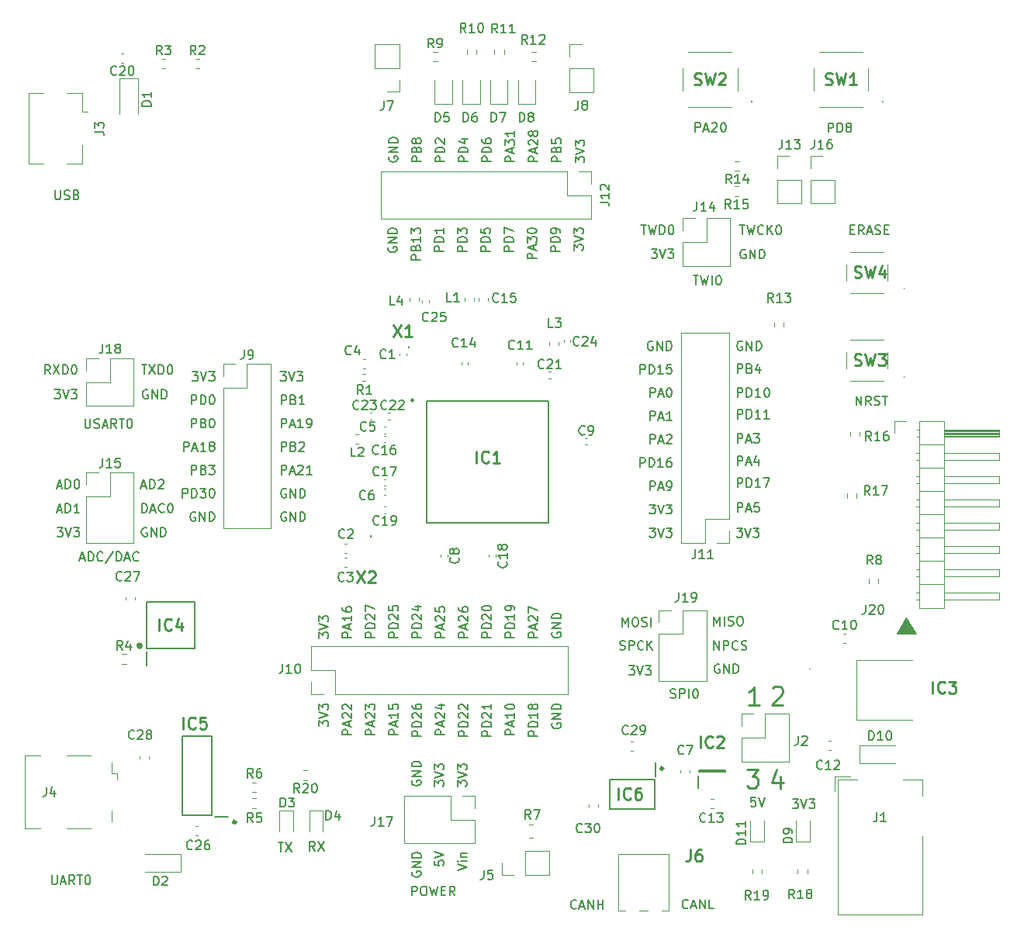
<source format=gbr>
G04 #@! TF.GenerationSoftware,KiCad,Pcbnew,(5.1.8)-1*
G04 #@! TF.CreationDate,2021-10-17T21:26:55-06:00*
G04 #@! TF.ProjectId,SAMduino,53414d64-7569-46e6-9f2e-6b696361645f,rev?*
G04 #@! TF.SameCoordinates,Original*
G04 #@! TF.FileFunction,Legend,Top*
G04 #@! TF.FilePolarity,Positive*
%FSLAX46Y46*%
G04 Gerber Fmt 4.6, Leading zero omitted, Abs format (unit mm)*
G04 Created by KiCad (PCBNEW (5.1.8)-1) date 2021-10-17 21:26:55*
%MOMM*%
%LPD*%
G01*
G04 APERTURE LIST*
%ADD10C,0.160000*%
%ADD11C,0.300000*%
%ADD12C,0.250000*%
%ADD13C,0.100000*%
%ADD14C,0.200000*%
%ADD15C,0.120000*%
%ADD16C,0.068000*%
%ADD17C,0.254000*%
%ADD18C,0.150000*%
G04 APERTURE END LIST*
D10*
X92802380Y-68538095D02*
X92802380Y-67919047D01*
X93183333Y-68252380D01*
X93183333Y-68109523D01*
X93230952Y-68014285D01*
X93278571Y-67966666D01*
X93373809Y-67919047D01*
X93611904Y-67919047D01*
X93707142Y-67966666D01*
X93754761Y-68014285D01*
X93802380Y-68109523D01*
X93802380Y-68395238D01*
X93754761Y-68490476D01*
X93707142Y-68538095D01*
X92802380Y-67633333D02*
X93802380Y-67300000D01*
X92802380Y-66966666D01*
X92802380Y-66728571D02*
X92802380Y-66109523D01*
X93183333Y-66442857D01*
X93183333Y-66300000D01*
X93230952Y-66204761D01*
X93278571Y-66157142D01*
X93373809Y-66109523D01*
X93611904Y-66109523D01*
X93707142Y-66157142D01*
X93754761Y-66204761D01*
X93802380Y-66300000D01*
X93802380Y-66585714D01*
X93754761Y-66680952D01*
X93707142Y-66728571D01*
X91258630Y-68442857D02*
X90258630Y-68442857D01*
X90258630Y-68061904D01*
X90306250Y-67966666D01*
X90353869Y-67919047D01*
X90449107Y-67871428D01*
X90591964Y-67871428D01*
X90687202Y-67919047D01*
X90734821Y-67966666D01*
X90782440Y-68061904D01*
X90782440Y-68442857D01*
X90734821Y-67109523D02*
X90782440Y-66966666D01*
X90830059Y-66919047D01*
X90925297Y-66871428D01*
X91068154Y-66871428D01*
X91163392Y-66919047D01*
X91211011Y-66966666D01*
X91258630Y-67061904D01*
X91258630Y-67442857D01*
X90258630Y-67442857D01*
X90258630Y-67109523D01*
X90306250Y-67014285D01*
X90353869Y-66966666D01*
X90449107Y-66919047D01*
X90544345Y-66919047D01*
X90639583Y-66966666D01*
X90687202Y-67014285D01*
X90734821Y-67109523D01*
X90734821Y-67442857D01*
X90258630Y-65966666D02*
X90258630Y-66442857D01*
X90734821Y-66490476D01*
X90687202Y-66442857D01*
X90639583Y-66347619D01*
X90639583Y-66109523D01*
X90687202Y-66014285D01*
X90734821Y-65966666D01*
X90830059Y-65919047D01*
X91068154Y-65919047D01*
X91163392Y-65966666D01*
X91211011Y-66014285D01*
X91258630Y-66109523D01*
X91258630Y-66347619D01*
X91211011Y-66442857D01*
X91163392Y-66490476D01*
X88714880Y-68442857D02*
X87714880Y-68442857D01*
X87714880Y-68061904D01*
X87762500Y-67966666D01*
X87810119Y-67919047D01*
X87905357Y-67871428D01*
X88048214Y-67871428D01*
X88143452Y-67919047D01*
X88191071Y-67966666D01*
X88238690Y-68061904D01*
X88238690Y-68442857D01*
X88429166Y-67490476D02*
X88429166Y-67014285D01*
X88714880Y-67585714D02*
X87714880Y-67252380D01*
X88714880Y-66919047D01*
X87810119Y-66633333D02*
X87762500Y-66585714D01*
X87714880Y-66490476D01*
X87714880Y-66252380D01*
X87762500Y-66157142D01*
X87810119Y-66109523D01*
X87905357Y-66061904D01*
X88000595Y-66061904D01*
X88143452Y-66109523D01*
X88714880Y-66680952D01*
X88714880Y-66061904D01*
X88143452Y-65490476D02*
X88095833Y-65585714D01*
X88048214Y-65633333D01*
X87952976Y-65680952D01*
X87905357Y-65680952D01*
X87810119Y-65633333D01*
X87762500Y-65585714D01*
X87714880Y-65490476D01*
X87714880Y-65300000D01*
X87762500Y-65204761D01*
X87810119Y-65157142D01*
X87905357Y-65109523D01*
X87952976Y-65109523D01*
X88048214Y-65157142D01*
X88095833Y-65204761D01*
X88143452Y-65300000D01*
X88143452Y-65490476D01*
X88191071Y-65585714D01*
X88238690Y-65633333D01*
X88333928Y-65680952D01*
X88524404Y-65680952D01*
X88619642Y-65633333D01*
X88667261Y-65585714D01*
X88714880Y-65490476D01*
X88714880Y-65300000D01*
X88667261Y-65204761D01*
X88619642Y-65157142D01*
X88524404Y-65109523D01*
X88333928Y-65109523D01*
X88238690Y-65157142D01*
X88191071Y-65204761D01*
X88143452Y-65300000D01*
X86171130Y-68442857D02*
X85171130Y-68442857D01*
X85171130Y-68061904D01*
X85218750Y-67966666D01*
X85266369Y-67919047D01*
X85361607Y-67871428D01*
X85504464Y-67871428D01*
X85599702Y-67919047D01*
X85647321Y-67966666D01*
X85694940Y-68061904D01*
X85694940Y-68442857D01*
X85885416Y-67490476D02*
X85885416Y-67014285D01*
X86171130Y-67585714D02*
X85171130Y-67252380D01*
X86171130Y-66919047D01*
X85171130Y-66680952D02*
X85171130Y-66061904D01*
X85552083Y-66395238D01*
X85552083Y-66252380D01*
X85599702Y-66157142D01*
X85647321Y-66109523D01*
X85742559Y-66061904D01*
X85980654Y-66061904D01*
X86075892Y-66109523D01*
X86123511Y-66157142D01*
X86171130Y-66252380D01*
X86171130Y-66538095D01*
X86123511Y-66633333D01*
X86075892Y-66680952D01*
X86171130Y-65109523D02*
X86171130Y-65680952D01*
X86171130Y-65395238D02*
X85171130Y-65395238D01*
X85313988Y-65490476D01*
X85409226Y-65585714D01*
X85456845Y-65680952D01*
X83627380Y-68442857D02*
X82627380Y-68442857D01*
X82627380Y-68061904D01*
X82675000Y-67966666D01*
X82722619Y-67919047D01*
X82817857Y-67871428D01*
X82960714Y-67871428D01*
X83055952Y-67919047D01*
X83103571Y-67966666D01*
X83151190Y-68061904D01*
X83151190Y-68442857D01*
X83627380Y-67442857D02*
X82627380Y-67442857D01*
X82627380Y-67204762D01*
X82675000Y-67061904D01*
X82770238Y-66966666D01*
X82865476Y-66919047D01*
X83055952Y-66871428D01*
X83198809Y-66871428D01*
X83389285Y-66919047D01*
X83484523Y-66966666D01*
X83579761Y-67061904D01*
X83627380Y-67204762D01*
X83627380Y-67442857D01*
X82627380Y-66014285D02*
X82627380Y-66204762D01*
X82675000Y-66300000D01*
X82722619Y-66347619D01*
X82865476Y-66442857D01*
X83055952Y-66490476D01*
X83436904Y-66490476D01*
X83532142Y-66442857D01*
X83579761Y-66395238D01*
X83627380Y-66300000D01*
X83627380Y-66109523D01*
X83579761Y-66014285D01*
X83532142Y-65966666D01*
X83436904Y-65919047D01*
X83198809Y-65919047D01*
X83103571Y-65966666D01*
X83055952Y-66014285D01*
X83008333Y-66109523D01*
X83008333Y-66300000D01*
X83055952Y-66395238D01*
X83103571Y-66442857D01*
X83198809Y-66490476D01*
X81083630Y-68442857D02*
X80083630Y-68442857D01*
X80083630Y-68061904D01*
X80131250Y-67966666D01*
X80178869Y-67919047D01*
X80274107Y-67871428D01*
X80416964Y-67871428D01*
X80512202Y-67919047D01*
X80559821Y-67966666D01*
X80607440Y-68061904D01*
X80607440Y-68442857D01*
X81083630Y-67442857D02*
X80083630Y-67442857D01*
X80083630Y-67204762D01*
X80131250Y-67061904D01*
X80226488Y-66966666D01*
X80321726Y-66919047D01*
X80512202Y-66871428D01*
X80655059Y-66871428D01*
X80845535Y-66919047D01*
X80940773Y-66966666D01*
X81036011Y-67061904D01*
X81083630Y-67204762D01*
X81083630Y-67442857D01*
X80416964Y-66014285D02*
X81083630Y-66014285D01*
X80036011Y-66252381D02*
X80750297Y-66490476D01*
X80750297Y-65871428D01*
X78539880Y-68442857D02*
X77539880Y-68442857D01*
X77539880Y-68061904D01*
X77587500Y-67966666D01*
X77635119Y-67919047D01*
X77730357Y-67871428D01*
X77873214Y-67871428D01*
X77968452Y-67919047D01*
X78016071Y-67966666D01*
X78063690Y-68061904D01*
X78063690Y-68442857D01*
X78539880Y-67442857D02*
X77539880Y-67442857D01*
X77539880Y-67204762D01*
X77587500Y-67061904D01*
X77682738Y-66966666D01*
X77777976Y-66919047D01*
X77968452Y-66871428D01*
X78111309Y-66871428D01*
X78301785Y-66919047D01*
X78397023Y-66966666D01*
X78492261Y-67061904D01*
X78539880Y-67204762D01*
X78539880Y-67442857D01*
X77635119Y-66490476D02*
X77587500Y-66442857D01*
X77539880Y-66347619D01*
X77539880Y-66109523D01*
X77587500Y-66014285D01*
X77635119Y-65966666D01*
X77730357Y-65919047D01*
X77825595Y-65919047D01*
X77968452Y-65966666D01*
X78539880Y-66538095D01*
X78539880Y-65919047D01*
X75996130Y-68442857D02*
X74996130Y-68442857D01*
X74996130Y-68061904D01*
X75043750Y-67966666D01*
X75091369Y-67919047D01*
X75186607Y-67871428D01*
X75329464Y-67871428D01*
X75424702Y-67919047D01*
X75472321Y-67966666D01*
X75519940Y-68061904D01*
X75519940Y-68442857D01*
X75472321Y-67109523D02*
X75519940Y-66966666D01*
X75567559Y-66919047D01*
X75662797Y-66871428D01*
X75805654Y-66871428D01*
X75900892Y-66919047D01*
X75948511Y-66966666D01*
X75996130Y-67061904D01*
X75996130Y-67442857D01*
X74996130Y-67442857D01*
X74996130Y-67109523D01*
X75043750Y-67014285D01*
X75091369Y-66966666D01*
X75186607Y-66919047D01*
X75281845Y-66919047D01*
X75377083Y-66966666D01*
X75424702Y-67014285D01*
X75472321Y-67109523D01*
X75472321Y-67442857D01*
X75424702Y-66300000D02*
X75377083Y-66395238D01*
X75329464Y-66442857D01*
X75234226Y-66490476D01*
X75186607Y-66490476D01*
X75091369Y-66442857D01*
X75043750Y-66395238D01*
X74996130Y-66300000D01*
X74996130Y-66109523D01*
X75043750Y-66014285D01*
X75091369Y-65966666D01*
X75186607Y-65919047D01*
X75234226Y-65919047D01*
X75329464Y-65966666D01*
X75377083Y-66014285D01*
X75424702Y-66109523D01*
X75424702Y-66300000D01*
X75472321Y-66395238D01*
X75519940Y-66442857D01*
X75615178Y-66490476D01*
X75805654Y-66490476D01*
X75900892Y-66442857D01*
X75948511Y-66395238D01*
X75996130Y-66300000D01*
X75996130Y-66109523D01*
X75948511Y-66014285D01*
X75900892Y-65966666D01*
X75805654Y-65919047D01*
X75615178Y-65919047D01*
X75519940Y-65966666D01*
X75472321Y-66014285D01*
X75424702Y-66109523D01*
X72500000Y-67919047D02*
X72452380Y-68014285D01*
X72452380Y-68157143D01*
X72500000Y-68300000D01*
X72595238Y-68395238D01*
X72690476Y-68442857D01*
X72880952Y-68490476D01*
X73023809Y-68490476D01*
X73214285Y-68442857D01*
X73309523Y-68395238D01*
X73404761Y-68300000D01*
X73452380Y-68157143D01*
X73452380Y-68061904D01*
X73404761Y-67919047D01*
X73357142Y-67871428D01*
X73023809Y-67871428D01*
X73023809Y-68061904D01*
X73452380Y-67442857D02*
X72452380Y-67442857D01*
X73452380Y-66871428D01*
X72452380Y-66871428D01*
X73452380Y-66395238D02*
X72452380Y-66395238D01*
X72452380Y-66157143D01*
X72500000Y-66014285D01*
X72595238Y-65919047D01*
X72690476Y-65871428D01*
X72880952Y-65823809D01*
X73023809Y-65823809D01*
X73214285Y-65871428D01*
X73309523Y-65919047D01*
X73404761Y-66014285D01*
X73452380Y-66157143D01*
X73452380Y-66395238D01*
X92652380Y-78138095D02*
X92652380Y-77519047D01*
X93033333Y-77852380D01*
X93033333Y-77709523D01*
X93080952Y-77614285D01*
X93128571Y-77566666D01*
X93223809Y-77519047D01*
X93461904Y-77519047D01*
X93557142Y-77566666D01*
X93604761Y-77614285D01*
X93652380Y-77709523D01*
X93652380Y-77995238D01*
X93604761Y-78090476D01*
X93557142Y-78138095D01*
X92652380Y-77233333D02*
X93652380Y-76900000D01*
X92652380Y-76566666D01*
X92652380Y-76328571D02*
X92652380Y-75709523D01*
X93033333Y-76042857D01*
X93033333Y-75900000D01*
X93080952Y-75804761D01*
X93128571Y-75757142D01*
X93223809Y-75709523D01*
X93461904Y-75709523D01*
X93557142Y-75757142D01*
X93604761Y-75804761D01*
X93652380Y-75900000D01*
X93652380Y-76185714D01*
X93604761Y-76280952D01*
X93557142Y-76328571D01*
X91114880Y-78233333D02*
X90114880Y-78233333D01*
X90114880Y-77852380D01*
X90162500Y-77757142D01*
X90210119Y-77709523D01*
X90305357Y-77661904D01*
X90448214Y-77661904D01*
X90543452Y-77709523D01*
X90591071Y-77757142D01*
X90638690Y-77852380D01*
X90638690Y-78233333D01*
X91114880Y-77233333D02*
X90114880Y-77233333D01*
X90114880Y-76995238D01*
X90162500Y-76852380D01*
X90257738Y-76757142D01*
X90352976Y-76709523D01*
X90543452Y-76661904D01*
X90686309Y-76661904D01*
X90876785Y-76709523D01*
X90972023Y-76757142D01*
X91067261Y-76852380D01*
X91114880Y-76995238D01*
X91114880Y-77233333D01*
X91114880Y-76185714D02*
X91114880Y-75995238D01*
X91067261Y-75899999D01*
X91019642Y-75852380D01*
X90876785Y-75757142D01*
X90686309Y-75709523D01*
X90305357Y-75709523D01*
X90210119Y-75757142D01*
X90162500Y-75804761D01*
X90114880Y-75899999D01*
X90114880Y-76090476D01*
X90162500Y-76185714D01*
X90210119Y-76233333D01*
X90305357Y-76280952D01*
X90543452Y-76280952D01*
X90638690Y-76233333D01*
X90686309Y-76185714D01*
X90733928Y-76090476D01*
X90733928Y-75899999D01*
X90686309Y-75804761D01*
X90638690Y-75757142D01*
X90543452Y-75709523D01*
X88577380Y-79042857D02*
X87577380Y-79042857D01*
X87577380Y-78661904D01*
X87625000Y-78566666D01*
X87672619Y-78519047D01*
X87767857Y-78471428D01*
X87910714Y-78471428D01*
X88005952Y-78519047D01*
X88053571Y-78566666D01*
X88101190Y-78661904D01*
X88101190Y-79042857D01*
X88291666Y-78090476D02*
X88291666Y-77614285D01*
X88577380Y-78185714D02*
X87577380Y-77852380D01*
X88577380Y-77519047D01*
X87577380Y-77280952D02*
X87577380Y-76661904D01*
X87958333Y-76995238D01*
X87958333Y-76852380D01*
X88005952Y-76757142D01*
X88053571Y-76709523D01*
X88148809Y-76661904D01*
X88386904Y-76661904D01*
X88482142Y-76709523D01*
X88529761Y-76757142D01*
X88577380Y-76852380D01*
X88577380Y-77138095D01*
X88529761Y-77233333D01*
X88482142Y-77280952D01*
X87577380Y-76042857D02*
X87577380Y-75947619D01*
X87625000Y-75852380D01*
X87672619Y-75804761D01*
X87767857Y-75757142D01*
X87958333Y-75709523D01*
X88196428Y-75709523D01*
X88386904Y-75757142D01*
X88482142Y-75804761D01*
X88529761Y-75852380D01*
X88577380Y-75947619D01*
X88577380Y-76042857D01*
X88529761Y-76138095D01*
X88482142Y-76185714D01*
X88386904Y-76233333D01*
X88196428Y-76280952D01*
X87958333Y-76280952D01*
X87767857Y-76233333D01*
X87672619Y-76185714D01*
X87625000Y-76138095D01*
X87577380Y-76042857D01*
X86039880Y-78233333D02*
X85039880Y-78233333D01*
X85039880Y-77852380D01*
X85087500Y-77757142D01*
X85135119Y-77709523D01*
X85230357Y-77661904D01*
X85373214Y-77661904D01*
X85468452Y-77709523D01*
X85516071Y-77757142D01*
X85563690Y-77852380D01*
X85563690Y-78233333D01*
X86039880Y-77233333D02*
X85039880Y-77233333D01*
X85039880Y-76995238D01*
X85087500Y-76852380D01*
X85182738Y-76757142D01*
X85277976Y-76709523D01*
X85468452Y-76661904D01*
X85611309Y-76661904D01*
X85801785Y-76709523D01*
X85897023Y-76757142D01*
X85992261Y-76852380D01*
X86039880Y-76995238D01*
X86039880Y-77233333D01*
X85039880Y-76328571D02*
X85039880Y-75661904D01*
X86039880Y-76090476D01*
X83502380Y-78233333D02*
X82502380Y-78233333D01*
X82502380Y-77852380D01*
X82550000Y-77757142D01*
X82597619Y-77709523D01*
X82692857Y-77661904D01*
X82835714Y-77661904D01*
X82930952Y-77709523D01*
X82978571Y-77757142D01*
X83026190Y-77852380D01*
X83026190Y-78233333D01*
X83502380Y-77233333D02*
X82502380Y-77233333D01*
X82502380Y-76995238D01*
X82550000Y-76852380D01*
X82645238Y-76757142D01*
X82740476Y-76709523D01*
X82930952Y-76661904D01*
X83073809Y-76661904D01*
X83264285Y-76709523D01*
X83359523Y-76757142D01*
X83454761Y-76852380D01*
X83502380Y-76995238D01*
X83502380Y-77233333D01*
X82502380Y-75757142D02*
X82502380Y-76233333D01*
X82978571Y-76280952D01*
X82930952Y-76233333D01*
X82883333Y-76138095D01*
X82883333Y-75899999D01*
X82930952Y-75804761D01*
X82978571Y-75757142D01*
X83073809Y-75709523D01*
X83311904Y-75709523D01*
X83407142Y-75757142D01*
X83454761Y-75804761D01*
X83502380Y-75899999D01*
X83502380Y-76138095D01*
X83454761Y-76233333D01*
X83407142Y-76280952D01*
X80964880Y-78233333D02*
X79964880Y-78233333D01*
X79964880Y-77852380D01*
X80012500Y-77757142D01*
X80060119Y-77709523D01*
X80155357Y-77661904D01*
X80298214Y-77661904D01*
X80393452Y-77709523D01*
X80441071Y-77757142D01*
X80488690Y-77852380D01*
X80488690Y-78233333D01*
X80964880Y-77233333D02*
X79964880Y-77233333D01*
X79964880Y-76995238D01*
X80012500Y-76852380D01*
X80107738Y-76757142D01*
X80202976Y-76709523D01*
X80393452Y-76661904D01*
X80536309Y-76661904D01*
X80726785Y-76709523D01*
X80822023Y-76757142D01*
X80917261Y-76852380D01*
X80964880Y-76995238D01*
X80964880Y-77233333D01*
X79964880Y-76328571D02*
X79964880Y-75709523D01*
X80345833Y-76042857D01*
X80345833Y-75899999D01*
X80393452Y-75804761D01*
X80441071Y-75757142D01*
X80536309Y-75709523D01*
X80774404Y-75709523D01*
X80869642Y-75757142D01*
X80917261Y-75804761D01*
X80964880Y-75899999D01*
X80964880Y-76185714D01*
X80917261Y-76280952D01*
X80869642Y-76328571D01*
X78427380Y-78233333D02*
X77427380Y-78233333D01*
X77427380Y-77852380D01*
X77475000Y-77757142D01*
X77522619Y-77709523D01*
X77617857Y-77661904D01*
X77760714Y-77661904D01*
X77855952Y-77709523D01*
X77903571Y-77757142D01*
X77951190Y-77852380D01*
X77951190Y-78233333D01*
X78427380Y-77233333D02*
X77427380Y-77233333D01*
X77427380Y-76995238D01*
X77475000Y-76852380D01*
X77570238Y-76757142D01*
X77665476Y-76709523D01*
X77855952Y-76661904D01*
X77998809Y-76661904D01*
X78189285Y-76709523D01*
X78284523Y-76757142D01*
X78379761Y-76852380D01*
X78427380Y-76995238D01*
X78427380Y-77233333D01*
X78427380Y-75709523D02*
X78427380Y-76280952D01*
X78427380Y-75995238D02*
X77427380Y-75995238D01*
X77570238Y-76090476D01*
X77665476Y-76185714D01*
X77713095Y-76280952D01*
X75889880Y-79185713D02*
X74889880Y-79185713D01*
X74889880Y-78804761D01*
X74937500Y-78709523D01*
X74985119Y-78661904D01*
X75080357Y-78614285D01*
X75223214Y-78614285D01*
X75318452Y-78661904D01*
X75366071Y-78709523D01*
X75413690Y-78804761D01*
X75413690Y-79185713D01*
X75366071Y-77852380D02*
X75413690Y-77709523D01*
X75461309Y-77661904D01*
X75556547Y-77614285D01*
X75699404Y-77614285D01*
X75794642Y-77661904D01*
X75842261Y-77709523D01*
X75889880Y-77804761D01*
X75889880Y-78185713D01*
X74889880Y-78185713D01*
X74889880Y-77852380D01*
X74937500Y-77757142D01*
X74985119Y-77709523D01*
X75080357Y-77661904D01*
X75175595Y-77661904D01*
X75270833Y-77709523D01*
X75318452Y-77757142D01*
X75366071Y-77852380D01*
X75366071Y-78185713D01*
X75889880Y-76661904D02*
X75889880Y-77233332D01*
X75889880Y-76947618D02*
X74889880Y-76947618D01*
X75032738Y-77042856D01*
X75127976Y-77138094D01*
X75175595Y-77233332D01*
X74889880Y-76328570D02*
X74889880Y-75709523D01*
X75270833Y-76042856D01*
X75270833Y-75899999D01*
X75318452Y-75804761D01*
X75366071Y-75757142D01*
X75461309Y-75709523D01*
X75699404Y-75709523D01*
X75794642Y-75757142D01*
X75842261Y-75804761D01*
X75889880Y-75899999D01*
X75889880Y-76185713D01*
X75842261Y-76280951D01*
X75794642Y-76328570D01*
X72400000Y-77804761D02*
X72352380Y-77899999D01*
X72352380Y-78042857D01*
X72400000Y-78185714D01*
X72495238Y-78280952D01*
X72590476Y-78328571D01*
X72780952Y-78376190D01*
X72923809Y-78376190D01*
X73114285Y-78328571D01*
X73209523Y-78280952D01*
X73304761Y-78185714D01*
X73352380Y-78042857D01*
X73352380Y-77947618D01*
X73304761Y-77804761D01*
X73257142Y-77757142D01*
X72923809Y-77757142D01*
X72923809Y-77947618D01*
X73352380Y-77328571D02*
X72352380Y-77328571D01*
X73352380Y-76757142D01*
X72352380Y-76757142D01*
X73352380Y-76280952D02*
X72352380Y-76280952D01*
X72352380Y-76042857D01*
X72400000Y-75899999D01*
X72495238Y-75804761D01*
X72590476Y-75757142D01*
X72780952Y-75709523D01*
X72923809Y-75709523D01*
X73114285Y-75757142D01*
X73209523Y-75804761D01*
X73304761Y-75899999D01*
X73352380Y-76042857D01*
X73352380Y-76280952D01*
X68392380Y-120385714D02*
X67392380Y-120385714D01*
X67392380Y-120004761D01*
X67440000Y-119909523D01*
X67487619Y-119861904D01*
X67582857Y-119814285D01*
X67725714Y-119814285D01*
X67820952Y-119861904D01*
X67868571Y-119909523D01*
X67916190Y-120004761D01*
X67916190Y-120385714D01*
X68106666Y-119433333D02*
X68106666Y-118957142D01*
X68392380Y-119528571D02*
X67392380Y-119195237D01*
X68392380Y-118861904D01*
X68392380Y-118004761D02*
X68392380Y-118576190D01*
X68392380Y-118290476D02*
X67392380Y-118290476D01*
X67535238Y-118385714D01*
X67630476Y-118480952D01*
X67678095Y-118576190D01*
X67392380Y-117147618D02*
X67392380Y-117338095D01*
X67440000Y-117433333D01*
X67487619Y-117480952D01*
X67630476Y-117576190D01*
X67820952Y-117623809D01*
X68201904Y-117623809D01*
X68297142Y-117576190D01*
X68344761Y-117528571D01*
X68392380Y-117433333D01*
X68392380Y-117242857D01*
X68344761Y-117147618D01*
X68297142Y-117099999D01*
X68201904Y-117052380D01*
X67963809Y-117052380D01*
X67868571Y-117099999D01*
X67820952Y-117147618D01*
X67773333Y-117242857D01*
X67773333Y-117433333D01*
X67820952Y-117528571D01*
X67868571Y-117576190D01*
X67963809Y-117623809D01*
X70932380Y-120385713D02*
X69932380Y-120385713D01*
X69932380Y-120004761D01*
X69980000Y-119909523D01*
X70027619Y-119861904D01*
X70122857Y-119814285D01*
X70265714Y-119814285D01*
X70360952Y-119861904D01*
X70408571Y-119909523D01*
X70456190Y-120004761D01*
X70456190Y-120385713D01*
X70932380Y-119385713D02*
X69932380Y-119385713D01*
X69932380Y-119147618D01*
X69980000Y-119004761D01*
X70075238Y-118909523D01*
X70170476Y-118861904D01*
X70360952Y-118814285D01*
X70503809Y-118814285D01*
X70694285Y-118861904D01*
X70789523Y-118909523D01*
X70884761Y-119004761D01*
X70932380Y-119147618D01*
X70932380Y-119385713D01*
X70027619Y-118433332D02*
X69980000Y-118385713D01*
X69932380Y-118290475D01*
X69932380Y-118052380D01*
X69980000Y-117957142D01*
X70027619Y-117909523D01*
X70122857Y-117861904D01*
X70218095Y-117861904D01*
X70360952Y-117909523D01*
X70932380Y-118480951D01*
X70932380Y-117861904D01*
X69932380Y-117528570D02*
X69932380Y-116861904D01*
X70932380Y-117290475D01*
X73472380Y-120385713D02*
X72472380Y-120385713D01*
X72472380Y-120004761D01*
X72520000Y-119909523D01*
X72567619Y-119861904D01*
X72662857Y-119814285D01*
X72805714Y-119814285D01*
X72900952Y-119861904D01*
X72948571Y-119909523D01*
X72996190Y-120004761D01*
X72996190Y-120385713D01*
X73472380Y-119385713D02*
X72472380Y-119385713D01*
X72472380Y-119147618D01*
X72520000Y-119004761D01*
X72615238Y-118909523D01*
X72710476Y-118861904D01*
X72900952Y-118814285D01*
X73043809Y-118814285D01*
X73234285Y-118861904D01*
X73329523Y-118909523D01*
X73424761Y-119004761D01*
X73472380Y-119147618D01*
X73472380Y-119385713D01*
X72567619Y-118433332D02*
X72520000Y-118385713D01*
X72472380Y-118290475D01*
X72472380Y-118052380D01*
X72520000Y-117957142D01*
X72567619Y-117909523D01*
X72662857Y-117861904D01*
X72758095Y-117861904D01*
X72900952Y-117909523D01*
X73472380Y-118480951D01*
X73472380Y-117861904D01*
X72472380Y-116957142D02*
X72472380Y-117433332D01*
X72948571Y-117480951D01*
X72900952Y-117433332D01*
X72853333Y-117338094D01*
X72853333Y-117099999D01*
X72900952Y-117004761D01*
X72948571Y-116957142D01*
X73043809Y-116909523D01*
X73281904Y-116909523D01*
X73377142Y-116957142D01*
X73424761Y-117004761D01*
X73472380Y-117099999D01*
X73472380Y-117338094D01*
X73424761Y-117433332D01*
X73377142Y-117480951D01*
X76012380Y-120385713D02*
X75012380Y-120385713D01*
X75012380Y-120004761D01*
X75060000Y-119909523D01*
X75107619Y-119861904D01*
X75202857Y-119814285D01*
X75345714Y-119814285D01*
X75440952Y-119861904D01*
X75488571Y-119909523D01*
X75536190Y-120004761D01*
X75536190Y-120385713D01*
X76012380Y-119385713D02*
X75012380Y-119385713D01*
X75012380Y-119147618D01*
X75060000Y-119004761D01*
X75155238Y-118909523D01*
X75250476Y-118861904D01*
X75440952Y-118814285D01*
X75583809Y-118814285D01*
X75774285Y-118861904D01*
X75869523Y-118909523D01*
X75964761Y-119004761D01*
X76012380Y-119147618D01*
X76012380Y-119385713D01*
X75107619Y-118433332D02*
X75060000Y-118385713D01*
X75012380Y-118290475D01*
X75012380Y-118052380D01*
X75060000Y-117957142D01*
X75107619Y-117909523D01*
X75202857Y-117861904D01*
X75298095Y-117861904D01*
X75440952Y-117909523D01*
X76012380Y-118480951D01*
X76012380Y-117861904D01*
X75345714Y-117004761D02*
X76012380Y-117004761D01*
X74964761Y-117242856D02*
X75679047Y-117480951D01*
X75679047Y-116861904D01*
X78552380Y-120385714D02*
X77552380Y-120385714D01*
X77552380Y-120004761D01*
X77600000Y-119909523D01*
X77647619Y-119861904D01*
X77742857Y-119814285D01*
X77885714Y-119814285D01*
X77980952Y-119861904D01*
X78028571Y-119909523D01*
X78076190Y-120004761D01*
X78076190Y-120385714D01*
X78266666Y-119433333D02*
X78266666Y-118957142D01*
X78552380Y-119528571D02*
X77552380Y-119195237D01*
X78552380Y-118861904D01*
X77647619Y-118576190D02*
X77600000Y-118528571D01*
X77552380Y-118433333D01*
X77552380Y-118195237D01*
X77600000Y-118099999D01*
X77647619Y-118052380D01*
X77742857Y-118004761D01*
X77838095Y-118004761D01*
X77980952Y-118052380D01*
X78552380Y-118623809D01*
X78552380Y-118004761D01*
X77552380Y-117099999D02*
X77552380Y-117576190D01*
X78028571Y-117623809D01*
X77980952Y-117576190D01*
X77933333Y-117480952D01*
X77933333Y-117242857D01*
X77980952Y-117147618D01*
X78028571Y-117099999D01*
X78123809Y-117052380D01*
X78361904Y-117052380D01*
X78457142Y-117099999D01*
X78504761Y-117147618D01*
X78552380Y-117242857D01*
X78552380Y-117480952D01*
X78504761Y-117576190D01*
X78457142Y-117623809D01*
X81092380Y-120385714D02*
X80092380Y-120385714D01*
X80092380Y-120004761D01*
X80140000Y-119909523D01*
X80187619Y-119861904D01*
X80282857Y-119814285D01*
X80425714Y-119814285D01*
X80520952Y-119861904D01*
X80568571Y-119909523D01*
X80616190Y-120004761D01*
X80616190Y-120385714D01*
X80806666Y-119433333D02*
X80806666Y-118957142D01*
X81092380Y-119528571D02*
X80092380Y-119195237D01*
X81092380Y-118861904D01*
X80187619Y-118576190D02*
X80140000Y-118528571D01*
X80092380Y-118433333D01*
X80092380Y-118195237D01*
X80140000Y-118099999D01*
X80187619Y-118052380D01*
X80282857Y-118004761D01*
X80378095Y-118004761D01*
X80520952Y-118052380D01*
X81092380Y-118623809D01*
X81092380Y-118004761D01*
X80092380Y-117147618D02*
X80092380Y-117338095D01*
X80140000Y-117433333D01*
X80187619Y-117480952D01*
X80330476Y-117576190D01*
X80520952Y-117623809D01*
X80901904Y-117623809D01*
X80997142Y-117576190D01*
X81044761Y-117528571D01*
X81092380Y-117433333D01*
X81092380Y-117242857D01*
X81044761Y-117147618D01*
X80997142Y-117099999D01*
X80901904Y-117052380D01*
X80663809Y-117052380D01*
X80568571Y-117099999D01*
X80520952Y-117147618D01*
X80473333Y-117242857D01*
X80473333Y-117433333D01*
X80520952Y-117528571D01*
X80568571Y-117576190D01*
X80663809Y-117623809D01*
X83632380Y-120385713D02*
X82632380Y-120385713D01*
X82632380Y-120004761D01*
X82680000Y-119909523D01*
X82727619Y-119861904D01*
X82822857Y-119814285D01*
X82965714Y-119814285D01*
X83060952Y-119861904D01*
X83108571Y-119909523D01*
X83156190Y-120004761D01*
X83156190Y-120385713D01*
X83632380Y-119385713D02*
X82632380Y-119385713D01*
X82632380Y-119147618D01*
X82680000Y-119004761D01*
X82775238Y-118909523D01*
X82870476Y-118861904D01*
X83060952Y-118814285D01*
X83203809Y-118814285D01*
X83394285Y-118861904D01*
X83489523Y-118909523D01*
X83584761Y-119004761D01*
X83632380Y-119147618D01*
X83632380Y-119385713D01*
X82727619Y-118433332D02*
X82680000Y-118385713D01*
X82632380Y-118290475D01*
X82632380Y-118052380D01*
X82680000Y-117957142D01*
X82727619Y-117909523D01*
X82822857Y-117861904D01*
X82918095Y-117861904D01*
X83060952Y-117909523D01*
X83632380Y-118480951D01*
X83632380Y-117861904D01*
X82632380Y-117242856D02*
X82632380Y-117147618D01*
X82680000Y-117052380D01*
X82727619Y-117004761D01*
X82822857Y-116957142D01*
X83013333Y-116909523D01*
X83251428Y-116909523D01*
X83441904Y-116957142D01*
X83537142Y-117004761D01*
X83584761Y-117052380D01*
X83632380Y-117147618D01*
X83632380Y-117242856D01*
X83584761Y-117338094D01*
X83537142Y-117385713D01*
X83441904Y-117433332D01*
X83251428Y-117480951D01*
X83013333Y-117480951D01*
X82822857Y-117433332D01*
X82727619Y-117385713D01*
X82680000Y-117338094D01*
X82632380Y-117242856D01*
X86172380Y-120385713D02*
X85172380Y-120385713D01*
X85172380Y-120004761D01*
X85220000Y-119909523D01*
X85267619Y-119861904D01*
X85362857Y-119814285D01*
X85505714Y-119814285D01*
X85600952Y-119861904D01*
X85648571Y-119909523D01*
X85696190Y-120004761D01*
X85696190Y-120385713D01*
X86172380Y-119385713D02*
X85172380Y-119385713D01*
X85172380Y-119147618D01*
X85220000Y-119004761D01*
X85315238Y-118909523D01*
X85410476Y-118861904D01*
X85600952Y-118814285D01*
X85743809Y-118814285D01*
X85934285Y-118861904D01*
X86029523Y-118909523D01*
X86124761Y-119004761D01*
X86172380Y-119147618D01*
X86172380Y-119385713D01*
X86172380Y-117861904D02*
X86172380Y-118433332D01*
X86172380Y-118147618D02*
X85172380Y-118147618D01*
X85315238Y-118242856D01*
X85410476Y-118338094D01*
X85458095Y-118433332D01*
X86172380Y-117385713D02*
X86172380Y-117195237D01*
X86124761Y-117099999D01*
X86077142Y-117052380D01*
X85934285Y-116957142D01*
X85743809Y-116909523D01*
X85362857Y-116909523D01*
X85267619Y-116957142D01*
X85220000Y-117004761D01*
X85172380Y-117099999D01*
X85172380Y-117290475D01*
X85220000Y-117385713D01*
X85267619Y-117433332D01*
X85362857Y-117480951D01*
X85600952Y-117480951D01*
X85696190Y-117433332D01*
X85743809Y-117385713D01*
X85791428Y-117290475D01*
X85791428Y-117099999D01*
X85743809Y-117004761D01*
X85696190Y-116957142D01*
X85600952Y-116909523D01*
X88712380Y-120385714D02*
X87712380Y-120385714D01*
X87712380Y-120004761D01*
X87760000Y-119909523D01*
X87807619Y-119861904D01*
X87902857Y-119814285D01*
X88045714Y-119814285D01*
X88140952Y-119861904D01*
X88188571Y-119909523D01*
X88236190Y-120004761D01*
X88236190Y-120385714D01*
X88426666Y-119433333D02*
X88426666Y-118957142D01*
X88712380Y-119528571D02*
X87712380Y-119195237D01*
X88712380Y-118861904D01*
X87807619Y-118576190D02*
X87760000Y-118528571D01*
X87712380Y-118433333D01*
X87712380Y-118195237D01*
X87760000Y-118099999D01*
X87807619Y-118052380D01*
X87902857Y-118004761D01*
X87998095Y-118004761D01*
X88140952Y-118052380D01*
X88712380Y-118623809D01*
X88712380Y-118004761D01*
X87712380Y-117671428D02*
X87712380Y-117004761D01*
X88712380Y-117433333D01*
X90300000Y-119861904D02*
X90252380Y-119957142D01*
X90252380Y-120100000D01*
X90300000Y-120242857D01*
X90395238Y-120338095D01*
X90490476Y-120385714D01*
X90680952Y-120433333D01*
X90823809Y-120433333D01*
X91014285Y-120385714D01*
X91109523Y-120338095D01*
X91204761Y-120242857D01*
X91252380Y-120100000D01*
X91252380Y-120004761D01*
X91204761Y-119861904D01*
X91157142Y-119814285D01*
X90823809Y-119814285D01*
X90823809Y-120004761D01*
X91252380Y-119385714D02*
X90252380Y-119385714D01*
X91252380Y-118814285D01*
X90252380Y-118814285D01*
X91252380Y-118338095D02*
X90252380Y-118338095D01*
X90252380Y-118100000D01*
X90300000Y-117957142D01*
X90395238Y-117861904D01*
X90490476Y-117814285D01*
X90680952Y-117766666D01*
X90823809Y-117766666D01*
X91014285Y-117814285D01*
X91109523Y-117861904D01*
X91204761Y-117957142D01*
X91252380Y-118100000D01*
X91252380Y-118338095D01*
X90300000Y-129761904D02*
X90252380Y-129857142D01*
X90252380Y-130000000D01*
X90300000Y-130142857D01*
X90395238Y-130238095D01*
X90490476Y-130285714D01*
X90680952Y-130333333D01*
X90823809Y-130333333D01*
X91014285Y-130285714D01*
X91109523Y-130238095D01*
X91204761Y-130142857D01*
X91252380Y-130000000D01*
X91252380Y-129904761D01*
X91204761Y-129761904D01*
X91157142Y-129714285D01*
X90823809Y-129714285D01*
X90823809Y-129904761D01*
X91252380Y-129285714D02*
X90252380Y-129285714D01*
X91252380Y-128714285D01*
X90252380Y-128714285D01*
X91252380Y-128238095D02*
X90252380Y-128238095D01*
X90252380Y-128000000D01*
X90300000Y-127857142D01*
X90395238Y-127761904D01*
X90490476Y-127714285D01*
X90680952Y-127666666D01*
X90823809Y-127666666D01*
X91014285Y-127714285D01*
X91109523Y-127761904D01*
X91204761Y-127857142D01*
X91252380Y-128000000D01*
X91252380Y-128238095D01*
X88712380Y-131142856D02*
X87712380Y-131142856D01*
X87712380Y-130761904D01*
X87760000Y-130666666D01*
X87807619Y-130619047D01*
X87902857Y-130571428D01*
X88045714Y-130571428D01*
X88140952Y-130619047D01*
X88188571Y-130666666D01*
X88236190Y-130761904D01*
X88236190Y-131142856D01*
X88712380Y-130142856D02*
X87712380Y-130142856D01*
X87712380Y-129904761D01*
X87760000Y-129761904D01*
X87855238Y-129666666D01*
X87950476Y-129619047D01*
X88140952Y-129571428D01*
X88283809Y-129571428D01*
X88474285Y-129619047D01*
X88569523Y-129666666D01*
X88664761Y-129761904D01*
X88712380Y-129904761D01*
X88712380Y-130142856D01*
X88712380Y-128619047D02*
X88712380Y-129190475D01*
X88712380Y-128904761D02*
X87712380Y-128904761D01*
X87855238Y-128999999D01*
X87950476Y-129095237D01*
X87998095Y-129190475D01*
X88140952Y-128047618D02*
X88093333Y-128142856D01*
X88045714Y-128190475D01*
X87950476Y-128238094D01*
X87902857Y-128238094D01*
X87807619Y-128190475D01*
X87760000Y-128142856D01*
X87712380Y-128047618D01*
X87712380Y-127857142D01*
X87760000Y-127761904D01*
X87807619Y-127714285D01*
X87902857Y-127666666D01*
X87950476Y-127666666D01*
X88045714Y-127714285D01*
X88093333Y-127761904D01*
X88140952Y-127857142D01*
X88140952Y-128047618D01*
X88188571Y-128142856D01*
X88236190Y-128190475D01*
X88331428Y-128238094D01*
X88521904Y-128238094D01*
X88617142Y-128190475D01*
X88664761Y-128142856D01*
X88712380Y-128047618D01*
X88712380Y-127857142D01*
X88664761Y-127761904D01*
X88617142Y-127714285D01*
X88521904Y-127666666D01*
X88331428Y-127666666D01*
X88236190Y-127714285D01*
X88188571Y-127761904D01*
X88140952Y-127857142D01*
X86172380Y-131000000D02*
X85172380Y-131000000D01*
X85172380Y-130619047D01*
X85220000Y-130523809D01*
X85267619Y-130476190D01*
X85362857Y-130428571D01*
X85505714Y-130428571D01*
X85600952Y-130476190D01*
X85648571Y-130523809D01*
X85696190Y-130619047D01*
X85696190Y-131000000D01*
X85886666Y-130047619D02*
X85886666Y-129571428D01*
X86172380Y-130142857D02*
X85172380Y-129809523D01*
X86172380Y-129476190D01*
X86172380Y-128619047D02*
X86172380Y-129190476D01*
X86172380Y-128904762D02*
X85172380Y-128904762D01*
X85315238Y-129000000D01*
X85410476Y-129095238D01*
X85458095Y-129190476D01*
X85172380Y-128000000D02*
X85172380Y-127904762D01*
X85220000Y-127809523D01*
X85267619Y-127761904D01*
X85362857Y-127714285D01*
X85553333Y-127666666D01*
X85791428Y-127666666D01*
X85981904Y-127714285D01*
X86077142Y-127761904D01*
X86124761Y-127809523D01*
X86172380Y-127904762D01*
X86172380Y-128000000D01*
X86124761Y-128095238D01*
X86077142Y-128142857D01*
X85981904Y-128190476D01*
X85791428Y-128238095D01*
X85553333Y-128238095D01*
X85362857Y-128190476D01*
X85267619Y-128142857D01*
X85220000Y-128095238D01*
X85172380Y-128000000D01*
X83632380Y-131142856D02*
X82632380Y-131142856D01*
X82632380Y-130761904D01*
X82680000Y-130666666D01*
X82727619Y-130619047D01*
X82822857Y-130571428D01*
X82965714Y-130571428D01*
X83060952Y-130619047D01*
X83108571Y-130666666D01*
X83156190Y-130761904D01*
X83156190Y-131142856D01*
X83632380Y-130142856D02*
X82632380Y-130142856D01*
X82632380Y-129904761D01*
X82680000Y-129761904D01*
X82775238Y-129666666D01*
X82870476Y-129619047D01*
X83060952Y-129571428D01*
X83203809Y-129571428D01*
X83394285Y-129619047D01*
X83489523Y-129666666D01*
X83584761Y-129761904D01*
X83632380Y-129904761D01*
X83632380Y-130142856D01*
X82727619Y-129190475D02*
X82680000Y-129142856D01*
X82632380Y-129047618D01*
X82632380Y-128809523D01*
X82680000Y-128714285D01*
X82727619Y-128666666D01*
X82822857Y-128619047D01*
X82918095Y-128619047D01*
X83060952Y-128666666D01*
X83632380Y-129238094D01*
X83632380Y-128619047D01*
X83632380Y-127666666D02*
X83632380Y-128238094D01*
X83632380Y-127952380D02*
X82632380Y-127952380D01*
X82775238Y-128047618D01*
X82870476Y-128142856D01*
X82918095Y-128238094D01*
X81092380Y-131142856D02*
X80092380Y-131142856D01*
X80092380Y-130761904D01*
X80140000Y-130666666D01*
X80187619Y-130619047D01*
X80282857Y-130571428D01*
X80425714Y-130571428D01*
X80520952Y-130619047D01*
X80568571Y-130666666D01*
X80616190Y-130761904D01*
X80616190Y-131142856D01*
X81092380Y-130142856D02*
X80092380Y-130142856D01*
X80092380Y-129904761D01*
X80140000Y-129761904D01*
X80235238Y-129666666D01*
X80330476Y-129619047D01*
X80520952Y-129571428D01*
X80663809Y-129571428D01*
X80854285Y-129619047D01*
X80949523Y-129666666D01*
X81044761Y-129761904D01*
X81092380Y-129904761D01*
X81092380Y-130142856D01*
X80187619Y-129190475D02*
X80140000Y-129142856D01*
X80092380Y-129047618D01*
X80092380Y-128809523D01*
X80140000Y-128714285D01*
X80187619Y-128666666D01*
X80282857Y-128619047D01*
X80378095Y-128619047D01*
X80520952Y-128666666D01*
X81092380Y-129238094D01*
X81092380Y-128619047D01*
X80187619Y-128238094D02*
X80140000Y-128190475D01*
X80092380Y-128095237D01*
X80092380Y-127857142D01*
X80140000Y-127761904D01*
X80187619Y-127714285D01*
X80282857Y-127666666D01*
X80378095Y-127666666D01*
X80520952Y-127714285D01*
X81092380Y-128285713D01*
X81092380Y-127666666D01*
X101245238Y-88100000D02*
X101150000Y-88052380D01*
X101007143Y-88052380D01*
X100864285Y-88100000D01*
X100769047Y-88195238D01*
X100721428Y-88290476D01*
X100673809Y-88480952D01*
X100673809Y-88623809D01*
X100721428Y-88814285D01*
X100769047Y-88909523D01*
X100864285Y-89004761D01*
X101007143Y-89052380D01*
X101102381Y-89052380D01*
X101245238Y-89004761D01*
X101292857Y-88957142D01*
X101292857Y-88623809D01*
X101102381Y-88623809D01*
X101721428Y-89052380D02*
X101721428Y-88052380D01*
X102292857Y-89052380D01*
X102292857Y-88052380D01*
X102769047Y-89052380D02*
X102769047Y-88052380D01*
X103007143Y-88052380D01*
X103150000Y-88100000D01*
X103245238Y-88195238D01*
X103292857Y-88290476D01*
X103340476Y-88480952D01*
X103340476Y-88623809D01*
X103292857Y-88814285D01*
X103245238Y-88909523D01*
X103150000Y-89004761D01*
X103007143Y-89052380D01*
X102769047Y-89052380D01*
X99864286Y-91602380D02*
X99864286Y-90602380D01*
X100245238Y-90602380D01*
X100340476Y-90650000D01*
X100388095Y-90697619D01*
X100435714Y-90792857D01*
X100435714Y-90935714D01*
X100388095Y-91030952D01*
X100340476Y-91078571D01*
X100245238Y-91126190D01*
X99864286Y-91126190D01*
X100864286Y-91602380D02*
X100864286Y-90602380D01*
X101102381Y-90602380D01*
X101245238Y-90650000D01*
X101340476Y-90745238D01*
X101388095Y-90840476D01*
X101435714Y-91030952D01*
X101435714Y-91173809D01*
X101388095Y-91364285D01*
X101340476Y-91459523D01*
X101245238Y-91554761D01*
X101102381Y-91602380D01*
X100864286Y-91602380D01*
X102388095Y-91602380D02*
X101816667Y-91602380D01*
X102102381Y-91602380D02*
X102102381Y-90602380D01*
X102007143Y-90745238D01*
X101911905Y-90840476D01*
X101816667Y-90888095D01*
X103292857Y-90602380D02*
X102816667Y-90602380D01*
X102769048Y-91078571D01*
X102816667Y-91030952D01*
X102911905Y-90983333D01*
X103150000Y-90983333D01*
X103245238Y-91030952D01*
X103292857Y-91078571D01*
X103340476Y-91173809D01*
X103340476Y-91411904D01*
X103292857Y-91507142D01*
X103245238Y-91554761D01*
X103150000Y-91602380D01*
X102911905Y-91602380D01*
X102816667Y-91554761D01*
X102769048Y-91507142D01*
X100959524Y-94152380D02*
X100959524Y-93152380D01*
X101340476Y-93152380D01*
X101435714Y-93200000D01*
X101483333Y-93247619D01*
X101530952Y-93342857D01*
X101530952Y-93485714D01*
X101483333Y-93580952D01*
X101435714Y-93628571D01*
X101340476Y-93676190D01*
X100959524Y-93676190D01*
X101911905Y-93866666D02*
X102388095Y-93866666D01*
X101816667Y-94152380D02*
X102150000Y-93152380D01*
X102483333Y-94152380D01*
X103007143Y-93152380D02*
X103102381Y-93152380D01*
X103197619Y-93200000D01*
X103245238Y-93247619D01*
X103292857Y-93342857D01*
X103340476Y-93533333D01*
X103340476Y-93771428D01*
X103292857Y-93961904D01*
X103245238Y-94057142D01*
X103197619Y-94104761D01*
X103102381Y-94152380D01*
X103007143Y-94152380D01*
X102911905Y-94104761D01*
X102864286Y-94057142D01*
X102816667Y-93961904D01*
X102769048Y-93771428D01*
X102769048Y-93533333D01*
X102816667Y-93342857D01*
X102864286Y-93247619D01*
X102911905Y-93200000D01*
X103007143Y-93152380D01*
X100959524Y-96702380D02*
X100959524Y-95702380D01*
X101340476Y-95702380D01*
X101435714Y-95750000D01*
X101483333Y-95797619D01*
X101530952Y-95892857D01*
X101530952Y-96035714D01*
X101483333Y-96130952D01*
X101435714Y-96178571D01*
X101340476Y-96226190D01*
X100959524Y-96226190D01*
X101911905Y-96416666D02*
X102388095Y-96416666D01*
X101816667Y-96702380D02*
X102150000Y-95702380D01*
X102483333Y-96702380D01*
X103340476Y-96702380D02*
X102769048Y-96702380D01*
X103054762Y-96702380D02*
X103054762Y-95702380D01*
X102959524Y-95845238D01*
X102864286Y-95940476D01*
X102769048Y-95988095D01*
X100959524Y-99252380D02*
X100959524Y-98252380D01*
X101340476Y-98252380D01*
X101435714Y-98300000D01*
X101483333Y-98347619D01*
X101530952Y-98442857D01*
X101530952Y-98585714D01*
X101483333Y-98680952D01*
X101435714Y-98728571D01*
X101340476Y-98776190D01*
X100959524Y-98776190D01*
X101911905Y-98966666D02*
X102388095Y-98966666D01*
X101816667Y-99252380D02*
X102150000Y-98252380D01*
X102483333Y-99252380D01*
X102769048Y-98347619D02*
X102816667Y-98300000D01*
X102911905Y-98252380D01*
X103150000Y-98252380D01*
X103245238Y-98300000D01*
X103292857Y-98347619D01*
X103340476Y-98442857D01*
X103340476Y-98538095D01*
X103292857Y-98680952D01*
X102721429Y-99252380D01*
X103340476Y-99252380D01*
X99864286Y-101802380D02*
X99864286Y-100802380D01*
X100245238Y-100802380D01*
X100340476Y-100850000D01*
X100388095Y-100897619D01*
X100435714Y-100992857D01*
X100435714Y-101135714D01*
X100388095Y-101230952D01*
X100340476Y-101278571D01*
X100245238Y-101326190D01*
X99864286Y-101326190D01*
X100864286Y-101802380D02*
X100864286Y-100802380D01*
X101102381Y-100802380D01*
X101245238Y-100850000D01*
X101340476Y-100945238D01*
X101388095Y-101040476D01*
X101435714Y-101230952D01*
X101435714Y-101373809D01*
X101388095Y-101564285D01*
X101340476Y-101659523D01*
X101245238Y-101754761D01*
X101102381Y-101802380D01*
X100864286Y-101802380D01*
X102388095Y-101802380D02*
X101816667Y-101802380D01*
X102102381Y-101802380D02*
X102102381Y-100802380D01*
X102007143Y-100945238D01*
X101911905Y-101040476D01*
X101816667Y-101088095D01*
X103245238Y-100802380D02*
X103054762Y-100802380D01*
X102959524Y-100850000D01*
X102911905Y-100897619D01*
X102816667Y-101040476D01*
X102769048Y-101230952D01*
X102769048Y-101611904D01*
X102816667Y-101707142D01*
X102864286Y-101754761D01*
X102959524Y-101802380D01*
X103150000Y-101802380D01*
X103245238Y-101754761D01*
X103292857Y-101707142D01*
X103340476Y-101611904D01*
X103340476Y-101373809D01*
X103292857Y-101278571D01*
X103245238Y-101230952D01*
X103150000Y-101183333D01*
X102959524Y-101183333D01*
X102864286Y-101230952D01*
X102816667Y-101278571D01*
X102769048Y-101373809D01*
X100959524Y-104352380D02*
X100959524Y-103352380D01*
X101340476Y-103352380D01*
X101435714Y-103400000D01*
X101483333Y-103447619D01*
X101530952Y-103542857D01*
X101530952Y-103685714D01*
X101483333Y-103780952D01*
X101435714Y-103828571D01*
X101340476Y-103876190D01*
X100959524Y-103876190D01*
X101911905Y-104066666D02*
X102388095Y-104066666D01*
X101816667Y-104352380D02*
X102150000Y-103352380D01*
X102483333Y-104352380D01*
X102864286Y-104352380D02*
X103054762Y-104352380D01*
X103150000Y-104304761D01*
X103197619Y-104257142D01*
X103292857Y-104114285D01*
X103340476Y-103923809D01*
X103340476Y-103542857D01*
X103292857Y-103447619D01*
X103245238Y-103400000D01*
X103150000Y-103352380D01*
X102959524Y-103352380D01*
X102864286Y-103400000D01*
X102816667Y-103447619D01*
X102769048Y-103542857D01*
X102769048Y-103780952D01*
X102816667Y-103876190D01*
X102864286Y-103923809D01*
X102959524Y-103971428D01*
X103150000Y-103971428D01*
X103245238Y-103923809D01*
X103292857Y-103876190D01*
X103340476Y-103780952D01*
X100911904Y-105902380D02*
X101530952Y-105902380D01*
X101197619Y-106283333D01*
X101340476Y-106283333D01*
X101435714Y-106330952D01*
X101483333Y-106378571D01*
X101530952Y-106473809D01*
X101530952Y-106711904D01*
X101483333Y-106807142D01*
X101435714Y-106854761D01*
X101340476Y-106902380D01*
X101054761Y-106902380D01*
X100959523Y-106854761D01*
X100911904Y-106807142D01*
X101816666Y-105902380D02*
X102150000Y-106902380D01*
X102483333Y-105902380D01*
X102721428Y-105902380D02*
X103340476Y-105902380D01*
X103007142Y-106283333D01*
X103150000Y-106283333D01*
X103245238Y-106330952D01*
X103292857Y-106378571D01*
X103340476Y-106473809D01*
X103340476Y-106711904D01*
X103292857Y-106807142D01*
X103245238Y-106854761D01*
X103150000Y-106902380D01*
X102864285Y-106902380D01*
X102769047Y-106854761D01*
X102721428Y-106807142D01*
X100911904Y-108452380D02*
X101530952Y-108452380D01*
X101197619Y-108833333D01*
X101340476Y-108833333D01*
X101435714Y-108880952D01*
X101483333Y-108928571D01*
X101530952Y-109023809D01*
X101530952Y-109261904D01*
X101483333Y-109357142D01*
X101435714Y-109404761D01*
X101340476Y-109452380D01*
X101054761Y-109452380D01*
X100959523Y-109404761D01*
X100911904Y-109357142D01*
X101816666Y-108452380D02*
X102150000Y-109452380D01*
X102483333Y-108452380D01*
X102721428Y-108452380D02*
X103340476Y-108452380D01*
X103007142Y-108833333D01*
X103150000Y-108833333D01*
X103245238Y-108880952D01*
X103292857Y-108928571D01*
X103340476Y-109023809D01*
X103340476Y-109261904D01*
X103292857Y-109357142D01*
X103245238Y-109404761D01*
X103150000Y-109452380D01*
X102864285Y-109452380D01*
X102769047Y-109404761D01*
X102721428Y-109357142D01*
X110507143Y-106702380D02*
X110507143Y-105702380D01*
X110888095Y-105702380D01*
X110983333Y-105750000D01*
X111030952Y-105797619D01*
X111078571Y-105892857D01*
X111078571Y-106035714D01*
X111030952Y-106130952D01*
X110983333Y-106178571D01*
X110888095Y-106226190D01*
X110507143Y-106226190D01*
X111459524Y-106416666D02*
X111935714Y-106416666D01*
X111364286Y-106702380D02*
X111697619Y-105702380D01*
X112030952Y-106702380D01*
X112840476Y-105702380D02*
X112364286Y-105702380D01*
X112316667Y-106178571D01*
X112364286Y-106130952D01*
X112459524Y-106083333D01*
X112697619Y-106083333D01*
X112792857Y-106130952D01*
X112840476Y-106178571D01*
X112888095Y-106273809D01*
X112888095Y-106511904D01*
X112840476Y-106607142D01*
X112792857Y-106654761D01*
X112697619Y-106702380D01*
X112459524Y-106702380D01*
X112364286Y-106654761D01*
X112316667Y-106607142D01*
X110507143Y-104002380D02*
X110507143Y-103002380D01*
X110888095Y-103002380D01*
X110983333Y-103050000D01*
X111030952Y-103097619D01*
X111078571Y-103192857D01*
X111078571Y-103335714D01*
X111030952Y-103430952D01*
X110983333Y-103478571D01*
X110888095Y-103526190D01*
X110507143Y-103526190D01*
X111507143Y-104002380D02*
X111507143Y-103002380D01*
X111745238Y-103002380D01*
X111888095Y-103050000D01*
X111983333Y-103145238D01*
X112030952Y-103240476D01*
X112078571Y-103430952D01*
X112078571Y-103573809D01*
X112030952Y-103764285D01*
X111983333Y-103859523D01*
X111888095Y-103954761D01*
X111745238Y-104002380D01*
X111507143Y-104002380D01*
X113030952Y-104002380D02*
X112459524Y-104002380D01*
X112745238Y-104002380D02*
X112745238Y-103002380D01*
X112650000Y-103145238D01*
X112554762Y-103240476D01*
X112459524Y-103288095D01*
X113364286Y-103002380D02*
X114030952Y-103002380D01*
X113602381Y-104002380D01*
X110507143Y-101602380D02*
X110507143Y-100602380D01*
X110888095Y-100602380D01*
X110983333Y-100650000D01*
X111030952Y-100697619D01*
X111078571Y-100792857D01*
X111078571Y-100935714D01*
X111030952Y-101030952D01*
X110983333Y-101078571D01*
X110888095Y-101126190D01*
X110507143Y-101126190D01*
X111459524Y-101316666D02*
X111935714Y-101316666D01*
X111364286Y-101602380D02*
X111697619Y-100602380D01*
X112030952Y-101602380D01*
X112792857Y-100935714D02*
X112792857Y-101602380D01*
X112554762Y-100554761D02*
X112316667Y-101269047D01*
X112935714Y-101269047D01*
X110507143Y-99152380D02*
X110507143Y-98152380D01*
X110888095Y-98152380D01*
X110983333Y-98200000D01*
X111030952Y-98247619D01*
X111078571Y-98342857D01*
X111078571Y-98485714D01*
X111030952Y-98580952D01*
X110983333Y-98628571D01*
X110888095Y-98676190D01*
X110507143Y-98676190D01*
X111459524Y-98866666D02*
X111935714Y-98866666D01*
X111364286Y-99152380D02*
X111697619Y-98152380D01*
X112030952Y-99152380D01*
X112269048Y-98152380D02*
X112888095Y-98152380D01*
X112554762Y-98533333D01*
X112697619Y-98533333D01*
X112792857Y-98580952D01*
X112840476Y-98628571D01*
X112888095Y-98723809D01*
X112888095Y-98961904D01*
X112840476Y-99057142D01*
X112792857Y-99104761D01*
X112697619Y-99152380D01*
X112411905Y-99152380D01*
X112316667Y-99104761D01*
X112269048Y-99057142D01*
X110507143Y-96502380D02*
X110507143Y-95502380D01*
X110888095Y-95502380D01*
X110983333Y-95550000D01*
X111030952Y-95597619D01*
X111078571Y-95692857D01*
X111078571Y-95835714D01*
X111030952Y-95930952D01*
X110983333Y-95978571D01*
X110888095Y-96026190D01*
X110507143Y-96026190D01*
X111507143Y-96502380D02*
X111507143Y-95502380D01*
X111745238Y-95502380D01*
X111888095Y-95550000D01*
X111983333Y-95645238D01*
X112030952Y-95740476D01*
X112078571Y-95930952D01*
X112078571Y-96073809D01*
X112030952Y-96264285D01*
X111983333Y-96359523D01*
X111888095Y-96454761D01*
X111745238Y-96502380D01*
X111507143Y-96502380D01*
X113030952Y-96502380D02*
X112459524Y-96502380D01*
X112745238Y-96502380D02*
X112745238Y-95502380D01*
X112650000Y-95645238D01*
X112554762Y-95740476D01*
X112459524Y-95788095D01*
X113983333Y-96502380D02*
X113411905Y-96502380D01*
X113697619Y-96502380D02*
X113697619Y-95502380D01*
X113602381Y-95645238D01*
X113507143Y-95740476D01*
X113411905Y-95788095D01*
X110507143Y-94152380D02*
X110507143Y-93152380D01*
X110888095Y-93152380D01*
X110983333Y-93200000D01*
X111030952Y-93247619D01*
X111078571Y-93342857D01*
X111078571Y-93485714D01*
X111030952Y-93580952D01*
X110983333Y-93628571D01*
X110888095Y-93676190D01*
X110507143Y-93676190D01*
X111507143Y-94152380D02*
X111507143Y-93152380D01*
X111745238Y-93152380D01*
X111888095Y-93200000D01*
X111983333Y-93295238D01*
X112030952Y-93390476D01*
X112078571Y-93580952D01*
X112078571Y-93723809D01*
X112030952Y-93914285D01*
X111983333Y-94009523D01*
X111888095Y-94104761D01*
X111745238Y-94152380D01*
X111507143Y-94152380D01*
X113030952Y-94152380D02*
X112459524Y-94152380D01*
X112745238Y-94152380D02*
X112745238Y-93152380D01*
X112650000Y-93295238D01*
X112554762Y-93390476D01*
X112459524Y-93438095D01*
X113650000Y-93152380D02*
X113745238Y-93152380D01*
X113840476Y-93200000D01*
X113888095Y-93247619D01*
X113935714Y-93342857D01*
X113983333Y-93533333D01*
X113983333Y-93771428D01*
X113935714Y-93961904D01*
X113888095Y-94057142D01*
X113840476Y-94104761D01*
X113745238Y-94152380D01*
X113650000Y-94152380D01*
X113554762Y-94104761D01*
X113507143Y-94057142D01*
X113459524Y-93961904D01*
X113411905Y-93771428D01*
X113411905Y-93533333D01*
X113459524Y-93342857D01*
X113507143Y-93247619D01*
X113554762Y-93200000D01*
X113650000Y-93152380D01*
X110507142Y-91552380D02*
X110507142Y-90552380D01*
X110888095Y-90552380D01*
X110983333Y-90600000D01*
X111030952Y-90647619D01*
X111078571Y-90742857D01*
X111078571Y-90885714D01*
X111030952Y-90980952D01*
X110983333Y-91028571D01*
X110888095Y-91076190D01*
X110507142Y-91076190D01*
X111840476Y-91028571D02*
X111983333Y-91076190D01*
X112030952Y-91123809D01*
X112078571Y-91219047D01*
X112078571Y-91361904D01*
X112030952Y-91457142D01*
X111983333Y-91504761D01*
X111888095Y-91552380D01*
X111507142Y-91552380D01*
X111507142Y-90552380D01*
X111840476Y-90552380D01*
X111935714Y-90600000D01*
X111983333Y-90647619D01*
X112030952Y-90742857D01*
X112030952Y-90838095D01*
X111983333Y-90933333D01*
X111935714Y-90980952D01*
X111840476Y-91028571D01*
X111507142Y-91028571D01*
X112935714Y-90885714D02*
X112935714Y-91552380D01*
X112697618Y-90504761D02*
X112459523Y-91219047D01*
X113078571Y-91219047D01*
D11*
X102400000Y-134700000D02*
G75*
G03*
X102400000Y-134700000I-150000J0D01*
G01*
X45450000Y-121300000D02*
G75*
G03*
X45450000Y-121300000I-200000J0D01*
G01*
D12*
X111533333Y-134804761D02*
X112771428Y-134804761D01*
X112104761Y-135566666D01*
X112390476Y-135566666D01*
X112580952Y-135661904D01*
X112676190Y-135757142D01*
X112771428Y-135947619D01*
X112771428Y-136423809D01*
X112676190Y-136614285D01*
X112580952Y-136709523D01*
X112390476Y-136804761D01*
X111819047Y-136804761D01*
X111628571Y-136709523D01*
X111533333Y-136614285D01*
X115230952Y-135571428D02*
X115230952Y-136904761D01*
X114754761Y-134809523D02*
X114278571Y-136238095D01*
X115516666Y-136238095D01*
X114328571Y-125945238D02*
X114423809Y-125850000D01*
X114614285Y-125754761D01*
X115090476Y-125754761D01*
X115280952Y-125850000D01*
X115376190Y-125945238D01*
X115471428Y-126135714D01*
X115471428Y-126326190D01*
X115376190Y-126611904D01*
X114233333Y-127754761D01*
X115471428Y-127754761D01*
X112871428Y-127804761D02*
X111728571Y-127804761D01*
X112300000Y-127804761D02*
X112300000Y-125804761D01*
X112109523Y-126090476D01*
X111919047Y-126280952D01*
X111728571Y-126376190D01*
D10*
X110411904Y-108452380D02*
X111030952Y-108452380D01*
X110697619Y-108833333D01*
X110840476Y-108833333D01*
X110935714Y-108880952D01*
X110983333Y-108928571D01*
X111030952Y-109023809D01*
X111030952Y-109261904D01*
X110983333Y-109357142D01*
X110935714Y-109404761D01*
X110840476Y-109452380D01*
X110554761Y-109452380D01*
X110459523Y-109404761D01*
X110411904Y-109357142D01*
X111316666Y-108452380D02*
X111650000Y-109452380D01*
X111983333Y-108452380D01*
X112221428Y-108452380D02*
X112840476Y-108452380D01*
X112507142Y-108833333D01*
X112650000Y-108833333D01*
X112745238Y-108880952D01*
X112792857Y-108928571D01*
X112840476Y-109023809D01*
X112840476Y-109261904D01*
X112792857Y-109357142D01*
X112745238Y-109404761D01*
X112650000Y-109452380D01*
X112364285Y-109452380D01*
X112269047Y-109404761D01*
X112221428Y-109357142D01*
X111030952Y-88100000D02*
X110935714Y-88052380D01*
X110792857Y-88052380D01*
X110649999Y-88100000D01*
X110554761Y-88195238D01*
X110507142Y-88290476D01*
X110459523Y-88480952D01*
X110459523Y-88623809D01*
X110507142Y-88814285D01*
X110554761Y-88909523D01*
X110649999Y-89004761D01*
X110792857Y-89052380D01*
X110888095Y-89052380D01*
X111030952Y-89004761D01*
X111078571Y-88957142D01*
X111078571Y-88623809D01*
X110888095Y-88623809D01*
X111507142Y-89052380D02*
X111507142Y-88052380D01*
X112078571Y-89052380D01*
X112078571Y-88052380D01*
X112554761Y-89052380D02*
X112554761Y-88052380D01*
X112792857Y-88052380D01*
X112935714Y-88100000D01*
X113030952Y-88195238D01*
X113078571Y-88290476D01*
X113126190Y-88480952D01*
X113126190Y-88623809D01*
X113078571Y-88814285D01*
X113030952Y-88909523D01*
X112935714Y-89004761D01*
X112792857Y-89052380D01*
X112554761Y-89052380D01*
X78552380Y-131000000D02*
X77552380Y-131000000D01*
X77552380Y-130619047D01*
X77600000Y-130523809D01*
X77647619Y-130476190D01*
X77742857Y-130428571D01*
X77885714Y-130428571D01*
X77980952Y-130476190D01*
X78028571Y-130523809D01*
X78076190Y-130619047D01*
X78076190Y-131000000D01*
X78266666Y-130047619D02*
X78266666Y-129571428D01*
X78552380Y-130142857D02*
X77552380Y-129809523D01*
X78552380Y-129476190D01*
X77647619Y-129190476D02*
X77600000Y-129142857D01*
X77552380Y-129047619D01*
X77552380Y-128809523D01*
X77600000Y-128714285D01*
X77647619Y-128666666D01*
X77742857Y-128619047D01*
X77838095Y-128619047D01*
X77980952Y-128666666D01*
X78552380Y-129238095D01*
X78552380Y-128619047D01*
X77885714Y-127761904D02*
X78552380Y-127761904D01*
X77504761Y-128000000D02*
X78219047Y-128238095D01*
X78219047Y-127619047D01*
X76012380Y-131142856D02*
X75012380Y-131142856D01*
X75012380Y-130761904D01*
X75060000Y-130666666D01*
X75107619Y-130619047D01*
X75202857Y-130571428D01*
X75345714Y-130571428D01*
X75440952Y-130619047D01*
X75488571Y-130666666D01*
X75536190Y-130761904D01*
X75536190Y-131142856D01*
X76012380Y-130142856D02*
X75012380Y-130142856D01*
X75012380Y-129904761D01*
X75060000Y-129761904D01*
X75155238Y-129666666D01*
X75250476Y-129619047D01*
X75440952Y-129571428D01*
X75583809Y-129571428D01*
X75774285Y-129619047D01*
X75869523Y-129666666D01*
X75964761Y-129761904D01*
X76012380Y-129904761D01*
X76012380Y-130142856D01*
X75107619Y-129190475D02*
X75060000Y-129142856D01*
X75012380Y-129047618D01*
X75012380Y-128809523D01*
X75060000Y-128714285D01*
X75107619Y-128666666D01*
X75202857Y-128619047D01*
X75298095Y-128619047D01*
X75440952Y-128666666D01*
X76012380Y-129238094D01*
X76012380Y-128619047D01*
X75012380Y-127761904D02*
X75012380Y-127952380D01*
X75060000Y-128047618D01*
X75107619Y-128095237D01*
X75250476Y-128190475D01*
X75440952Y-128238094D01*
X75821904Y-128238094D01*
X75917142Y-128190475D01*
X75964761Y-128142856D01*
X76012380Y-128047618D01*
X76012380Y-127857142D01*
X75964761Y-127761904D01*
X75917142Y-127714285D01*
X75821904Y-127666666D01*
X75583809Y-127666666D01*
X75488571Y-127714285D01*
X75440952Y-127761904D01*
X75393333Y-127857142D01*
X75393333Y-128047618D01*
X75440952Y-128142856D01*
X75488571Y-128190475D01*
X75583809Y-128238094D01*
X73472380Y-131000000D02*
X72472380Y-131000000D01*
X72472380Y-130619047D01*
X72520000Y-130523809D01*
X72567619Y-130476190D01*
X72662857Y-130428571D01*
X72805714Y-130428571D01*
X72900952Y-130476190D01*
X72948571Y-130523809D01*
X72996190Y-130619047D01*
X72996190Y-131000000D01*
X73186666Y-130047619D02*
X73186666Y-129571428D01*
X73472380Y-130142857D02*
X72472380Y-129809523D01*
X73472380Y-129476190D01*
X73472380Y-128619047D02*
X73472380Y-129190476D01*
X73472380Y-128904762D02*
X72472380Y-128904762D01*
X72615238Y-129000000D01*
X72710476Y-129095238D01*
X72758095Y-129190476D01*
X72472380Y-127714285D02*
X72472380Y-128190476D01*
X72948571Y-128238095D01*
X72900952Y-128190476D01*
X72853333Y-128095238D01*
X72853333Y-127857143D01*
X72900952Y-127761904D01*
X72948571Y-127714285D01*
X73043809Y-127666666D01*
X73281904Y-127666666D01*
X73377142Y-127714285D01*
X73424761Y-127761904D01*
X73472380Y-127857143D01*
X73472380Y-128095238D01*
X73424761Y-128190476D01*
X73377142Y-128238095D01*
X70932380Y-131000000D02*
X69932380Y-131000000D01*
X69932380Y-130619047D01*
X69980000Y-130523809D01*
X70027619Y-130476190D01*
X70122857Y-130428571D01*
X70265714Y-130428571D01*
X70360952Y-130476190D01*
X70408571Y-130523809D01*
X70456190Y-130619047D01*
X70456190Y-131000000D01*
X70646666Y-130047619D02*
X70646666Y-129571428D01*
X70932380Y-130142857D02*
X69932380Y-129809523D01*
X70932380Y-129476190D01*
X70027619Y-129190476D02*
X69980000Y-129142857D01*
X69932380Y-129047619D01*
X69932380Y-128809523D01*
X69980000Y-128714285D01*
X70027619Y-128666666D01*
X70122857Y-128619047D01*
X70218095Y-128619047D01*
X70360952Y-128666666D01*
X70932380Y-129238095D01*
X70932380Y-128619047D01*
X69932380Y-128285714D02*
X69932380Y-127666666D01*
X70313333Y-128000000D01*
X70313333Y-127857143D01*
X70360952Y-127761904D01*
X70408571Y-127714285D01*
X70503809Y-127666666D01*
X70741904Y-127666666D01*
X70837142Y-127714285D01*
X70884761Y-127761904D01*
X70932380Y-127857143D01*
X70932380Y-128142857D01*
X70884761Y-128238095D01*
X70837142Y-128285714D01*
X68392380Y-131000000D02*
X67392380Y-131000000D01*
X67392380Y-130619047D01*
X67440000Y-130523809D01*
X67487619Y-130476190D01*
X67582857Y-130428571D01*
X67725714Y-130428571D01*
X67820952Y-130476190D01*
X67868571Y-130523809D01*
X67916190Y-130619047D01*
X67916190Y-131000000D01*
X68106666Y-130047619D02*
X68106666Y-129571428D01*
X68392380Y-130142857D02*
X67392380Y-129809523D01*
X68392380Y-129476190D01*
X67487619Y-129190476D02*
X67440000Y-129142857D01*
X67392380Y-129047619D01*
X67392380Y-128809523D01*
X67440000Y-128714285D01*
X67487619Y-128666666D01*
X67582857Y-128619047D01*
X67678095Y-128619047D01*
X67820952Y-128666666D01*
X68392380Y-129238095D01*
X68392380Y-128619047D01*
X67487619Y-128238095D02*
X67440000Y-128190476D01*
X67392380Y-128095238D01*
X67392380Y-127857143D01*
X67440000Y-127761904D01*
X67487619Y-127714285D01*
X67582857Y-127666666D01*
X67678095Y-127666666D01*
X67820952Y-127714285D01*
X68392380Y-128285714D01*
X68392380Y-127666666D01*
X64852380Y-120480952D02*
X64852380Y-119861904D01*
X65233333Y-120195237D01*
X65233333Y-120052380D01*
X65280952Y-119957142D01*
X65328571Y-119909523D01*
X65423809Y-119861904D01*
X65661904Y-119861904D01*
X65757142Y-119909523D01*
X65804761Y-119957142D01*
X65852380Y-120052380D01*
X65852380Y-120338095D01*
X65804761Y-120433333D01*
X65757142Y-120480952D01*
X64852380Y-119576190D02*
X65852380Y-119242857D01*
X64852380Y-118909523D01*
X64852380Y-118671428D02*
X64852380Y-118052380D01*
X65233333Y-118385714D01*
X65233333Y-118242857D01*
X65280952Y-118147618D01*
X65328571Y-118099999D01*
X65423809Y-118052380D01*
X65661904Y-118052380D01*
X65757142Y-118099999D01*
X65804761Y-118147618D01*
X65852380Y-118242857D01*
X65852380Y-118528571D01*
X65804761Y-118623809D01*
X65757142Y-118671428D01*
X64852380Y-130095238D02*
X64852380Y-129476190D01*
X65233333Y-129809523D01*
X65233333Y-129666666D01*
X65280952Y-129571428D01*
X65328571Y-129523809D01*
X65423809Y-129476190D01*
X65661904Y-129476190D01*
X65757142Y-129523809D01*
X65804761Y-129571428D01*
X65852380Y-129666666D01*
X65852380Y-129952381D01*
X65804761Y-130047619D01*
X65757142Y-130095238D01*
X64852380Y-129190476D02*
X65852380Y-128857143D01*
X64852380Y-128523809D01*
X64852380Y-128285714D02*
X64852380Y-127666666D01*
X65233333Y-128000000D01*
X65233333Y-127857143D01*
X65280952Y-127761904D01*
X65328571Y-127714285D01*
X65423809Y-127666666D01*
X65661904Y-127666666D01*
X65757142Y-127714285D01*
X65804761Y-127761904D01*
X65852380Y-127857143D01*
X65852380Y-128142857D01*
X65804761Y-128238095D01*
X65757142Y-128285714D01*
X111383333Y-78100000D02*
X111288095Y-78052380D01*
X111145238Y-78052380D01*
X111002380Y-78100000D01*
X110907142Y-78195238D01*
X110859523Y-78290476D01*
X110811904Y-78480952D01*
X110811904Y-78623809D01*
X110859523Y-78814285D01*
X110907142Y-78909523D01*
X111002380Y-79004761D01*
X111145238Y-79052380D01*
X111240476Y-79052380D01*
X111383333Y-79004761D01*
X111430952Y-78957142D01*
X111430952Y-78623809D01*
X111240476Y-78623809D01*
X111859523Y-79052380D02*
X111859523Y-78052380D01*
X112430952Y-79052380D01*
X112430952Y-78052380D01*
X112907142Y-79052380D02*
X112907142Y-78052380D01*
X113145238Y-78052380D01*
X113288095Y-78100000D01*
X113383333Y-78195238D01*
X113430952Y-78290476D01*
X113478571Y-78480952D01*
X113478571Y-78623809D01*
X113430952Y-78814285D01*
X113383333Y-78909523D01*
X113288095Y-79004761D01*
X113145238Y-79052380D01*
X112907142Y-79052380D01*
X101111904Y-78002380D02*
X101730952Y-78002380D01*
X101397619Y-78383333D01*
X101540476Y-78383333D01*
X101635714Y-78430952D01*
X101683333Y-78478571D01*
X101730952Y-78573809D01*
X101730952Y-78811904D01*
X101683333Y-78907142D01*
X101635714Y-78954761D01*
X101540476Y-79002380D01*
X101254761Y-79002380D01*
X101159523Y-78954761D01*
X101111904Y-78907142D01*
X102016666Y-78002380D02*
X102350000Y-79002380D01*
X102683333Y-78002380D01*
X102921428Y-78002380D02*
X103540476Y-78002380D01*
X103207142Y-78383333D01*
X103350000Y-78383333D01*
X103445238Y-78430952D01*
X103492857Y-78478571D01*
X103540476Y-78573809D01*
X103540476Y-78811904D01*
X103492857Y-78907142D01*
X103445238Y-78954761D01*
X103350000Y-79002380D01*
X103064285Y-79002380D01*
X102969047Y-78954761D01*
X102921428Y-78907142D01*
X110716666Y-75402380D02*
X111288095Y-75402380D01*
X111002380Y-76402380D02*
X111002380Y-75402380D01*
X111526190Y-75402380D02*
X111764285Y-76402380D01*
X111954761Y-75688095D01*
X112145238Y-76402380D01*
X112383333Y-75402380D01*
X113335714Y-76307142D02*
X113288095Y-76354761D01*
X113145238Y-76402380D01*
X113050000Y-76402380D01*
X112907142Y-76354761D01*
X112811904Y-76259523D01*
X112764285Y-76164285D01*
X112716666Y-75973809D01*
X112716666Y-75830952D01*
X112764285Y-75640476D01*
X112811904Y-75545238D01*
X112907142Y-75450000D01*
X113050000Y-75402380D01*
X113145238Y-75402380D01*
X113288095Y-75450000D01*
X113335714Y-75497619D01*
X113764285Y-76402380D02*
X113764285Y-75402380D01*
X114335714Y-76402380D02*
X113907142Y-75830952D01*
X114335714Y-75402380D02*
X113764285Y-75973809D01*
X114954761Y-75402380D02*
X115050000Y-75402380D01*
X115145238Y-75450000D01*
X115192857Y-75497619D01*
X115240476Y-75592857D01*
X115288095Y-75783333D01*
X115288095Y-76021428D01*
X115240476Y-76211904D01*
X115192857Y-76307142D01*
X115145238Y-76354761D01*
X115050000Y-76402380D01*
X114954761Y-76402380D01*
X114859523Y-76354761D01*
X114811904Y-76307142D01*
X114764285Y-76211904D01*
X114716666Y-76021428D01*
X114716666Y-75783333D01*
X114764285Y-75592857D01*
X114811904Y-75497619D01*
X114859523Y-75450000D01*
X114954761Y-75402380D01*
X99969047Y-75402380D02*
X100540476Y-75402380D01*
X100254761Y-76402380D02*
X100254761Y-75402380D01*
X100778571Y-75402380D02*
X101016666Y-76402380D01*
X101207142Y-75688095D01*
X101397619Y-76402380D01*
X101635714Y-75402380D01*
X102016666Y-76402380D02*
X102016666Y-75402380D01*
X102254761Y-75402380D01*
X102397619Y-75450000D01*
X102492857Y-75545238D01*
X102540476Y-75640476D01*
X102588095Y-75830952D01*
X102588095Y-75973809D01*
X102540476Y-76164285D01*
X102492857Y-76259523D01*
X102397619Y-76354761D01*
X102254761Y-76402380D01*
X102016666Y-76402380D01*
X103207142Y-75402380D02*
X103302381Y-75402380D01*
X103397619Y-75450000D01*
X103445238Y-75497619D01*
X103492857Y-75592857D01*
X103540476Y-75783333D01*
X103540476Y-76021428D01*
X103492857Y-76211904D01*
X103445238Y-76307142D01*
X103397619Y-76354761D01*
X103302381Y-76402380D01*
X103207142Y-76402380D01*
X103111904Y-76354761D01*
X103064285Y-76307142D01*
X103016666Y-76211904D01*
X102969047Y-76021428D01*
X102969047Y-75783333D01*
X103016666Y-75592857D01*
X103064285Y-75497619D01*
X103111904Y-75450000D01*
X103207142Y-75402380D01*
X105678571Y-80902380D02*
X106250000Y-80902380D01*
X105964285Y-81902380D02*
X105964285Y-80902380D01*
X106488095Y-80902380D02*
X106726190Y-81902380D01*
X106916666Y-81188095D01*
X107107142Y-81902380D01*
X107345238Y-80902380D01*
X107726190Y-81902380D02*
X107726190Y-80902380D01*
X108392857Y-80902380D02*
X108488095Y-80902380D01*
X108583333Y-80950000D01*
X108630952Y-80997619D01*
X108678571Y-81092857D01*
X108726190Y-81283333D01*
X108726190Y-81521428D01*
X108678571Y-81711904D01*
X108630952Y-81807142D01*
X108583333Y-81854761D01*
X108488095Y-81902380D01*
X108392857Y-81902380D01*
X108297619Y-81854761D01*
X108250000Y-81807142D01*
X108202380Y-81711904D01*
X108154761Y-81521428D01*
X108154761Y-81283333D01*
X108202380Y-81092857D01*
X108250000Y-80997619D01*
X108297619Y-80950000D01*
X108392857Y-80902380D01*
X123457142Y-95052380D02*
X123457142Y-94052380D01*
X124028571Y-95052380D01*
X124028571Y-94052380D01*
X125076190Y-95052380D02*
X124742857Y-94576190D01*
X124504761Y-95052380D02*
X124504761Y-94052380D01*
X124885714Y-94052380D01*
X124980952Y-94100000D01*
X125028571Y-94147619D01*
X125076190Y-94242857D01*
X125076190Y-94385714D01*
X125028571Y-94480952D01*
X124980952Y-94528571D01*
X124885714Y-94576190D01*
X124504761Y-94576190D01*
X125457142Y-95004761D02*
X125600000Y-95052380D01*
X125838095Y-95052380D01*
X125933333Y-95004761D01*
X125980952Y-94957142D01*
X126028571Y-94861904D01*
X126028571Y-94766666D01*
X125980952Y-94671428D01*
X125933333Y-94623809D01*
X125838095Y-94576190D01*
X125647619Y-94528571D01*
X125552380Y-94480952D01*
X125504761Y-94433333D01*
X125457142Y-94338095D01*
X125457142Y-94242857D01*
X125504761Y-94147619D01*
X125552380Y-94100000D01*
X125647619Y-94052380D01*
X125885714Y-94052380D01*
X126028571Y-94100000D01*
X126314285Y-94052380D02*
X126885714Y-94052380D01*
X126600000Y-95052380D02*
X126600000Y-94052380D01*
X122828571Y-75878571D02*
X123161904Y-75878571D01*
X123304761Y-76402380D02*
X122828571Y-76402380D01*
X122828571Y-75402380D01*
X123304761Y-75402380D01*
X124304761Y-76402380D02*
X123971428Y-75926190D01*
X123733333Y-76402380D02*
X123733333Y-75402380D01*
X124114285Y-75402380D01*
X124209523Y-75450000D01*
X124257142Y-75497619D01*
X124304761Y-75592857D01*
X124304761Y-75735714D01*
X124257142Y-75830952D01*
X124209523Y-75878571D01*
X124114285Y-75926190D01*
X123733333Y-75926190D01*
X124685714Y-76116666D02*
X125161904Y-76116666D01*
X124590476Y-76402380D02*
X124923809Y-75402380D01*
X125257142Y-76402380D01*
X125542857Y-76354761D02*
X125685714Y-76402380D01*
X125923809Y-76402380D01*
X126019047Y-76354761D01*
X126066666Y-76307142D01*
X126114285Y-76211904D01*
X126114285Y-76116666D01*
X126066666Y-76021428D01*
X126019047Y-75973809D01*
X125923809Y-75926190D01*
X125733333Y-75878571D01*
X125638095Y-75830952D01*
X125590476Y-75783333D01*
X125542857Y-75688095D01*
X125542857Y-75592857D01*
X125590476Y-75497619D01*
X125638095Y-75450000D01*
X125733333Y-75402380D01*
X125971428Y-75402380D01*
X126114285Y-75450000D01*
X126542857Y-75878571D02*
X126876190Y-75878571D01*
X127019047Y-76402380D02*
X126542857Y-76402380D01*
X126542857Y-75402380D01*
X127019047Y-75402380D01*
X120411904Y-65252380D02*
X120411904Y-64252380D01*
X120792857Y-64252380D01*
X120888095Y-64300000D01*
X120935714Y-64347619D01*
X120983333Y-64442857D01*
X120983333Y-64585714D01*
X120935714Y-64680952D01*
X120888095Y-64728571D01*
X120792857Y-64776190D01*
X120411904Y-64776190D01*
X121411904Y-65252380D02*
X121411904Y-64252380D01*
X121650000Y-64252380D01*
X121792857Y-64300000D01*
X121888095Y-64395238D01*
X121935714Y-64490476D01*
X121983333Y-64680952D01*
X121983333Y-64823809D01*
X121935714Y-65014285D01*
X121888095Y-65109523D01*
X121792857Y-65204761D01*
X121650000Y-65252380D01*
X121411904Y-65252380D01*
X122554761Y-64680952D02*
X122459523Y-64633333D01*
X122411904Y-64585714D01*
X122364285Y-64490476D01*
X122364285Y-64442857D01*
X122411904Y-64347619D01*
X122459523Y-64300000D01*
X122554761Y-64252380D01*
X122745238Y-64252380D01*
X122840476Y-64300000D01*
X122888095Y-64347619D01*
X122935714Y-64442857D01*
X122935714Y-64490476D01*
X122888095Y-64585714D01*
X122840476Y-64633333D01*
X122745238Y-64680952D01*
X122554761Y-64680952D01*
X122459523Y-64728571D01*
X122411904Y-64776190D01*
X122364285Y-64871428D01*
X122364285Y-65061904D01*
X122411904Y-65157142D01*
X122459523Y-65204761D01*
X122554761Y-65252380D01*
X122745238Y-65252380D01*
X122840476Y-65204761D01*
X122888095Y-65157142D01*
X122935714Y-65061904D01*
X122935714Y-64871428D01*
X122888095Y-64776190D01*
X122840476Y-64728571D01*
X122745238Y-64680952D01*
X105907142Y-65202380D02*
X105907142Y-64202380D01*
X106288095Y-64202380D01*
X106383333Y-64250000D01*
X106430952Y-64297619D01*
X106478571Y-64392857D01*
X106478571Y-64535714D01*
X106430952Y-64630952D01*
X106383333Y-64678571D01*
X106288095Y-64726190D01*
X105907142Y-64726190D01*
X106859523Y-64916666D02*
X107335714Y-64916666D01*
X106764285Y-65202380D02*
X107097619Y-64202380D01*
X107430952Y-65202380D01*
X107716666Y-64297619D02*
X107764285Y-64250000D01*
X107859523Y-64202380D01*
X108097619Y-64202380D01*
X108192857Y-64250000D01*
X108240476Y-64297619D01*
X108288095Y-64392857D01*
X108288095Y-64488095D01*
X108240476Y-64630952D01*
X107669047Y-65202380D01*
X108288095Y-65202380D01*
X108907142Y-64202380D02*
X109002380Y-64202380D01*
X109097619Y-64250000D01*
X109145238Y-64297619D01*
X109192857Y-64392857D01*
X109240476Y-64583333D01*
X109240476Y-64821428D01*
X109192857Y-65011904D01*
X109145238Y-65107142D01*
X109097619Y-65154761D01*
X109002380Y-65202380D01*
X108907142Y-65202380D01*
X108811904Y-65154761D01*
X108764285Y-65107142D01*
X108716666Y-65011904D01*
X108669047Y-64821428D01*
X108669047Y-64583333D01*
X108716666Y-64392857D01*
X108764285Y-64297619D01*
X108811904Y-64250000D01*
X108907142Y-64202380D01*
X36038095Y-71602380D02*
X36038095Y-72411904D01*
X36085714Y-72507142D01*
X36133333Y-72554761D01*
X36228571Y-72602380D01*
X36419047Y-72602380D01*
X36514285Y-72554761D01*
X36561904Y-72507142D01*
X36609523Y-72411904D01*
X36609523Y-71602380D01*
X37038095Y-72554761D02*
X37180952Y-72602380D01*
X37419047Y-72602380D01*
X37514285Y-72554761D01*
X37561904Y-72507142D01*
X37609523Y-72411904D01*
X37609523Y-72316666D01*
X37561904Y-72221428D01*
X37514285Y-72173809D01*
X37419047Y-72126190D01*
X37228571Y-72078571D01*
X37133333Y-72030952D01*
X37085714Y-71983333D01*
X37038095Y-71888095D01*
X37038095Y-71792857D01*
X37085714Y-71697619D01*
X37133333Y-71650000D01*
X37228571Y-71602380D01*
X37466666Y-71602380D01*
X37609523Y-71650000D01*
X38371428Y-72078571D02*
X38514285Y-72126190D01*
X38561904Y-72173809D01*
X38609523Y-72269047D01*
X38609523Y-72411904D01*
X38561904Y-72507142D01*
X38514285Y-72554761D01*
X38419047Y-72602380D01*
X38038095Y-72602380D01*
X38038095Y-71602380D01*
X38371428Y-71602380D01*
X38466666Y-71650000D01*
X38514285Y-71697619D01*
X38561904Y-71792857D01*
X38561904Y-71888095D01*
X38514285Y-71983333D01*
X38466666Y-72030952D01*
X38371428Y-72078571D01*
X38038095Y-72078571D01*
X35678571Y-146352380D02*
X35678571Y-147161904D01*
X35726190Y-147257142D01*
X35773809Y-147304761D01*
X35869047Y-147352380D01*
X36059523Y-147352380D01*
X36154761Y-147304761D01*
X36202380Y-147257142D01*
X36250000Y-147161904D01*
X36250000Y-146352380D01*
X36678571Y-147066666D02*
X37154761Y-147066666D01*
X36583333Y-147352380D02*
X36916666Y-146352380D01*
X37250000Y-147352380D01*
X38154761Y-147352380D02*
X37821428Y-146876190D01*
X37583333Y-147352380D02*
X37583333Y-146352380D01*
X37964285Y-146352380D01*
X38059523Y-146400000D01*
X38107142Y-146447619D01*
X38154761Y-146542857D01*
X38154761Y-146685714D01*
X38107142Y-146780952D01*
X38059523Y-146828571D01*
X37964285Y-146876190D01*
X37583333Y-146876190D01*
X38440476Y-146352380D02*
X39011904Y-146352380D01*
X38726190Y-147352380D02*
X38726190Y-146352380D01*
X39535714Y-146352380D02*
X39630952Y-146352380D01*
X39726190Y-146400000D01*
X39773809Y-146447619D01*
X39821428Y-146542857D01*
X39869047Y-146733333D01*
X39869047Y-146971428D01*
X39821428Y-147161904D01*
X39773809Y-147257142D01*
X39726190Y-147304761D01*
X39630952Y-147352380D01*
X39535714Y-147352380D01*
X39440476Y-147304761D01*
X39392857Y-147257142D01*
X39345238Y-147161904D01*
X39297619Y-146971428D01*
X39297619Y-146733333D01*
X39345238Y-146542857D01*
X39392857Y-146447619D01*
X39440476Y-146400000D01*
X39535714Y-146352380D01*
X74990476Y-148552380D02*
X74990476Y-147552380D01*
X75371428Y-147552380D01*
X75466666Y-147600000D01*
X75514285Y-147647619D01*
X75561904Y-147742857D01*
X75561904Y-147885714D01*
X75514285Y-147980952D01*
X75466666Y-148028571D01*
X75371428Y-148076190D01*
X74990476Y-148076190D01*
X76180952Y-147552380D02*
X76371428Y-147552380D01*
X76466666Y-147600000D01*
X76561904Y-147695238D01*
X76609523Y-147885714D01*
X76609523Y-148219047D01*
X76561904Y-148409523D01*
X76466666Y-148504761D01*
X76371428Y-148552380D01*
X76180952Y-148552380D01*
X76085714Y-148504761D01*
X75990476Y-148409523D01*
X75942857Y-148219047D01*
X75942857Y-147885714D01*
X75990476Y-147695238D01*
X76085714Y-147600000D01*
X76180952Y-147552380D01*
X76942857Y-147552380D02*
X77180952Y-148552380D01*
X77371428Y-147838095D01*
X77561904Y-148552380D01*
X77800000Y-147552380D01*
X78180952Y-148028571D02*
X78514285Y-148028571D01*
X78657142Y-148552380D02*
X78180952Y-148552380D01*
X78180952Y-147552380D01*
X78657142Y-147552380D01*
X79657142Y-148552380D02*
X79323809Y-148076190D01*
X79085714Y-148552380D02*
X79085714Y-147552380D01*
X79466666Y-147552380D01*
X79561904Y-147600000D01*
X79609523Y-147647619D01*
X79657142Y-147742857D01*
X79657142Y-147885714D01*
X79609523Y-147980952D01*
X79561904Y-148028571D01*
X79466666Y-148076190D01*
X79085714Y-148076190D01*
X38759523Y-111766666D02*
X39235714Y-111766666D01*
X38664285Y-112052380D02*
X38997619Y-111052380D01*
X39330952Y-112052380D01*
X39664285Y-112052380D02*
X39664285Y-111052380D01*
X39902380Y-111052380D01*
X40045238Y-111100000D01*
X40140476Y-111195238D01*
X40188095Y-111290476D01*
X40235714Y-111480952D01*
X40235714Y-111623809D01*
X40188095Y-111814285D01*
X40140476Y-111909523D01*
X40045238Y-112004761D01*
X39902380Y-112052380D01*
X39664285Y-112052380D01*
X41235714Y-111957142D02*
X41188095Y-112004761D01*
X41045238Y-112052380D01*
X40950000Y-112052380D01*
X40807142Y-112004761D01*
X40711904Y-111909523D01*
X40664285Y-111814285D01*
X40616666Y-111623809D01*
X40616666Y-111480952D01*
X40664285Y-111290476D01*
X40711904Y-111195238D01*
X40807142Y-111100000D01*
X40950000Y-111052380D01*
X41045238Y-111052380D01*
X41188095Y-111100000D01*
X41235714Y-111147619D01*
X42378571Y-111004761D02*
X41521428Y-112290476D01*
X42711904Y-112052380D02*
X42711904Y-111052380D01*
X42950000Y-111052380D01*
X43092857Y-111100000D01*
X43188095Y-111195238D01*
X43235714Y-111290476D01*
X43283333Y-111480952D01*
X43283333Y-111623809D01*
X43235714Y-111814285D01*
X43188095Y-111909523D01*
X43092857Y-112004761D01*
X42950000Y-112052380D01*
X42711904Y-112052380D01*
X43664285Y-111766666D02*
X44140476Y-111766666D01*
X43569047Y-112052380D02*
X43902380Y-111052380D01*
X44235714Y-112052380D01*
X45140476Y-111957142D02*
X45092857Y-112004761D01*
X44950000Y-112052380D01*
X44854761Y-112052380D01*
X44711904Y-112004761D01*
X44616666Y-111909523D01*
X44569047Y-111814285D01*
X44521428Y-111623809D01*
X44521428Y-111480952D01*
X44569047Y-111290476D01*
X44616666Y-111195238D01*
X44711904Y-111100000D01*
X44854761Y-111052380D01*
X44950000Y-111052380D01*
X45092857Y-111100000D01*
X45140476Y-111147619D01*
X39302380Y-96552380D02*
X39302380Y-97361904D01*
X39350000Y-97457142D01*
X39397619Y-97504761D01*
X39492857Y-97552380D01*
X39683333Y-97552380D01*
X39778571Y-97504761D01*
X39826190Y-97457142D01*
X39873809Y-97361904D01*
X39873809Y-96552380D01*
X40302380Y-97504761D02*
X40445238Y-97552380D01*
X40683333Y-97552380D01*
X40778571Y-97504761D01*
X40826190Y-97457142D01*
X40873809Y-97361904D01*
X40873809Y-97266666D01*
X40826190Y-97171428D01*
X40778571Y-97123809D01*
X40683333Y-97076190D01*
X40492857Y-97028571D01*
X40397619Y-96980952D01*
X40350000Y-96933333D01*
X40302380Y-96838095D01*
X40302380Y-96742857D01*
X40350000Y-96647619D01*
X40397619Y-96600000D01*
X40492857Y-96552380D01*
X40730952Y-96552380D01*
X40873809Y-96600000D01*
X41254761Y-97266666D02*
X41730952Y-97266666D01*
X41159523Y-97552380D02*
X41492857Y-96552380D01*
X41826190Y-97552380D01*
X42730952Y-97552380D02*
X42397619Y-97076190D01*
X42159523Y-97552380D02*
X42159523Y-96552380D01*
X42540476Y-96552380D01*
X42635714Y-96600000D01*
X42683333Y-96647619D01*
X42730952Y-96742857D01*
X42730952Y-96885714D01*
X42683333Y-96980952D01*
X42635714Y-97028571D01*
X42540476Y-97076190D01*
X42159523Y-97076190D01*
X43016666Y-96552380D02*
X43588095Y-96552380D01*
X43302380Y-97552380D02*
X43302380Y-96552380D01*
X44111904Y-96552380D02*
X44207142Y-96552380D01*
X44302380Y-96600000D01*
X44350000Y-96647619D01*
X44397619Y-96742857D01*
X44445238Y-96933333D01*
X44445238Y-97171428D01*
X44397619Y-97361904D01*
X44350000Y-97457142D01*
X44302380Y-97504761D01*
X44207142Y-97552380D01*
X44111904Y-97552380D01*
X44016666Y-97504761D01*
X43969047Y-97457142D01*
X43921428Y-97361904D01*
X43873809Y-97171428D01*
X43873809Y-96933333D01*
X43921428Y-96742857D01*
X43969047Y-96647619D01*
X44016666Y-96600000D01*
X44111904Y-96552380D01*
X103200000Y-126954761D02*
X103342857Y-127002380D01*
X103580952Y-127002380D01*
X103676190Y-126954761D01*
X103723809Y-126907142D01*
X103771428Y-126811904D01*
X103771428Y-126716666D01*
X103723809Y-126621428D01*
X103676190Y-126573809D01*
X103580952Y-126526190D01*
X103390476Y-126478571D01*
X103295238Y-126430952D01*
X103247619Y-126383333D01*
X103200000Y-126288095D01*
X103200000Y-126192857D01*
X103247619Y-126097619D01*
X103295238Y-126050000D01*
X103390476Y-126002380D01*
X103628571Y-126002380D01*
X103771428Y-126050000D01*
X104200000Y-127002380D02*
X104200000Y-126002380D01*
X104580952Y-126002380D01*
X104676190Y-126050000D01*
X104723809Y-126097619D01*
X104771428Y-126192857D01*
X104771428Y-126335714D01*
X104723809Y-126430952D01*
X104676190Y-126478571D01*
X104580952Y-126526190D01*
X104200000Y-126526190D01*
X105200000Y-127002380D02*
X105200000Y-126002380D01*
X105866666Y-126002380D02*
X105961904Y-126002380D01*
X106057142Y-126050000D01*
X106104761Y-126097619D01*
X106152380Y-126192857D01*
X106200000Y-126383333D01*
X106200000Y-126621428D01*
X106152380Y-126811904D01*
X106104761Y-126907142D01*
X106057142Y-126954761D01*
X105961904Y-127002380D01*
X105866666Y-127002380D01*
X105771428Y-126954761D01*
X105723809Y-126907142D01*
X105676190Y-126811904D01*
X105628571Y-126621428D01*
X105628571Y-126383333D01*
X105676190Y-126192857D01*
X105723809Y-126097619D01*
X105771428Y-126050000D01*
X105866666Y-126002380D01*
X107938095Y-121752380D02*
X107938095Y-120752380D01*
X108509523Y-121752380D01*
X108509523Y-120752380D01*
X108985714Y-121752380D02*
X108985714Y-120752380D01*
X109366666Y-120752380D01*
X109461904Y-120800000D01*
X109509523Y-120847619D01*
X109557142Y-120942857D01*
X109557142Y-121085714D01*
X109509523Y-121180952D01*
X109461904Y-121228571D01*
X109366666Y-121276190D01*
X108985714Y-121276190D01*
X110557142Y-121657142D02*
X110509523Y-121704761D01*
X110366666Y-121752380D01*
X110271428Y-121752380D01*
X110128571Y-121704761D01*
X110033333Y-121609523D01*
X109985714Y-121514285D01*
X109938095Y-121323809D01*
X109938095Y-121180952D01*
X109985714Y-120990476D01*
X110033333Y-120895238D01*
X110128571Y-120800000D01*
X110271428Y-120752380D01*
X110366666Y-120752380D01*
X110509523Y-120800000D01*
X110557142Y-120847619D01*
X110938095Y-121704761D02*
X111080952Y-121752380D01*
X111319047Y-121752380D01*
X111414285Y-121704761D01*
X111461904Y-121657142D01*
X111509523Y-121561904D01*
X111509523Y-121466666D01*
X111461904Y-121371428D01*
X111414285Y-121323809D01*
X111319047Y-121276190D01*
X111128571Y-121228571D01*
X111033333Y-121180952D01*
X110985714Y-121133333D01*
X110938095Y-121038095D01*
X110938095Y-120942857D01*
X110985714Y-120847619D01*
X111033333Y-120800000D01*
X111128571Y-120752380D01*
X111366666Y-120752380D01*
X111509523Y-120800000D01*
X108538095Y-123350000D02*
X108442857Y-123302380D01*
X108300000Y-123302380D01*
X108157142Y-123350000D01*
X108061904Y-123445238D01*
X108014285Y-123540476D01*
X107966666Y-123730952D01*
X107966666Y-123873809D01*
X108014285Y-124064285D01*
X108061904Y-124159523D01*
X108157142Y-124254761D01*
X108300000Y-124302380D01*
X108395238Y-124302380D01*
X108538095Y-124254761D01*
X108585714Y-124207142D01*
X108585714Y-123873809D01*
X108395238Y-123873809D01*
X109014285Y-124302380D02*
X109014285Y-123302380D01*
X109585714Y-124302380D01*
X109585714Y-123302380D01*
X110061904Y-124302380D02*
X110061904Y-123302380D01*
X110300000Y-123302380D01*
X110442857Y-123350000D01*
X110538095Y-123445238D01*
X110585714Y-123540476D01*
X110633333Y-123730952D01*
X110633333Y-123873809D01*
X110585714Y-124064285D01*
X110538095Y-124159523D01*
X110442857Y-124254761D01*
X110300000Y-124302380D01*
X110061904Y-124302380D01*
X98661904Y-123502380D02*
X99280952Y-123502380D01*
X98947619Y-123883333D01*
X99090476Y-123883333D01*
X99185714Y-123930952D01*
X99233333Y-123978571D01*
X99280952Y-124073809D01*
X99280952Y-124311904D01*
X99233333Y-124407142D01*
X99185714Y-124454761D01*
X99090476Y-124502380D01*
X98804761Y-124502380D01*
X98709523Y-124454761D01*
X98661904Y-124407142D01*
X99566666Y-123502380D02*
X99900000Y-124502380D01*
X100233333Y-123502380D01*
X100471428Y-123502380D02*
X101090476Y-123502380D01*
X100757142Y-123883333D01*
X100900000Y-123883333D01*
X100995238Y-123930952D01*
X101042857Y-123978571D01*
X101090476Y-124073809D01*
X101090476Y-124311904D01*
X101042857Y-124407142D01*
X100995238Y-124454761D01*
X100900000Y-124502380D01*
X100614285Y-124502380D01*
X100519047Y-124454761D01*
X100471428Y-124407142D01*
X97664285Y-121704761D02*
X97807142Y-121752380D01*
X98045238Y-121752380D01*
X98140476Y-121704761D01*
X98188095Y-121657142D01*
X98235714Y-121561904D01*
X98235714Y-121466666D01*
X98188095Y-121371428D01*
X98140476Y-121323809D01*
X98045238Y-121276190D01*
X97854761Y-121228571D01*
X97759523Y-121180952D01*
X97711904Y-121133333D01*
X97664285Y-121038095D01*
X97664285Y-120942857D01*
X97711904Y-120847619D01*
X97759523Y-120800000D01*
X97854761Y-120752380D01*
X98092857Y-120752380D01*
X98235714Y-120800000D01*
X98664285Y-121752380D02*
X98664285Y-120752380D01*
X99045238Y-120752380D01*
X99140476Y-120800000D01*
X99188095Y-120847619D01*
X99235714Y-120942857D01*
X99235714Y-121085714D01*
X99188095Y-121180952D01*
X99140476Y-121228571D01*
X99045238Y-121276190D01*
X98664285Y-121276190D01*
X100235714Y-121657142D02*
X100188095Y-121704761D01*
X100045238Y-121752380D01*
X99950000Y-121752380D01*
X99807142Y-121704761D01*
X99711904Y-121609523D01*
X99664285Y-121514285D01*
X99616666Y-121323809D01*
X99616666Y-121180952D01*
X99664285Y-120990476D01*
X99711904Y-120895238D01*
X99807142Y-120800000D01*
X99950000Y-120752380D01*
X100045238Y-120752380D01*
X100188095Y-120800000D01*
X100235714Y-120847619D01*
X100664285Y-121752380D02*
X100664285Y-120752380D01*
X101235714Y-121752380D02*
X100807142Y-121180952D01*
X101235714Y-120752380D02*
X100664285Y-121323809D01*
X107928571Y-119102380D02*
X107928571Y-118102380D01*
X108261904Y-118816666D01*
X108595238Y-118102380D01*
X108595238Y-119102380D01*
X109071428Y-119102380D02*
X109071428Y-118102380D01*
X109500000Y-119054761D02*
X109642857Y-119102380D01*
X109880952Y-119102380D01*
X109976190Y-119054761D01*
X110023809Y-119007142D01*
X110071428Y-118911904D01*
X110071428Y-118816666D01*
X110023809Y-118721428D01*
X109976190Y-118673809D01*
X109880952Y-118626190D01*
X109690476Y-118578571D01*
X109595238Y-118530952D01*
X109547619Y-118483333D01*
X109500000Y-118388095D01*
X109500000Y-118292857D01*
X109547619Y-118197619D01*
X109595238Y-118150000D01*
X109690476Y-118102380D01*
X109928571Y-118102380D01*
X110071428Y-118150000D01*
X110690476Y-118102380D02*
X110880952Y-118102380D01*
X110976190Y-118150000D01*
X111071428Y-118245238D01*
X111119047Y-118435714D01*
X111119047Y-118769047D01*
X111071428Y-118959523D01*
X110976190Y-119054761D01*
X110880952Y-119102380D01*
X110690476Y-119102380D01*
X110595238Y-119054761D01*
X110500000Y-118959523D01*
X110452380Y-118769047D01*
X110452380Y-118435714D01*
X110500000Y-118245238D01*
X110595238Y-118150000D01*
X110690476Y-118102380D01*
X97928571Y-119202380D02*
X97928571Y-118202380D01*
X98261904Y-118916666D01*
X98595238Y-118202380D01*
X98595238Y-119202380D01*
X99261904Y-118202380D02*
X99452380Y-118202380D01*
X99547619Y-118250000D01*
X99642857Y-118345238D01*
X99690476Y-118535714D01*
X99690476Y-118869047D01*
X99642857Y-119059523D01*
X99547619Y-119154761D01*
X99452380Y-119202380D01*
X99261904Y-119202380D01*
X99166666Y-119154761D01*
X99071428Y-119059523D01*
X99023809Y-118869047D01*
X99023809Y-118535714D01*
X99071428Y-118345238D01*
X99166666Y-118250000D01*
X99261904Y-118202380D01*
X100071428Y-119154761D02*
X100214285Y-119202380D01*
X100452380Y-119202380D01*
X100547619Y-119154761D01*
X100595238Y-119107142D01*
X100642857Y-119011904D01*
X100642857Y-118916666D01*
X100595238Y-118821428D01*
X100547619Y-118773809D01*
X100452380Y-118726190D01*
X100261904Y-118678571D01*
X100166666Y-118630952D01*
X100119047Y-118583333D01*
X100071428Y-118488095D01*
X100071428Y-118392857D01*
X100119047Y-118297619D01*
X100166666Y-118250000D01*
X100261904Y-118202380D01*
X100500000Y-118202380D01*
X100642857Y-118250000D01*
X101071428Y-119202380D02*
X101071428Y-118202380D01*
X75000000Y-145966666D02*
X74952380Y-146061904D01*
X74952380Y-146204762D01*
X75000000Y-146347619D01*
X75095238Y-146442857D01*
X75190476Y-146490476D01*
X75380952Y-146538095D01*
X75523809Y-146538095D01*
X75714285Y-146490476D01*
X75809523Y-146442857D01*
X75904761Y-146347619D01*
X75952380Y-146204762D01*
X75952380Y-146109523D01*
X75904761Y-145966666D01*
X75857142Y-145919047D01*
X75523809Y-145919047D01*
X75523809Y-146109523D01*
X75952380Y-145490476D02*
X74952380Y-145490476D01*
X75952380Y-144919047D01*
X74952380Y-144919047D01*
X75952380Y-144442857D02*
X74952380Y-144442857D01*
X74952380Y-144204762D01*
X75000000Y-144061904D01*
X75095238Y-143966666D01*
X75190476Y-143919047D01*
X75380952Y-143871428D01*
X75523809Y-143871428D01*
X75714285Y-143919047D01*
X75809523Y-143966666D01*
X75904761Y-144061904D01*
X75952380Y-144204762D01*
X75952380Y-144442857D01*
X75000000Y-136019047D02*
X74952380Y-136114285D01*
X74952380Y-136257143D01*
X75000000Y-136400000D01*
X75095238Y-136495238D01*
X75190476Y-136542857D01*
X75380952Y-136590476D01*
X75523809Y-136590476D01*
X75714285Y-136542857D01*
X75809523Y-136495238D01*
X75904761Y-136400000D01*
X75952380Y-136257143D01*
X75952380Y-136161904D01*
X75904761Y-136019047D01*
X75857142Y-135971428D01*
X75523809Y-135971428D01*
X75523809Y-136161904D01*
X75952380Y-135542857D02*
X74952380Y-135542857D01*
X75952380Y-134971428D01*
X74952380Y-134971428D01*
X75952380Y-134495238D02*
X74952380Y-134495238D01*
X74952380Y-134257143D01*
X75000000Y-134114285D01*
X75095238Y-134019047D01*
X75190476Y-133971428D01*
X75380952Y-133923809D01*
X75523809Y-133923809D01*
X75714285Y-133971428D01*
X75809523Y-134019047D01*
X75904761Y-134114285D01*
X75952380Y-134257143D01*
X75952380Y-134495238D01*
X77452380Y-144776190D02*
X77452380Y-145252380D01*
X77928571Y-145299999D01*
X77880952Y-145252380D01*
X77833333Y-145157142D01*
X77833333Y-144919047D01*
X77880952Y-144823809D01*
X77928571Y-144776190D01*
X78023809Y-144728571D01*
X78261904Y-144728571D01*
X78357142Y-144776190D01*
X78404761Y-144823809D01*
X78452380Y-144919047D01*
X78452380Y-145157142D01*
X78404761Y-145252380D01*
X78357142Y-145299999D01*
X77452380Y-144442856D02*
X78452380Y-144109523D01*
X77452380Y-143776190D01*
X79952380Y-145823809D02*
X80952380Y-145490476D01*
X79952380Y-145157142D01*
X80952380Y-144823809D02*
X80285714Y-144823809D01*
X79952380Y-144823809D02*
X80000000Y-144871428D01*
X80047619Y-144823809D01*
X80000000Y-144776190D01*
X79952380Y-144823809D01*
X80047619Y-144823809D01*
X80285714Y-144347619D02*
X80952380Y-144347619D01*
X80380952Y-144347619D02*
X80333333Y-144300000D01*
X80285714Y-144204761D01*
X80285714Y-144061904D01*
X80333333Y-143966666D01*
X80428571Y-143919047D01*
X80952380Y-143919047D01*
X77452380Y-136638095D02*
X77452380Y-136019047D01*
X77833333Y-136352380D01*
X77833333Y-136209523D01*
X77880952Y-136114285D01*
X77928571Y-136066666D01*
X78023809Y-136019047D01*
X78261904Y-136019047D01*
X78357142Y-136066666D01*
X78404761Y-136114285D01*
X78452380Y-136209523D01*
X78452380Y-136495238D01*
X78404761Y-136590476D01*
X78357142Y-136638095D01*
X77452380Y-135733333D02*
X78452380Y-135400000D01*
X77452380Y-135066666D01*
X77452380Y-134828571D02*
X77452380Y-134209523D01*
X77833333Y-134542857D01*
X77833333Y-134400000D01*
X77880952Y-134304761D01*
X77928571Y-134257142D01*
X78023809Y-134209523D01*
X78261904Y-134209523D01*
X78357142Y-134257142D01*
X78404761Y-134304761D01*
X78452380Y-134400000D01*
X78452380Y-134685714D01*
X78404761Y-134780952D01*
X78357142Y-134828571D01*
X79952380Y-136638095D02*
X79952380Y-136019047D01*
X80333333Y-136352380D01*
X80333333Y-136209523D01*
X80380952Y-136114285D01*
X80428571Y-136066666D01*
X80523809Y-136019047D01*
X80761904Y-136019047D01*
X80857142Y-136066666D01*
X80904761Y-136114285D01*
X80952380Y-136209523D01*
X80952380Y-136495238D01*
X80904761Y-136590476D01*
X80857142Y-136638095D01*
X79952380Y-135733333D02*
X80952380Y-135400000D01*
X79952380Y-135066666D01*
X79952380Y-134828571D02*
X79952380Y-134209523D01*
X80333333Y-134542857D01*
X80333333Y-134400000D01*
X80380952Y-134304761D01*
X80428571Y-134257142D01*
X80523809Y-134209523D01*
X80761904Y-134209523D01*
X80857142Y-134257142D01*
X80904761Y-134304761D01*
X80952380Y-134400000D01*
X80952380Y-134685714D01*
X80904761Y-134780952D01*
X80857142Y-134828571D01*
X116511904Y-138052380D02*
X117130952Y-138052380D01*
X116797619Y-138433333D01*
X116940476Y-138433333D01*
X117035714Y-138480952D01*
X117083333Y-138528571D01*
X117130952Y-138623809D01*
X117130952Y-138861904D01*
X117083333Y-138957142D01*
X117035714Y-139004761D01*
X116940476Y-139052380D01*
X116654761Y-139052380D01*
X116559523Y-139004761D01*
X116511904Y-138957142D01*
X117416666Y-138052380D02*
X117750000Y-139052380D01*
X118083333Y-138052380D01*
X118321428Y-138052380D02*
X118940476Y-138052380D01*
X118607142Y-138433333D01*
X118750000Y-138433333D01*
X118845238Y-138480952D01*
X118892857Y-138528571D01*
X118940476Y-138623809D01*
X118940476Y-138861904D01*
X118892857Y-138957142D01*
X118845238Y-139004761D01*
X118750000Y-139052380D01*
X118464285Y-139052380D01*
X118369047Y-139004761D01*
X118321428Y-138957142D01*
X112459523Y-137852380D02*
X111983333Y-137852380D01*
X111935714Y-138328571D01*
X111983333Y-138280952D01*
X112078571Y-138233333D01*
X112316666Y-138233333D01*
X112411904Y-138280952D01*
X112459523Y-138328571D01*
X112507142Y-138423809D01*
X112507142Y-138661904D01*
X112459523Y-138757142D01*
X112411904Y-138804761D01*
X112316666Y-138852380D01*
X112078571Y-138852380D01*
X111983333Y-138804761D01*
X111935714Y-138757142D01*
X112792857Y-137852380D02*
X113126190Y-138852380D01*
X113459523Y-137852380D01*
X64383333Y-143702380D02*
X64050000Y-143226190D01*
X63811904Y-143702380D02*
X63811904Y-142702380D01*
X64192857Y-142702380D01*
X64288095Y-142750000D01*
X64335714Y-142797619D01*
X64383333Y-142892857D01*
X64383333Y-143035714D01*
X64335714Y-143130952D01*
X64288095Y-143178571D01*
X64192857Y-143226190D01*
X63811904Y-143226190D01*
X64716666Y-142702380D02*
X65383333Y-143702380D01*
X65383333Y-142702380D02*
X64716666Y-143702380D01*
X60388095Y-142752380D02*
X60959523Y-142752380D01*
X60673809Y-143752380D02*
X60673809Y-142752380D01*
X61197619Y-142752380D02*
X61864285Y-143752380D01*
X61864285Y-142752380D02*
X61197619Y-143752380D01*
D11*
X55750000Y-140550000D02*
G75*
G03*
X55750000Y-140550000I-150000J0D01*
G01*
D10*
X46038095Y-108450000D02*
X45942857Y-108402380D01*
X45800000Y-108402380D01*
X45657142Y-108450000D01*
X45561904Y-108545238D01*
X45514285Y-108640476D01*
X45466666Y-108830952D01*
X45466666Y-108973809D01*
X45514285Y-109164285D01*
X45561904Y-109259523D01*
X45657142Y-109354761D01*
X45800000Y-109402380D01*
X45895238Y-109402380D01*
X46038095Y-109354761D01*
X46085714Y-109307142D01*
X46085714Y-108973809D01*
X45895238Y-108973809D01*
X46514285Y-109402380D02*
X46514285Y-108402380D01*
X47085714Y-109402380D01*
X47085714Y-108402380D01*
X47561904Y-109402380D02*
X47561904Y-108402380D01*
X47800000Y-108402380D01*
X47942857Y-108450000D01*
X48038095Y-108545238D01*
X48085714Y-108640476D01*
X48133333Y-108830952D01*
X48133333Y-108973809D01*
X48085714Y-109164285D01*
X48038095Y-109259523D01*
X47942857Y-109354761D01*
X47800000Y-109402380D01*
X47561904Y-109402380D01*
X36261904Y-108402380D02*
X36880952Y-108402380D01*
X36547619Y-108783333D01*
X36690476Y-108783333D01*
X36785714Y-108830952D01*
X36833333Y-108878571D01*
X36880952Y-108973809D01*
X36880952Y-109211904D01*
X36833333Y-109307142D01*
X36785714Y-109354761D01*
X36690476Y-109402380D01*
X36404761Y-109402380D01*
X36309523Y-109354761D01*
X36261904Y-109307142D01*
X37166666Y-108402380D02*
X37500000Y-109402380D01*
X37833333Y-108402380D01*
X38071428Y-108402380D02*
X38690476Y-108402380D01*
X38357142Y-108783333D01*
X38500000Y-108783333D01*
X38595238Y-108830952D01*
X38642857Y-108878571D01*
X38690476Y-108973809D01*
X38690476Y-109211904D01*
X38642857Y-109307142D01*
X38595238Y-109354761D01*
X38500000Y-109402380D01*
X38214285Y-109402380D01*
X38119047Y-109354761D01*
X38071428Y-109307142D01*
X45514286Y-106777380D02*
X45514286Y-105777380D01*
X45752381Y-105777380D01*
X45895238Y-105825000D01*
X45990476Y-105920238D01*
X46038095Y-106015476D01*
X46085714Y-106205952D01*
X46085714Y-106348809D01*
X46038095Y-106539285D01*
X45990476Y-106634523D01*
X45895238Y-106729761D01*
X45752381Y-106777380D01*
X45514286Y-106777380D01*
X46466667Y-106491666D02*
X46942857Y-106491666D01*
X46371429Y-106777380D02*
X46704762Y-105777380D01*
X47038095Y-106777380D01*
X47942857Y-106682142D02*
X47895238Y-106729761D01*
X47752381Y-106777380D01*
X47657143Y-106777380D01*
X47514286Y-106729761D01*
X47419048Y-106634523D01*
X47371429Y-106539285D01*
X47323810Y-106348809D01*
X47323810Y-106205952D01*
X47371429Y-106015476D01*
X47419048Y-105920238D01*
X47514286Y-105825000D01*
X47657143Y-105777380D01*
X47752381Y-105777380D01*
X47895238Y-105825000D01*
X47942857Y-105872619D01*
X48561905Y-105777380D02*
X48657143Y-105777380D01*
X48752381Y-105825000D01*
X48800000Y-105872619D01*
X48847619Y-105967857D01*
X48895238Y-106158333D01*
X48895238Y-106396428D01*
X48847619Y-106586904D01*
X48800000Y-106682142D01*
X48752381Y-106729761D01*
X48657143Y-106777380D01*
X48561905Y-106777380D01*
X48466667Y-106729761D01*
X48419048Y-106682142D01*
X48371429Y-106586904D01*
X48323810Y-106396428D01*
X48323810Y-106158333D01*
X48371429Y-105967857D01*
X48419048Y-105872619D01*
X48466667Y-105825000D01*
X48561905Y-105777380D01*
X36261905Y-106491666D02*
X36738095Y-106491666D01*
X36166667Y-106777380D02*
X36500000Y-105777380D01*
X36833333Y-106777380D01*
X37166667Y-106777380D02*
X37166667Y-105777380D01*
X37404762Y-105777380D01*
X37547619Y-105825000D01*
X37642857Y-105920238D01*
X37690476Y-106015476D01*
X37738095Y-106205952D01*
X37738095Y-106348809D01*
X37690476Y-106539285D01*
X37642857Y-106634523D01*
X37547619Y-106729761D01*
X37404762Y-106777380D01*
X37166667Y-106777380D01*
X38690476Y-106777380D02*
X38119048Y-106777380D01*
X38404762Y-106777380D02*
X38404762Y-105777380D01*
X38309524Y-105920238D01*
X38214286Y-106015476D01*
X38119048Y-106063095D01*
X45466667Y-103866666D02*
X45942857Y-103866666D01*
X45371429Y-104152380D02*
X45704762Y-103152380D01*
X46038095Y-104152380D01*
X46371429Y-104152380D02*
X46371429Y-103152380D01*
X46609524Y-103152380D01*
X46752381Y-103200000D01*
X46847619Y-103295238D01*
X46895238Y-103390476D01*
X46942857Y-103580952D01*
X46942857Y-103723809D01*
X46895238Y-103914285D01*
X46847619Y-104009523D01*
X46752381Y-104104761D01*
X46609524Y-104152380D01*
X46371429Y-104152380D01*
X47323810Y-103247619D02*
X47371429Y-103200000D01*
X47466667Y-103152380D01*
X47704762Y-103152380D01*
X47800000Y-103200000D01*
X47847619Y-103247619D01*
X47895238Y-103342857D01*
X47895238Y-103438095D01*
X47847619Y-103580952D01*
X47276191Y-104152380D01*
X47895238Y-104152380D01*
X36261905Y-103866666D02*
X36738095Y-103866666D01*
X36166667Y-104152380D02*
X36500000Y-103152380D01*
X36833333Y-104152380D01*
X37166667Y-104152380D02*
X37166667Y-103152380D01*
X37404762Y-103152380D01*
X37547619Y-103200000D01*
X37642857Y-103295238D01*
X37690476Y-103390476D01*
X37738095Y-103580952D01*
X37738095Y-103723809D01*
X37690476Y-103914285D01*
X37642857Y-104009523D01*
X37547619Y-104104761D01*
X37404762Y-104152380D01*
X37166667Y-104152380D01*
X38357143Y-103152380D02*
X38452381Y-103152380D01*
X38547619Y-103200000D01*
X38595238Y-103247619D01*
X38642857Y-103342857D01*
X38690476Y-103533333D01*
X38690476Y-103771428D01*
X38642857Y-103961904D01*
X38595238Y-104057142D01*
X38547619Y-104104761D01*
X38452381Y-104152380D01*
X38357143Y-104152380D01*
X38261905Y-104104761D01*
X38214286Y-104057142D01*
X38166667Y-103961904D01*
X38119048Y-103771428D01*
X38119048Y-103533333D01*
X38166667Y-103342857D01*
X38214286Y-103247619D01*
X38261905Y-103200000D01*
X38357143Y-103152380D01*
X61238095Y-106750000D02*
X61142857Y-106702380D01*
X61000000Y-106702380D01*
X60857142Y-106750000D01*
X60761904Y-106845238D01*
X60714285Y-106940476D01*
X60666666Y-107130952D01*
X60666666Y-107273809D01*
X60714285Y-107464285D01*
X60761904Y-107559523D01*
X60857142Y-107654761D01*
X61000000Y-107702380D01*
X61095238Y-107702380D01*
X61238095Y-107654761D01*
X61285714Y-107607142D01*
X61285714Y-107273809D01*
X61095238Y-107273809D01*
X61714285Y-107702380D02*
X61714285Y-106702380D01*
X62285714Y-107702380D01*
X62285714Y-106702380D01*
X62761904Y-107702380D02*
X62761904Y-106702380D01*
X63000000Y-106702380D01*
X63142857Y-106750000D01*
X63238095Y-106845238D01*
X63285714Y-106940476D01*
X63333333Y-107130952D01*
X63333333Y-107273809D01*
X63285714Y-107464285D01*
X63238095Y-107559523D01*
X63142857Y-107654761D01*
X63000000Y-107702380D01*
X62761904Y-107702380D01*
X61238095Y-104200000D02*
X61142857Y-104152380D01*
X61000000Y-104152380D01*
X60857142Y-104200000D01*
X60761904Y-104295238D01*
X60714285Y-104390476D01*
X60666666Y-104580952D01*
X60666666Y-104723809D01*
X60714285Y-104914285D01*
X60761904Y-105009523D01*
X60857142Y-105104761D01*
X61000000Y-105152380D01*
X61095238Y-105152380D01*
X61238095Y-105104761D01*
X61285714Y-105057142D01*
X61285714Y-104723809D01*
X61095238Y-104723809D01*
X61714285Y-105152380D02*
X61714285Y-104152380D01*
X62285714Y-105152380D01*
X62285714Y-104152380D01*
X62761904Y-105152380D02*
X62761904Y-104152380D01*
X63000000Y-104152380D01*
X63142857Y-104200000D01*
X63238095Y-104295238D01*
X63285714Y-104390476D01*
X63333333Y-104580952D01*
X63333333Y-104723809D01*
X63285714Y-104914285D01*
X63238095Y-105009523D01*
X63142857Y-105104761D01*
X63000000Y-105152380D01*
X62761904Y-105152380D01*
X60714285Y-102602380D02*
X60714285Y-101602380D01*
X61095238Y-101602380D01*
X61190476Y-101650000D01*
X61238095Y-101697619D01*
X61285714Y-101792857D01*
X61285714Y-101935714D01*
X61238095Y-102030952D01*
X61190476Y-102078571D01*
X61095238Y-102126190D01*
X60714285Y-102126190D01*
X61666666Y-102316666D02*
X62142857Y-102316666D01*
X61571428Y-102602380D02*
X61904762Y-101602380D01*
X62238095Y-102602380D01*
X62523809Y-101697619D02*
X62571428Y-101650000D01*
X62666666Y-101602380D01*
X62904762Y-101602380D01*
X63000000Y-101650000D01*
X63047619Y-101697619D01*
X63095238Y-101792857D01*
X63095238Y-101888095D01*
X63047619Y-102030952D01*
X62476190Y-102602380D01*
X63095238Y-102602380D01*
X64047619Y-102602380D02*
X63476190Y-102602380D01*
X63761904Y-102602380D02*
X63761904Y-101602380D01*
X63666666Y-101745238D01*
X63571428Y-101840476D01*
X63476190Y-101888095D01*
X60714285Y-100052380D02*
X60714285Y-99052380D01*
X61095238Y-99052380D01*
X61190476Y-99100000D01*
X61238095Y-99147619D01*
X61285714Y-99242857D01*
X61285714Y-99385714D01*
X61238095Y-99480952D01*
X61190476Y-99528571D01*
X61095238Y-99576190D01*
X60714285Y-99576190D01*
X62047619Y-99528571D02*
X62190476Y-99576190D01*
X62238095Y-99623809D01*
X62285714Y-99719047D01*
X62285714Y-99861904D01*
X62238095Y-99957142D01*
X62190476Y-100004761D01*
X62095238Y-100052380D01*
X61714285Y-100052380D01*
X61714285Y-99052380D01*
X62047619Y-99052380D01*
X62142857Y-99100000D01*
X62190476Y-99147619D01*
X62238095Y-99242857D01*
X62238095Y-99338095D01*
X62190476Y-99433333D01*
X62142857Y-99480952D01*
X62047619Y-99528571D01*
X61714285Y-99528571D01*
X62666666Y-99147619D02*
X62714285Y-99100000D01*
X62809523Y-99052380D01*
X63047619Y-99052380D01*
X63142857Y-99100000D01*
X63190476Y-99147619D01*
X63238095Y-99242857D01*
X63238095Y-99338095D01*
X63190476Y-99480952D01*
X62619047Y-100052380D01*
X63238095Y-100052380D01*
X60714285Y-97502380D02*
X60714285Y-96502380D01*
X61095238Y-96502380D01*
X61190476Y-96550000D01*
X61238095Y-96597619D01*
X61285714Y-96692857D01*
X61285714Y-96835714D01*
X61238095Y-96930952D01*
X61190476Y-96978571D01*
X61095238Y-97026190D01*
X60714285Y-97026190D01*
X61666666Y-97216666D02*
X62142857Y-97216666D01*
X61571428Y-97502380D02*
X61904762Y-96502380D01*
X62238095Y-97502380D01*
X63095238Y-97502380D02*
X62523809Y-97502380D01*
X62809523Y-97502380D02*
X62809523Y-96502380D01*
X62714285Y-96645238D01*
X62619047Y-96740476D01*
X62523809Y-96788095D01*
X63571428Y-97502380D02*
X63761904Y-97502380D01*
X63857143Y-97454761D01*
X63904762Y-97407142D01*
X64000000Y-97264285D01*
X64047619Y-97073809D01*
X64047619Y-96692857D01*
X64000000Y-96597619D01*
X63952381Y-96550000D01*
X63857143Y-96502380D01*
X63666666Y-96502380D01*
X63571428Y-96550000D01*
X63523809Y-96597619D01*
X63476190Y-96692857D01*
X63476190Y-96930952D01*
X63523809Y-97026190D01*
X63571428Y-97073809D01*
X63666666Y-97121428D01*
X63857143Y-97121428D01*
X63952381Y-97073809D01*
X64000000Y-97026190D01*
X64047619Y-96930952D01*
X60714285Y-94952380D02*
X60714285Y-93952380D01*
X61095238Y-93952380D01*
X61190476Y-94000000D01*
X61238095Y-94047619D01*
X61285714Y-94142857D01*
X61285714Y-94285714D01*
X61238095Y-94380952D01*
X61190476Y-94428571D01*
X61095238Y-94476190D01*
X60714285Y-94476190D01*
X62047619Y-94428571D02*
X62190476Y-94476190D01*
X62238095Y-94523809D01*
X62285714Y-94619047D01*
X62285714Y-94761904D01*
X62238095Y-94857142D01*
X62190476Y-94904761D01*
X62095238Y-94952380D01*
X61714285Y-94952380D01*
X61714285Y-93952380D01*
X62047619Y-93952380D01*
X62142857Y-94000000D01*
X62190476Y-94047619D01*
X62238095Y-94142857D01*
X62238095Y-94238095D01*
X62190476Y-94333333D01*
X62142857Y-94380952D01*
X62047619Y-94428571D01*
X61714285Y-94428571D01*
X63238095Y-94952380D02*
X62666666Y-94952380D01*
X62952381Y-94952380D02*
X62952381Y-93952380D01*
X62857142Y-94095238D01*
X62761904Y-94190476D01*
X62666666Y-94238095D01*
X51338095Y-106750000D02*
X51242857Y-106702380D01*
X51100000Y-106702380D01*
X50957142Y-106750000D01*
X50861904Y-106845238D01*
X50814285Y-106940476D01*
X50766666Y-107130952D01*
X50766666Y-107273809D01*
X50814285Y-107464285D01*
X50861904Y-107559523D01*
X50957142Y-107654761D01*
X51100000Y-107702380D01*
X51195238Y-107702380D01*
X51338095Y-107654761D01*
X51385714Y-107607142D01*
X51385714Y-107273809D01*
X51195238Y-107273809D01*
X51814285Y-107702380D02*
X51814285Y-106702380D01*
X52385714Y-107702380D01*
X52385714Y-106702380D01*
X52861904Y-107702380D02*
X52861904Y-106702380D01*
X53100000Y-106702380D01*
X53242857Y-106750000D01*
X53338095Y-106845238D01*
X53385714Y-106940476D01*
X53433333Y-107130952D01*
X53433333Y-107273809D01*
X53385714Y-107464285D01*
X53338095Y-107559523D01*
X53242857Y-107654761D01*
X53100000Y-107702380D01*
X52861904Y-107702380D01*
X49957143Y-105152380D02*
X49957143Y-104152380D01*
X50338095Y-104152380D01*
X50433333Y-104200000D01*
X50480952Y-104247619D01*
X50528571Y-104342857D01*
X50528571Y-104485714D01*
X50480952Y-104580952D01*
X50433333Y-104628571D01*
X50338095Y-104676190D01*
X49957143Y-104676190D01*
X50957143Y-105152380D02*
X50957143Y-104152380D01*
X51195238Y-104152380D01*
X51338095Y-104200000D01*
X51433333Y-104295238D01*
X51480952Y-104390476D01*
X51528571Y-104580952D01*
X51528571Y-104723809D01*
X51480952Y-104914285D01*
X51433333Y-105009523D01*
X51338095Y-105104761D01*
X51195238Y-105152380D01*
X50957143Y-105152380D01*
X51861905Y-104152380D02*
X52480952Y-104152380D01*
X52147619Y-104533333D01*
X52290476Y-104533333D01*
X52385714Y-104580952D01*
X52433333Y-104628571D01*
X52480952Y-104723809D01*
X52480952Y-104961904D01*
X52433333Y-105057142D01*
X52385714Y-105104761D01*
X52290476Y-105152380D01*
X52004762Y-105152380D01*
X51909524Y-105104761D01*
X51861905Y-105057142D01*
X53100000Y-104152380D02*
X53195238Y-104152380D01*
X53290476Y-104200000D01*
X53338095Y-104247619D01*
X53385714Y-104342857D01*
X53433333Y-104533333D01*
X53433333Y-104771428D01*
X53385714Y-104961904D01*
X53338095Y-105057142D01*
X53290476Y-105104761D01*
X53195238Y-105152380D01*
X53100000Y-105152380D01*
X53004762Y-105104761D01*
X52957143Y-105057142D01*
X52909524Y-104961904D01*
X52861905Y-104771428D01*
X52861905Y-104533333D01*
X52909524Y-104342857D01*
X52957143Y-104247619D01*
X53004762Y-104200000D01*
X53100000Y-104152380D01*
X50909523Y-102602380D02*
X50909523Y-101602380D01*
X51290476Y-101602380D01*
X51385714Y-101650000D01*
X51433333Y-101697619D01*
X51480952Y-101792857D01*
X51480952Y-101935714D01*
X51433333Y-102030952D01*
X51385714Y-102078571D01*
X51290476Y-102126190D01*
X50909523Y-102126190D01*
X52242857Y-102078571D02*
X52385714Y-102126190D01*
X52433333Y-102173809D01*
X52480952Y-102269047D01*
X52480952Y-102411904D01*
X52433333Y-102507142D01*
X52385714Y-102554761D01*
X52290476Y-102602380D01*
X51909523Y-102602380D01*
X51909523Y-101602380D01*
X52242857Y-101602380D01*
X52338095Y-101650000D01*
X52385714Y-101697619D01*
X52433333Y-101792857D01*
X52433333Y-101888095D01*
X52385714Y-101983333D01*
X52338095Y-102030952D01*
X52242857Y-102078571D01*
X51909523Y-102078571D01*
X52814285Y-101602380D02*
X53433333Y-101602380D01*
X53099999Y-101983333D01*
X53242857Y-101983333D01*
X53338095Y-102030952D01*
X53385714Y-102078571D01*
X53433333Y-102173809D01*
X53433333Y-102411904D01*
X53385714Y-102507142D01*
X53338095Y-102554761D01*
X53242857Y-102602380D01*
X52957142Y-102602380D01*
X52861904Y-102554761D01*
X52814285Y-102507142D01*
X50099999Y-100052380D02*
X50099999Y-99052380D01*
X50480952Y-99052380D01*
X50576190Y-99100000D01*
X50623809Y-99147619D01*
X50671428Y-99242857D01*
X50671428Y-99385714D01*
X50623809Y-99480952D01*
X50576190Y-99528571D01*
X50480952Y-99576190D01*
X50099999Y-99576190D01*
X51052380Y-99766666D02*
X51528571Y-99766666D01*
X50957142Y-100052380D02*
X51290476Y-99052380D01*
X51623809Y-100052380D01*
X52480952Y-100052380D02*
X51909523Y-100052380D01*
X52195237Y-100052380D02*
X52195237Y-99052380D01*
X52099999Y-99195238D01*
X52004761Y-99290476D01*
X51909523Y-99338095D01*
X53052380Y-99480952D02*
X52957142Y-99433333D01*
X52909523Y-99385714D01*
X52861904Y-99290476D01*
X52861904Y-99242857D01*
X52909523Y-99147619D01*
X52957142Y-99100000D01*
X53052380Y-99052380D01*
X53242857Y-99052380D01*
X53338095Y-99100000D01*
X53385714Y-99147619D01*
X53433333Y-99242857D01*
X53433333Y-99290476D01*
X53385714Y-99385714D01*
X53338095Y-99433333D01*
X53242857Y-99480952D01*
X53052380Y-99480952D01*
X52957142Y-99528571D01*
X52909523Y-99576190D01*
X52861904Y-99671428D01*
X52861904Y-99861904D01*
X52909523Y-99957142D01*
X52957142Y-100004761D01*
X53052380Y-100052380D01*
X53242857Y-100052380D01*
X53338095Y-100004761D01*
X53385714Y-99957142D01*
X53433333Y-99861904D01*
X53433333Y-99671428D01*
X53385714Y-99576190D01*
X53338095Y-99528571D01*
X53242857Y-99480952D01*
X50909523Y-97502380D02*
X50909523Y-96502380D01*
X51290476Y-96502380D01*
X51385714Y-96550000D01*
X51433333Y-96597619D01*
X51480952Y-96692857D01*
X51480952Y-96835714D01*
X51433333Y-96930952D01*
X51385714Y-96978571D01*
X51290476Y-97026190D01*
X50909523Y-97026190D01*
X52242857Y-96978571D02*
X52385714Y-97026190D01*
X52433333Y-97073809D01*
X52480952Y-97169047D01*
X52480952Y-97311904D01*
X52433333Y-97407142D01*
X52385714Y-97454761D01*
X52290476Y-97502380D01*
X51909523Y-97502380D01*
X51909523Y-96502380D01*
X52242857Y-96502380D01*
X52338095Y-96550000D01*
X52385714Y-96597619D01*
X52433333Y-96692857D01*
X52433333Y-96788095D01*
X52385714Y-96883333D01*
X52338095Y-96930952D01*
X52242857Y-96978571D01*
X51909523Y-96978571D01*
X53099999Y-96502380D02*
X53195238Y-96502380D01*
X53290476Y-96550000D01*
X53338095Y-96597619D01*
X53385714Y-96692857D01*
X53433333Y-96883333D01*
X53433333Y-97121428D01*
X53385714Y-97311904D01*
X53338095Y-97407142D01*
X53290476Y-97454761D01*
X53195238Y-97502380D01*
X53099999Y-97502380D01*
X53004761Y-97454761D01*
X52957142Y-97407142D01*
X52909523Y-97311904D01*
X52861904Y-97121428D01*
X52861904Y-96883333D01*
X52909523Y-96692857D01*
X52957142Y-96597619D01*
X53004761Y-96550000D01*
X53099999Y-96502380D01*
X50909523Y-94952380D02*
X50909523Y-93952380D01*
X51290476Y-93952380D01*
X51385714Y-94000000D01*
X51433333Y-94047619D01*
X51480952Y-94142857D01*
X51480952Y-94285714D01*
X51433333Y-94380952D01*
X51385714Y-94428571D01*
X51290476Y-94476190D01*
X50909523Y-94476190D01*
X51909523Y-94952380D02*
X51909523Y-93952380D01*
X52147619Y-93952380D01*
X52290476Y-94000000D01*
X52385714Y-94095238D01*
X52433333Y-94190476D01*
X52480952Y-94380952D01*
X52480952Y-94523809D01*
X52433333Y-94714285D01*
X52385714Y-94809523D01*
X52290476Y-94904761D01*
X52147619Y-94952380D01*
X51909523Y-94952380D01*
X53099999Y-93952380D02*
X53195238Y-93952380D01*
X53290476Y-94000000D01*
X53338095Y-94047619D01*
X53385714Y-94142857D01*
X53433333Y-94333333D01*
X53433333Y-94571428D01*
X53385714Y-94761904D01*
X53338095Y-94857142D01*
X53290476Y-94904761D01*
X53195238Y-94952380D01*
X53099999Y-94952380D01*
X53004761Y-94904761D01*
X52957142Y-94857142D01*
X52909523Y-94761904D01*
X52861904Y-94571428D01*
X52861904Y-94333333D01*
X52909523Y-94142857D01*
X52957142Y-94047619D01*
X53004761Y-94000000D01*
X53099999Y-93952380D01*
X60619047Y-91402380D02*
X61238095Y-91402380D01*
X60904762Y-91783333D01*
X61047619Y-91783333D01*
X61142857Y-91830952D01*
X61190476Y-91878571D01*
X61238095Y-91973809D01*
X61238095Y-92211904D01*
X61190476Y-92307142D01*
X61142857Y-92354761D01*
X61047619Y-92402380D01*
X60761904Y-92402380D01*
X60666666Y-92354761D01*
X60619047Y-92307142D01*
X61523809Y-91402380D02*
X61857143Y-92402380D01*
X62190476Y-91402380D01*
X62428571Y-91402380D02*
X63047619Y-91402380D01*
X62714285Y-91783333D01*
X62857143Y-91783333D01*
X62952381Y-91830952D01*
X63000000Y-91878571D01*
X63047619Y-91973809D01*
X63047619Y-92211904D01*
X63000000Y-92307142D01*
X62952381Y-92354761D01*
X62857143Y-92402380D01*
X62571428Y-92402380D01*
X62476190Y-92354761D01*
X62428571Y-92307142D01*
X51004761Y-91402380D02*
X51623809Y-91402380D01*
X51290476Y-91783333D01*
X51433333Y-91783333D01*
X51528571Y-91830952D01*
X51576190Y-91878571D01*
X51623809Y-91973809D01*
X51623809Y-92211904D01*
X51576190Y-92307142D01*
X51528571Y-92354761D01*
X51433333Y-92402380D01*
X51147618Y-92402380D01*
X51052380Y-92354761D01*
X51004761Y-92307142D01*
X51909523Y-91402380D02*
X52242857Y-92402380D01*
X52576190Y-91402380D01*
X52814285Y-91402380D02*
X53433333Y-91402380D01*
X53099999Y-91783333D01*
X53242857Y-91783333D01*
X53338095Y-91830952D01*
X53385714Y-91878571D01*
X53433333Y-91973809D01*
X53433333Y-92211904D01*
X53385714Y-92307142D01*
X53338095Y-92354761D01*
X53242857Y-92402380D01*
X52957142Y-92402380D01*
X52861904Y-92354761D01*
X52814285Y-92307142D01*
X46138095Y-93400000D02*
X46042857Y-93352380D01*
X45900000Y-93352380D01*
X45757142Y-93400000D01*
X45661904Y-93495238D01*
X45614285Y-93590476D01*
X45566666Y-93780952D01*
X45566666Y-93923809D01*
X45614285Y-94114285D01*
X45661904Y-94209523D01*
X45757142Y-94304761D01*
X45900000Y-94352380D01*
X45995238Y-94352380D01*
X46138095Y-94304761D01*
X46185714Y-94257142D01*
X46185714Y-93923809D01*
X45995238Y-93923809D01*
X46614285Y-94352380D02*
X46614285Y-93352380D01*
X47185714Y-94352380D01*
X47185714Y-93352380D01*
X47661904Y-94352380D02*
X47661904Y-93352380D01*
X47900000Y-93352380D01*
X48042857Y-93400000D01*
X48138095Y-93495238D01*
X48185714Y-93590476D01*
X48233333Y-93780952D01*
X48233333Y-93923809D01*
X48185714Y-94114285D01*
X48138095Y-94209523D01*
X48042857Y-94304761D01*
X47900000Y-94352380D01*
X47661904Y-94352380D01*
X45471428Y-90652380D02*
X46042857Y-90652380D01*
X45757143Y-91652380D02*
X45757143Y-90652380D01*
X46280952Y-90652380D02*
X46947619Y-91652380D01*
X46947619Y-90652380D02*
X46280952Y-91652380D01*
X47328571Y-91652380D02*
X47328571Y-90652380D01*
X47566666Y-90652380D01*
X47709524Y-90700000D01*
X47804762Y-90795238D01*
X47852381Y-90890476D01*
X47900000Y-91080952D01*
X47900000Y-91223809D01*
X47852381Y-91414285D01*
X47804762Y-91509523D01*
X47709524Y-91604761D01*
X47566666Y-91652380D01*
X47328571Y-91652380D01*
X48519047Y-90652380D02*
X48614285Y-90652380D01*
X48709524Y-90700000D01*
X48757143Y-90747619D01*
X48804762Y-90842857D01*
X48852381Y-91033333D01*
X48852381Y-91271428D01*
X48804762Y-91461904D01*
X48757143Y-91557142D01*
X48709524Y-91604761D01*
X48614285Y-91652380D01*
X48519047Y-91652380D01*
X48423809Y-91604761D01*
X48376190Y-91557142D01*
X48328571Y-91461904D01*
X48280952Y-91271428D01*
X48280952Y-91033333D01*
X48328571Y-90842857D01*
X48376190Y-90747619D01*
X48423809Y-90700000D01*
X48519047Y-90652380D01*
X35961904Y-93352380D02*
X36580952Y-93352380D01*
X36247619Y-93733333D01*
X36390476Y-93733333D01*
X36485714Y-93780952D01*
X36533333Y-93828571D01*
X36580952Y-93923809D01*
X36580952Y-94161904D01*
X36533333Y-94257142D01*
X36485714Y-94304761D01*
X36390476Y-94352380D01*
X36104761Y-94352380D01*
X36009523Y-94304761D01*
X35961904Y-94257142D01*
X36866666Y-93352380D02*
X37200000Y-94352380D01*
X37533333Y-93352380D01*
X37771428Y-93352380D02*
X38390476Y-93352380D01*
X38057142Y-93733333D01*
X38200000Y-93733333D01*
X38295238Y-93780952D01*
X38342857Y-93828571D01*
X38390476Y-93923809D01*
X38390476Y-94161904D01*
X38342857Y-94257142D01*
X38295238Y-94304761D01*
X38200000Y-94352380D01*
X37914285Y-94352380D01*
X37819047Y-94304761D01*
X37771428Y-94257142D01*
X35485714Y-91652380D02*
X35152381Y-91176190D01*
X34914286Y-91652380D02*
X34914286Y-90652380D01*
X35295238Y-90652380D01*
X35390476Y-90700000D01*
X35438095Y-90747619D01*
X35485714Y-90842857D01*
X35485714Y-90985714D01*
X35438095Y-91080952D01*
X35390476Y-91128571D01*
X35295238Y-91176190D01*
X34914286Y-91176190D01*
X35819048Y-90652380D02*
X36485714Y-91652380D01*
X36485714Y-90652380D02*
X35819048Y-91652380D01*
X36866667Y-91652380D02*
X36866667Y-90652380D01*
X37104762Y-90652380D01*
X37247619Y-90700000D01*
X37342857Y-90795238D01*
X37390476Y-90890476D01*
X37438095Y-91080952D01*
X37438095Y-91223809D01*
X37390476Y-91414285D01*
X37342857Y-91509523D01*
X37247619Y-91604761D01*
X37104762Y-91652380D01*
X36866667Y-91652380D01*
X38057143Y-90652380D02*
X38152381Y-90652380D01*
X38247619Y-90700000D01*
X38295238Y-90747619D01*
X38342857Y-90842857D01*
X38390476Y-91033333D01*
X38390476Y-91271428D01*
X38342857Y-91461904D01*
X38295238Y-91557142D01*
X38247619Y-91604761D01*
X38152381Y-91652380D01*
X38057143Y-91652380D01*
X37961905Y-91604761D01*
X37914286Y-91557142D01*
X37866667Y-91461904D01*
X37819048Y-91271428D01*
X37819048Y-91033333D01*
X37866667Y-90842857D01*
X37914286Y-90747619D01*
X37961905Y-90700000D01*
X38057143Y-90652380D01*
X105102380Y-149907142D02*
X105054761Y-149954761D01*
X104911904Y-150002380D01*
X104816666Y-150002380D01*
X104673809Y-149954761D01*
X104578571Y-149859523D01*
X104530952Y-149764285D01*
X104483333Y-149573809D01*
X104483333Y-149430952D01*
X104530952Y-149240476D01*
X104578571Y-149145238D01*
X104673809Y-149050000D01*
X104816666Y-149002380D01*
X104911904Y-149002380D01*
X105054761Y-149050000D01*
X105102380Y-149097619D01*
X105483333Y-149716666D02*
X105959523Y-149716666D01*
X105388095Y-150002380D02*
X105721428Y-149002380D01*
X106054761Y-150002380D01*
X106388095Y-150002380D02*
X106388095Y-149002380D01*
X106959523Y-150002380D01*
X106959523Y-149002380D01*
X107911904Y-150002380D02*
X107435714Y-150002380D01*
X107435714Y-149002380D01*
X92933333Y-149957142D02*
X92885714Y-150004761D01*
X92742857Y-150052380D01*
X92647619Y-150052380D01*
X92504761Y-150004761D01*
X92409523Y-149909523D01*
X92361904Y-149814285D01*
X92314285Y-149623809D01*
X92314285Y-149480952D01*
X92361904Y-149290476D01*
X92409523Y-149195238D01*
X92504761Y-149100000D01*
X92647619Y-149052380D01*
X92742857Y-149052380D01*
X92885714Y-149100000D01*
X92933333Y-149147619D01*
X93314285Y-149766666D02*
X93790476Y-149766666D01*
X93219047Y-150052380D02*
X93552380Y-149052380D01*
X93885714Y-150052380D01*
X94219047Y-150052380D02*
X94219047Y-149052380D01*
X94790476Y-150052380D01*
X94790476Y-149052380D01*
X95266666Y-150052380D02*
X95266666Y-149052380D01*
X95266666Y-149528571D02*
X95838095Y-149528571D01*
X95838095Y-150052380D02*
X95838095Y-149052380D01*
D13*
G36*
X130050000Y-119950000D02*
G01*
X127900000Y-119950000D01*
X128950000Y-118200000D01*
X130050000Y-119950000D01*
G37*
X130050000Y-119950000D02*
X127900000Y-119950000D01*
X128950000Y-118200000D01*
X130050000Y-119950000D01*
D14*
X70500000Y-109300000D02*
X70500000Y-109300000D01*
X70500000Y-109400000D02*
X70500000Y-109400000D01*
X70500000Y-109300000D02*
X70500000Y-109300000D01*
X70500000Y-109400000D02*
G75*
G02*
X70500000Y-109300000I0J50000D01*
G01*
X70500000Y-109300000D02*
G75*
G02*
X70500000Y-109400000I0J-50000D01*
G01*
X70500000Y-109400000D02*
G75*
G02*
X70500000Y-109300000I0J50000D01*
G01*
D15*
X63587258Y-134927500D02*
X63112742Y-134927500D01*
X63587258Y-135972500D02*
X63112742Y-135972500D01*
D14*
X74600000Y-88700000D02*
X74600000Y-88700000D01*
X74600000Y-88775000D02*
X74600000Y-88775000D01*
X74600000Y-88700000D02*
X74600000Y-88700000D01*
X74600000Y-88775000D02*
G75*
G02*
X74600000Y-88700000I0J37500D01*
G01*
X74600000Y-88700000D02*
G75*
G02*
X74600000Y-88775000I0J-37500D01*
G01*
X74600000Y-88775000D02*
G75*
G02*
X74600000Y-88700000I0J37500D01*
G01*
D13*
X128650000Y-82250000D02*
X128650000Y-82250000D01*
X128650000Y-82350000D02*
X128650000Y-82350000D01*
X126450000Y-78300000D02*
X122850000Y-78300000D01*
X122400000Y-81450000D02*
X122400000Y-79650000D01*
X126900000Y-81450000D02*
X126900000Y-79650000D01*
X126450000Y-82800000D02*
X122850000Y-82800000D01*
X128650000Y-82350000D02*
G75*
G02*
X128650000Y-82250000I0J50000D01*
G01*
X128650000Y-82250000D02*
G75*
G02*
X128650000Y-82350000I0J-50000D01*
G01*
X128650000Y-91850000D02*
X128650000Y-91850000D01*
X128650000Y-91950000D02*
X128650000Y-91950000D01*
X126450000Y-87900000D02*
X122850000Y-87900000D01*
X122400000Y-91050000D02*
X122400000Y-89250000D01*
X126900000Y-91050000D02*
X126900000Y-89250000D01*
X126450000Y-92400000D02*
X122850000Y-92400000D01*
X128650000Y-91950000D02*
G75*
G02*
X128650000Y-91850000I0J50000D01*
G01*
X128650000Y-91850000D02*
G75*
G02*
X128650000Y-91950000I0J-50000D01*
G01*
X112000000Y-61900000D02*
X112000000Y-61900000D01*
X112100000Y-61900000D02*
X112100000Y-61900000D01*
X110495000Y-60700000D02*
X110500000Y-58300000D01*
X104500000Y-60700000D02*
X104500000Y-58300000D01*
X105100000Y-56500000D02*
X109900000Y-56500000D01*
X105100000Y-62495000D02*
X109900000Y-62495000D01*
X112100000Y-61900000D02*
G75*
G02*
X112000000Y-61900000I-50000J0D01*
G01*
X112000000Y-61900000D02*
G75*
G02*
X112100000Y-61900000I50000J0D01*
G01*
X126300000Y-61900000D02*
X126300000Y-61900000D01*
X126400000Y-61900000D02*
X126400000Y-61900000D01*
X124795000Y-60700000D02*
X124800000Y-58300000D01*
X118800000Y-60700000D02*
X118800000Y-58300000D01*
X119400000Y-56500000D02*
X124200000Y-56500000D01*
X119400000Y-62495000D02*
X124200000Y-62495000D01*
X126400000Y-61900000D02*
G75*
G02*
X126300000Y-61900000I-50000J0D01*
G01*
X126300000Y-61900000D02*
G75*
G02*
X126400000Y-61900000I50000J0D01*
G01*
D15*
X112127500Y-145712742D02*
X112127500Y-146187258D01*
X113172500Y-145712742D02*
X113172500Y-146187258D01*
X117077500Y-145712742D02*
X117077500Y-146187258D01*
X118122500Y-145712742D02*
X118122500Y-146187258D01*
X122477500Y-104662742D02*
X122477500Y-105137258D01*
X123522500Y-104662742D02*
X123522500Y-105137258D01*
X123822500Y-98437258D02*
X123822500Y-97962742D01*
X122777500Y-98437258D02*
X122777500Y-97962742D01*
X110637258Y-71177500D02*
X110162742Y-71177500D01*
X110637258Y-72222500D02*
X110162742Y-72222500D01*
X110712258Y-68427500D02*
X110237742Y-68427500D01*
X110712258Y-69472500D02*
X110237742Y-69472500D01*
X115522500Y-86487258D02*
X115522500Y-86012742D01*
X114477500Y-86487258D02*
X114477500Y-86012742D01*
X88487258Y-56477500D02*
X88012742Y-56477500D01*
X88487258Y-57522500D02*
X88012742Y-57522500D01*
X83977500Y-56262742D02*
X83977500Y-56737258D01*
X85022500Y-56262742D02*
X85022500Y-56737258D01*
X80977500Y-56262742D02*
X80977500Y-56737258D01*
X82022500Y-56262742D02*
X82022500Y-56737258D01*
X77262742Y-57522500D02*
X77737258Y-57522500D01*
X77262742Y-56477500D02*
X77737258Y-56477500D01*
X125872500Y-114487258D02*
X125872500Y-114012742D01*
X124827500Y-114487258D02*
X124827500Y-114012742D01*
X87722936Y-142285000D02*
X88177064Y-142285000D01*
X87722936Y-140815000D02*
X88177064Y-140815000D01*
X57512742Y-137272500D02*
X57987258Y-137272500D01*
X57512742Y-136227500D02*
X57987258Y-136227500D01*
X57512742Y-139022500D02*
X57987258Y-139022500D01*
X57512742Y-137977500D02*
X57987258Y-137977500D01*
X43312742Y-123272500D02*
X43787258Y-123272500D01*
X43312742Y-122227500D02*
X43787258Y-122227500D01*
X47612742Y-58272500D02*
X48087258Y-58272500D01*
X47612742Y-57227500D02*
X48087258Y-57227500D01*
X51312742Y-58272500D02*
X51787258Y-58272500D01*
X51312742Y-57227500D02*
X51787258Y-57227500D01*
X69903641Y-91620000D02*
X69596359Y-91620000D01*
X69903641Y-92380000D02*
X69596359Y-92380000D01*
X75760000Y-83662779D02*
X75760000Y-83337221D01*
X74740000Y-83662779D02*
X74740000Y-83337221D01*
X89990000Y-88137221D02*
X89990000Y-88462779D01*
X91010000Y-88137221D02*
X91010000Y-88462779D01*
X69162779Y-98240000D02*
X68837221Y-98240000D01*
X69162779Y-99260000D02*
X68837221Y-99260000D01*
X81760000Y-83662779D02*
X81760000Y-83337221D01*
X80740000Y-83662779D02*
X80740000Y-83337221D01*
X127680000Y-96830000D02*
X128950000Y-96830000D01*
X127680000Y-98100000D02*
X127680000Y-96830000D01*
X129992929Y-116260000D02*
X130390000Y-116260000D01*
X129992929Y-115500000D02*
X130390000Y-115500000D01*
X139050000Y-116260000D02*
X133050000Y-116260000D01*
X139050000Y-115500000D02*
X139050000Y-116260000D01*
X133050000Y-115500000D02*
X139050000Y-115500000D01*
X130390000Y-114610000D02*
X133050000Y-114610000D01*
X129992929Y-113720000D02*
X130390000Y-113720000D01*
X129992929Y-112960000D02*
X130390000Y-112960000D01*
X139050000Y-113720000D02*
X133050000Y-113720000D01*
X139050000Y-112960000D02*
X139050000Y-113720000D01*
X133050000Y-112960000D02*
X139050000Y-112960000D01*
X130390000Y-112070000D02*
X133050000Y-112070000D01*
X129992929Y-111180000D02*
X130390000Y-111180000D01*
X129992929Y-110420000D02*
X130390000Y-110420000D01*
X139050000Y-111180000D02*
X133050000Y-111180000D01*
X139050000Y-110420000D02*
X139050000Y-111180000D01*
X133050000Y-110420000D02*
X139050000Y-110420000D01*
X130390000Y-109530000D02*
X133050000Y-109530000D01*
X129992929Y-108640000D02*
X130390000Y-108640000D01*
X129992929Y-107880000D02*
X130390000Y-107880000D01*
X139050000Y-108640000D02*
X133050000Y-108640000D01*
X139050000Y-107880000D02*
X139050000Y-108640000D01*
X133050000Y-107880000D02*
X139050000Y-107880000D01*
X130390000Y-106990000D02*
X133050000Y-106990000D01*
X129992929Y-106100000D02*
X130390000Y-106100000D01*
X129992929Y-105340000D02*
X130390000Y-105340000D01*
X139050000Y-106100000D02*
X133050000Y-106100000D01*
X139050000Y-105340000D02*
X139050000Y-106100000D01*
X133050000Y-105340000D02*
X139050000Y-105340000D01*
X130390000Y-104450000D02*
X133050000Y-104450000D01*
X129992929Y-103560000D02*
X130390000Y-103560000D01*
X129992929Y-102800000D02*
X130390000Y-102800000D01*
X139050000Y-103560000D02*
X133050000Y-103560000D01*
X139050000Y-102800000D02*
X139050000Y-103560000D01*
X133050000Y-102800000D02*
X139050000Y-102800000D01*
X130390000Y-101910000D02*
X133050000Y-101910000D01*
X129992929Y-101020000D02*
X130390000Y-101020000D01*
X129992929Y-100260000D02*
X130390000Y-100260000D01*
X139050000Y-101020000D02*
X133050000Y-101020000D01*
X139050000Y-100260000D02*
X139050000Y-101020000D01*
X133050000Y-100260000D02*
X139050000Y-100260000D01*
X130390000Y-99370000D02*
X133050000Y-99370000D01*
X130060000Y-98480000D02*
X130390000Y-98480000D01*
X130060000Y-97720000D02*
X130390000Y-97720000D01*
X133050000Y-98380000D02*
X139050000Y-98380000D01*
X133050000Y-98260000D02*
X139050000Y-98260000D01*
X133050000Y-98140000D02*
X139050000Y-98140000D01*
X133050000Y-98020000D02*
X139050000Y-98020000D01*
X133050000Y-97900000D02*
X139050000Y-97900000D01*
X133050000Y-97780000D02*
X139050000Y-97780000D01*
X139050000Y-98480000D02*
X133050000Y-98480000D01*
X139050000Y-97720000D02*
X139050000Y-98480000D01*
X133050000Y-97720000D02*
X139050000Y-97720000D01*
X133050000Y-96770000D02*
X130390000Y-96770000D01*
X133050000Y-117210000D02*
X133050000Y-96770000D01*
X130390000Y-117210000D02*
X133050000Y-117210000D01*
X130390000Y-96770000D02*
X130390000Y-117210000D01*
X101920000Y-117420000D02*
X103250000Y-117420000D01*
X101920000Y-118750000D02*
X101920000Y-117420000D01*
X104520000Y-117420000D02*
X107120000Y-117420000D01*
X104520000Y-120020000D02*
X104520000Y-117420000D01*
X101920000Y-120020000D02*
X104520000Y-120020000D01*
X107120000Y-117420000D02*
X107120000Y-125160000D01*
X101920000Y-120020000D02*
X101920000Y-125160000D01*
X101920000Y-125160000D02*
X107120000Y-125160000D01*
X39420000Y-89920000D02*
X40750000Y-89920000D01*
X39420000Y-91250000D02*
X39420000Y-89920000D01*
X42020000Y-89920000D02*
X44620000Y-89920000D01*
X42020000Y-92520000D02*
X42020000Y-89920000D01*
X39420000Y-92520000D02*
X42020000Y-92520000D01*
X44620000Y-89920000D02*
X44620000Y-95120000D01*
X39420000Y-92520000D02*
X39420000Y-95120000D01*
X39420000Y-95120000D02*
X44620000Y-95120000D01*
X81830000Y-137670000D02*
X81830000Y-139000000D01*
X80500000Y-137670000D02*
X81830000Y-137670000D01*
X81830000Y-140270000D02*
X81830000Y-142870000D01*
X79230000Y-140270000D02*
X81830000Y-140270000D01*
X79230000Y-137670000D02*
X79230000Y-140270000D01*
X81830000Y-142870000D02*
X74090000Y-142870000D01*
X79230000Y-137670000D02*
X74090000Y-137670000D01*
X74090000Y-137670000D02*
X74090000Y-142870000D01*
X118470000Y-67820000D02*
X119800000Y-67820000D01*
X118470000Y-69150000D02*
X118470000Y-67820000D01*
X118470000Y-70420000D02*
X121130000Y-70420000D01*
X121130000Y-70420000D02*
X121130000Y-73020000D01*
X118470000Y-70420000D02*
X118470000Y-73020000D01*
X118470000Y-73020000D02*
X121130000Y-73020000D01*
X39420000Y-102380000D02*
X40750000Y-102380000D01*
X39420000Y-103710000D02*
X39420000Y-102380000D01*
X42020000Y-102380000D02*
X44620000Y-102380000D01*
X42020000Y-104980000D02*
X42020000Y-102380000D01*
X39420000Y-104980000D02*
X42020000Y-104980000D01*
X44620000Y-102380000D02*
X44620000Y-110120000D01*
X39420000Y-104980000D02*
X39420000Y-110120000D01*
X39420000Y-110120000D02*
X44620000Y-110120000D01*
X104520000Y-74620000D02*
X105850000Y-74620000D01*
X104520000Y-75950000D02*
X104520000Y-74620000D01*
X107120000Y-74620000D02*
X109720000Y-74620000D01*
X107120000Y-77220000D02*
X107120000Y-74620000D01*
X104520000Y-77220000D02*
X107120000Y-77220000D01*
X109720000Y-74620000D02*
X109720000Y-79820000D01*
X104520000Y-77220000D02*
X104520000Y-79820000D01*
X104520000Y-79820000D02*
X109720000Y-79820000D01*
X114820000Y-67820000D02*
X116150000Y-67820000D01*
X114820000Y-69150000D02*
X114820000Y-67820000D01*
X114820000Y-70420000D02*
X117480000Y-70420000D01*
X117480000Y-70420000D02*
X117480000Y-73020000D01*
X114820000Y-70420000D02*
X114820000Y-73020000D01*
X114820000Y-73020000D02*
X117480000Y-73020000D01*
X94550000Y-69520000D02*
X94550000Y-70850000D01*
X93220000Y-69520000D02*
X94550000Y-69520000D01*
X94550000Y-72120000D02*
X94550000Y-74720000D01*
X91950000Y-72120000D02*
X94550000Y-72120000D01*
X91950000Y-69520000D02*
X91950000Y-72120000D01*
X94550000Y-74720000D02*
X71570000Y-74720000D01*
X91950000Y-69520000D02*
X71570000Y-69520000D01*
X71570000Y-69520000D02*
X71570000Y-74720000D01*
X109580000Y-110080000D02*
X108250000Y-110080000D01*
X109580000Y-108750000D02*
X109580000Y-110080000D01*
X106980000Y-110080000D02*
X104380000Y-110080000D01*
X106980000Y-107480000D02*
X106980000Y-110080000D01*
X109580000Y-107480000D02*
X106980000Y-107480000D01*
X104380000Y-110080000D02*
X104380000Y-87100000D01*
X109580000Y-107480000D02*
X109580000Y-87100000D01*
X109580000Y-87100000D02*
X104380000Y-87100000D01*
X63970000Y-126580000D02*
X63970000Y-125250000D01*
X65300000Y-126580000D02*
X63970000Y-126580000D01*
X63970000Y-123980000D02*
X63970000Y-121380000D01*
X66570000Y-123980000D02*
X63970000Y-123980000D01*
X66570000Y-126580000D02*
X66570000Y-123980000D01*
X63970000Y-121380000D02*
X92030000Y-121380000D01*
X66570000Y-126580000D02*
X92030000Y-126580000D01*
X92030000Y-126580000D02*
X92030000Y-121380000D01*
X54380000Y-90550000D02*
X55710000Y-90550000D01*
X54380000Y-91880000D02*
X54380000Y-90550000D01*
X56980000Y-90550000D02*
X59580000Y-90550000D01*
X56980000Y-93150000D02*
X56980000Y-90550000D01*
X54380000Y-93150000D02*
X56980000Y-93150000D01*
X59580000Y-90550000D02*
X59580000Y-108450000D01*
X54380000Y-93150000D02*
X54380000Y-108450000D01*
X54380000Y-108450000D02*
X59580000Y-108450000D01*
X92170000Y-55670000D02*
X93500000Y-55670000D01*
X92170000Y-57000000D02*
X92170000Y-55670000D01*
X92170000Y-58270000D02*
X94830000Y-58270000D01*
X94830000Y-58270000D02*
X94830000Y-60870000D01*
X92170000Y-58270000D02*
X92170000Y-60870000D01*
X92170000Y-60870000D02*
X94830000Y-60870000D01*
X73580000Y-60830000D02*
X72250000Y-60830000D01*
X73580000Y-59500000D02*
X73580000Y-60830000D01*
X73580000Y-58230000D02*
X70920000Y-58230000D01*
X70920000Y-58230000D02*
X70920000Y-55630000D01*
X73580000Y-58230000D02*
X73580000Y-55630000D01*
X73580000Y-55630000D02*
X70920000Y-55630000D01*
D13*
X99750000Y-150250000D02*
X100750000Y-150250000D01*
X103020000Y-150250000D02*
X102250000Y-150250000D01*
X103020000Y-144050000D02*
X103020000Y-150250000D01*
X97480000Y-144050000D02*
X103020000Y-144050000D01*
X97480000Y-150250000D02*
X97480000Y-144050000D01*
X98250000Y-150250000D02*
X97480000Y-150250000D01*
D15*
X84770000Y-146330000D02*
X84770000Y-145000000D01*
X86100000Y-146330000D02*
X84770000Y-146330000D01*
X87370000Y-146330000D02*
X87370000Y-143670000D01*
X87370000Y-143670000D02*
X89970000Y-143670000D01*
X87370000Y-146330000D02*
X89970000Y-146330000D01*
X89970000Y-146330000D02*
X89970000Y-143670000D01*
X32740000Y-141210000D02*
X34400000Y-141210000D01*
X32740000Y-133290000D02*
X32740000Y-141210000D01*
X34400000Y-133290000D02*
X32740000Y-133290000D01*
X42210000Y-139300000D02*
X42210000Y-140450000D01*
X42800000Y-135200000D02*
X42800000Y-135900000D01*
X42210000Y-135200000D02*
X42800000Y-135200000D01*
X42210000Y-134050000D02*
X42210000Y-135200000D01*
X39900000Y-141210000D02*
X37300000Y-141210000D01*
X37300000Y-133290000D02*
X39900000Y-133290000D01*
X39010000Y-63050000D02*
X39600000Y-63050000D01*
X33190000Y-68710000D02*
X34800000Y-68710000D01*
X33190000Y-60990000D02*
X33190000Y-68710000D01*
X37300000Y-60990000D02*
X39010000Y-60990000D01*
X39010000Y-60990000D02*
X39010000Y-63050000D01*
X37300000Y-68710000D02*
X39010000Y-68710000D01*
X39010000Y-68710000D02*
X39010000Y-66650000D01*
X33190000Y-60990000D02*
X34800000Y-60990000D01*
X110920000Y-128720000D02*
X112250000Y-128720000D01*
X110920000Y-130050000D02*
X110920000Y-128720000D01*
X113520000Y-128720000D02*
X116120000Y-128720000D01*
X113520000Y-131320000D02*
X113520000Y-128720000D01*
X110920000Y-131320000D02*
X113520000Y-131320000D01*
X116120000Y-128720000D02*
X116120000Y-133920000D01*
X110920000Y-131320000D02*
X110920000Y-133920000D01*
X110920000Y-133920000D02*
X116120000Y-133920000D01*
X121450000Y-135900000D02*
X123550000Y-135900000D01*
X121150000Y-135600000D02*
X121150000Y-137200000D01*
X122850000Y-135600000D02*
X121150000Y-135600000D01*
X130650000Y-135900000D02*
X130650000Y-137700000D01*
X128550000Y-135900000D02*
X130650000Y-135900000D01*
X121450000Y-150600000D02*
X121450000Y-135900000D01*
X130650000Y-150600000D02*
X121450000Y-150600000D01*
X130650000Y-142100000D02*
X130650000Y-150600000D01*
D14*
X101580000Y-134050000D02*
X101580000Y-135550000D01*
X96550000Y-135900000D02*
X101450000Y-135900000D01*
X96550000Y-139100000D02*
X96550000Y-135900000D01*
X101450000Y-139100000D02*
X96550000Y-139100000D01*
X101450000Y-135900000D02*
X101450000Y-139100000D01*
X54950000Y-139985000D02*
X53450000Y-139985000D01*
X53100000Y-131175000D02*
X53100000Y-139825000D01*
X49900000Y-131175000D02*
X53100000Y-131175000D01*
X49900000Y-139825000D02*
X49900000Y-131175000D01*
X53100000Y-139825000D02*
X49900000Y-139825000D01*
X46045000Y-123475000D02*
X46045000Y-121925000D01*
X51280000Y-121575000D02*
X46020000Y-121575000D01*
X51280000Y-116525000D02*
X51280000Y-121575000D01*
X46020000Y-116525000D02*
X51280000Y-116525000D01*
X46020000Y-121575000D02*
X46020000Y-116525000D01*
D16*
X118334000Y-123842000D02*
X118334000Y-123842000D01*
X118402000Y-123842000D02*
X118402000Y-123842000D01*
D13*
X123450000Y-129400000D02*
X129550000Y-129400000D01*
X123450000Y-122900000D02*
X123450000Y-129400000D01*
X129550000Y-122900000D02*
X123450000Y-122900000D01*
D16*
X118402000Y-123842000D02*
G75*
G02*
X118334000Y-123842000I-34000J0D01*
G01*
X118334000Y-123842000D02*
G75*
G02*
X118402000Y-123842000I34000J0D01*
G01*
D14*
X106250000Y-136850000D02*
X106250000Y-135450000D01*
X109200000Y-135100000D02*
X106300000Y-135100000D01*
X109200000Y-134900000D02*
X109200000Y-135100000D01*
X106300000Y-134900000D02*
X109200000Y-134900000D01*
X106300000Y-135100000D02*
X106300000Y-134900000D01*
D12*
X75150000Y-94500000D02*
G75*
G03*
X75150000Y-94500000I-125000J0D01*
G01*
D14*
X76600000Y-107900000D02*
X76600000Y-94600000D01*
X89900000Y-107900000D02*
X76600000Y-107900000D01*
X89900000Y-94600000D02*
X89900000Y-107900000D01*
X76600000Y-94600000D02*
X89900000Y-94600000D01*
D15*
X113385000Y-142685000D02*
X113385000Y-140400000D01*
X111915000Y-142685000D02*
X113385000Y-142685000D01*
X111915000Y-140400000D02*
X111915000Y-142685000D01*
X123800000Y-132150000D02*
X127700000Y-132150000D01*
X123800000Y-134150000D02*
X127700000Y-134150000D01*
X123800000Y-132150000D02*
X123800000Y-134150000D01*
X118385000Y-142685000D02*
X118385000Y-140400000D01*
X116915000Y-142685000D02*
X118385000Y-142685000D01*
X116915000Y-140400000D02*
X116915000Y-142685000D01*
X88460000Y-62185000D02*
X88460000Y-59500000D01*
X86540000Y-62185000D02*
X88460000Y-62185000D01*
X86540000Y-59500000D02*
X86540000Y-62185000D01*
X85426666Y-62185000D02*
X85426666Y-59500000D01*
X83506666Y-62185000D02*
X85426666Y-62185000D01*
X83506666Y-59500000D02*
X83506666Y-62185000D01*
X82393333Y-62185000D02*
X82393333Y-59500000D01*
X80473333Y-62185000D02*
X82393333Y-62185000D01*
X80473333Y-59500000D02*
X80473333Y-62185000D01*
X79360000Y-62185000D02*
X79360000Y-59500000D01*
X77440000Y-62185000D02*
X79360000Y-62185000D01*
X77440000Y-59500000D02*
X77440000Y-62185000D01*
X63765000Y-139265000D02*
X63765000Y-141550000D01*
X65235000Y-139265000D02*
X63765000Y-139265000D01*
X65235000Y-141550000D02*
X65235000Y-139265000D01*
X60515000Y-139265000D02*
X60515000Y-141550000D01*
X61985000Y-139265000D02*
X60515000Y-139265000D01*
X61985000Y-141550000D02*
X61985000Y-139265000D01*
X49750000Y-146000000D02*
X45850000Y-146000000D01*
X49750000Y-144000000D02*
X45850000Y-144000000D01*
X49750000Y-146000000D02*
X49750000Y-144000000D01*
X45050000Y-59400000D02*
X45050000Y-63300000D01*
X43050000Y-59400000D02*
X43050000Y-63300000D01*
X45050000Y-59400000D02*
X43050000Y-59400000D01*
X95260000Y-138890580D02*
X95260000Y-138609420D01*
X94240000Y-138890580D02*
X94240000Y-138609420D01*
X99140580Y-131740000D02*
X98859420Y-131740000D01*
X99140580Y-132760000D02*
X98859420Y-132760000D01*
X46260000Y-133640580D02*
X46260000Y-133359420D01*
X45240000Y-133640580D02*
X45240000Y-133359420D01*
X44760000Y-116290580D02*
X44760000Y-116009420D01*
X43740000Y-116290580D02*
X43740000Y-116009420D01*
X51359420Y-142010000D02*
X51640580Y-142010000D01*
X51359420Y-140990000D02*
X51640580Y-140990000D01*
X76830000Y-83797836D02*
X76830000Y-83582164D01*
X76110000Y-83797836D02*
X76110000Y-83582164D01*
X91540000Y-87942164D02*
X91540000Y-88157836D01*
X92260000Y-87942164D02*
X92260000Y-88157836D01*
X70392164Y-96610000D02*
X70607836Y-96610000D01*
X70392164Y-95890000D02*
X70607836Y-95890000D01*
X72607836Y-95890000D02*
X72392164Y-95890000D01*
X72607836Y-96610000D02*
X72392164Y-96610000D01*
X89892164Y-92110000D02*
X90107836Y-92110000D01*
X89892164Y-91390000D02*
X90107836Y-91390000D01*
X43490580Y-56640000D02*
X43209420Y-56640000D01*
X43490580Y-57660000D02*
X43209420Y-57660000D01*
X72107836Y-106140000D02*
X71892164Y-106140000D01*
X72107836Y-106860000D02*
X71892164Y-106860000D01*
X83390000Y-111392164D02*
X83390000Y-111607836D01*
X84110000Y-111392164D02*
X84110000Y-111607836D01*
X72107836Y-103140000D02*
X71892164Y-103140000D01*
X72107836Y-103860000D02*
X71892164Y-103860000D01*
X71892164Y-99110000D02*
X72107836Y-99110000D01*
X71892164Y-98390000D02*
X72107836Y-98390000D01*
X83260000Y-83640580D02*
X83260000Y-83359420D01*
X82240000Y-83640580D02*
X82240000Y-83359420D01*
X81110000Y-90607836D02*
X81110000Y-90392164D01*
X80390000Y-90607836D02*
X80390000Y-90392164D01*
X107890580Y-137990000D02*
X107609420Y-137990000D01*
X107890580Y-139010000D02*
X107609420Y-139010000D01*
X120409420Y-132660000D02*
X120690580Y-132660000D01*
X120409420Y-131640000D02*
X120690580Y-131640000D01*
X87110000Y-90607836D02*
X87110000Y-90392164D01*
X86390000Y-90607836D02*
X86390000Y-90392164D01*
X122059420Y-121010000D02*
X122340580Y-121010000D01*
X122059420Y-119990000D02*
X122340580Y-119990000D01*
X93892164Y-99360000D02*
X94107836Y-99360000D01*
X93892164Y-98640000D02*
X94107836Y-98640000D01*
X78140000Y-111392164D02*
X78140000Y-111607836D01*
X78860000Y-111392164D02*
X78860000Y-111607836D01*
X104240000Y-134859420D02*
X104240000Y-135140580D01*
X105260000Y-134859420D02*
X105260000Y-135140580D01*
X72107836Y-104140000D02*
X71892164Y-104140000D01*
X72107836Y-104860000D02*
X71892164Y-104860000D01*
X72107836Y-97390000D02*
X71892164Y-97390000D01*
X72107836Y-98110000D02*
X71892164Y-98110000D01*
X69890580Y-89990000D02*
X69609420Y-89990000D01*
X69890580Y-91010000D02*
X69609420Y-91010000D01*
X67584420Y-112685000D02*
X67865580Y-112685000D01*
X67584420Y-111665000D02*
X67865580Y-111665000D01*
X67584420Y-111185000D02*
X67865580Y-111185000D01*
X67584420Y-110165000D02*
X67865580Y-110165000D01*
X73640000Y-89392164D02*
X73640000Y-89607836D01*
X74360000Y-89392164D02*
X74360000Y-89607836D01*
D17*
X68971904Y-113154523D02*
X69818571Y-114424523D01*
X69818571Y-113154523D02*
X68971904Y-114424523D01*
X70241904Y-113275476D02*
X70302380Y-113215000D01*
X70423333Y-113154523D01*
X70725714Y-113154523D01*
X70846666Y-113215000D01*
X70907142Y-113275476D01*
X70967619Y-113396428D01*
X70967619Y-113517380D01*
X70907142Y-113698809D01*
X70181428Y-114424523D01*
X70967619Y-114424523D01*
D18*
X62707142Y-137332380D02*
X62373809Y-136856190D01*
X62135714Y-137332380D02*
X62135714Y-136332380D01*
X62516666Y-136332380D01*
X62611904Y-136380000D01*
X62659523Y-136427619D01*
X62707142Y-136522857D01*
X62707142Y-136665714D01*
X62659523Y-136760952D01*
X62611904Y-136808571D01*
X62516666Y-136856190D01*
X62135714Y-136856190D01*
X63088095Y-136427619D02*
X63135714Y-136380000D01*
X63230952Y-136332380D01*
X63469047Y-136332380D01*
X63564285Y-136380000D01*
X63611904Y-136427619D01*
X63659523Y-136522857D01*
X63659523Y-136618095D01*
X63611904Y-136760952D01*
X63040476Y-137332380D01*
X63659523Y-137332380D01*
X64278571Y-136332380D02*
X64373809Y-136332380D01*
X64469047Y-136380000D01*
X64516666Y-136427619D01*
X64564285Y-136522857D01*
X64611904Y-136713333D01*
X64611904Y-136951428D01*
X64564285Y-137141904D01*
X64516666Y-137237142D01*
X64469047Y-137284761D01*
X64373809Y-137332380D01*
X64278571Y-137332380D01*
X64183333Y-137284761D01*
X64135714Y-137237142D01*
X64088095Y-137141904D01*
X64040476Y-136951428D01*
X64040476Y-136713333D01*
X64088095Y-136522857D01*
X64135714Y-136427619D01*
X64183333Y-136380000D01*
X64278571Y-136332380D01*
D17*
X72971904Y-86254523D02*
X73818571Y-87524523D01*
X73818571Y-86254523D02*
X72971904Y-87524523D01*
X74967619Y-87524523D02*
X74241904Y-87524523D01*
X74604761Y-87524523D02*
X74604761Y-86254523D01*
X74483809Y-86435952D01*
X74362857Y-86556904D01*
X74241904Y-86617380D01*
X123281666Y-81064047D02*
X123463095Y-81124523D01*
X123765476Y-81124523D01*
X123886428Y-81064047D01*
X123946904Y-81003571D01*
X124007380Y-80882619D01*
X124007380Y-80761666D01*
X123946904Y-80640714D01*
X123886428Y-80580238D01*
X123765476Y-80519761D01*
X123523571Y-80459285D01*
X123402619Y-80398809D01*
X123342142Y-80338333D01*
X123281666Y-80217380D01*
X123281666Y-80096428D01*
X123342142Y-79975476D01*
X123402619Y-79915000D01*
X123523571Y-79854523D01*
X123825952Y-79854523D01*
X124007380Y-79915000D01*
X124430714Y-79854523D02*
X124733095Y-81124523D01*
X124975000Y-80217380D01*
X125216904Y-81124523D01*
X125519285Y-79854523D01*
X126547380Y-80277857D02*
X126547380Y-81124523D01*
X126245000Y-79794047D02*
X125942619Y-80701190D01*
X126728809Y-80701190D01*
X123281666Y-90664047D02*
X123463095Y-90724523D01*
X123765476Y-90724523D01*
X123886428Y-90664047D01*
X123946904Y-90603571D01*
X124007380Y-90482619D01*
X124007380Y-90361666D01*
X123946904Y-90240714D01*
X123886428Y-90180238D01*
X123765476Y-90119761D01*
X123523571Y-90059285D01*
X123402619Y-89998809D01*
X123342142Y-89938333D01*
X123281666Y-89817380D01*
X123281666Y-89696428D01*
X123342142Y-89575476D01*
X123402619Y-89515000D01*
X123523571Y-89454523D01*
X123825952Y-89454523D01*
X124007380Y-89515000D01*
X124430714Y-89454523D02*
X124733095Y-90724523D01*
X124975000Y-89817380D01*
X125216904Y-90724523D01*
X125519285Y-89454523D01*
X125882142Y-89454523D02*
X126668333Y-89454523D01*
X126245000Y-89938333D01*
X126426428Y-89938333D01*
X126547380Y-89998809D01*
X126607857Y-90059285D01*
X126668333Y-90180238D01*
X126668333Y-90482619D01*
X126607857Y-90603571D01*
X126547380Y-90664047D01*
X126426428Y-90724523D01*
X126063571Y-90724523D01*
X125942619Y-90664047D01*
X125882142Y-90603571D01*
X105806666Y-60014047D02*
X105988095Y-60074523D01*
X106290476Y-60074523D01*
X106411428Y-60014047D01*
X106471904Y-59953571D01*
X106532380Y-59832619D01*
X106532380Y-59711666D01*
X106471904Y-59590714D01*
X106411428Y-59530238D01*
X106290476Y-59469761D01*
X106048571Y-59409285D01*
X105927619Y-59348809D01*
X105867142Y-59288333D01*
X105806666Y-59167380D01*
X105806666Y-59046428D01*
X105867142Y-58925476D01*
X105927619Y-58865000D01*
X106048571Y-58804523D01*
X106350952Y-58804523D01*
X106532380Y-58865000D01*
X106955714Y-58804523D02*
X107258095Y-60074523D01*
X107500000Y-59167380D01*
X107741904Y-60074523D01*
X108044285Y-58804523D01*
X108467619Y-58925476D02*
X108528095Y-58865000D01*
X108649047Y-58804523D01*
X108951428Y-58804523D01*
X109072380Y-58865000D01*
X109132857Y-58925476D01*
X109193333Y-59046428D01*
X109193333Y-59167380D01*
X109132857Y-59348809D01*
X108407142Y-60074523D01*
X109193333Y-60074523D01*
X120106666Y-60014047D02*
X120288095Y-60074523D01*
X120590476Y-60074523D01*
X120711428Y-60014047D01*
X120771904Y-59953571D01*
X120832380Y-59832619D01*
X120832380Y-59711666D01*
X120771904Y-59590714D01*
X120711428Y-59530238D01*
X120590476Y-59469761D01*
X120348571Y-59409285D01*
X120227619Y-59348809D01*
X120167142Y-59288333D01*
X120106666Y-59167380D01*
X120106666Y-59046428D01*
X120167142Y-58925476D01*
X120227619Y-58865000D01*
X120348571Y-58804523D01*
X120650952Y-58804523D01*
X120832380Y-58865000D01*
X121255714Y-58804523D02*
X121558095Y-60074523D01*
X121800000Y-59167380D01*
X122041904Y-60074523D01*
X122344285Y-58804523D01*
X123493333Y-60074523D02*
X122767619Y-60074523D01*
X123130476Y-60074523D02*
X123130476Y-58804523D01*
X123009523Y-58985952D01*
X122888571Y-59106904D01*
X122767619Y-59167380D01*
D18*
X111957142Y-149002380D02*
X111623809Y-148526190D01*
X111385714Y-149002380D02*
X111385714Y-148002380D01*
X111766666Y-148002380D01*
X111861904Y-148050000D01*
X111909523Y-148097619D01*
X111957142Y-148192857D01*
X111957142Y-148335714D01*
X111909523Y-148430952D01*
X111861904Y-148478571D01*
X111766666Y-148526190D01*
X111385714Y-148526190D01*
X112909523Y-149002380D02*
X112338095Y-149002380D01*
X112623809Y-149002380D02*
X112623809Y-148002380D01*
X112528571Y-148145238D01*
X112433333Y-148240476D01*
X112338095Y-148288095D01*
X113385714Y-149002380D02*
X113576190Y-149002380D01*
X113671428Y-148954761D01*
X113719047Y-148907142D01*
X113814285Y-148764285D01*
X113861904Y-148573809D01*
X113861904Y-148192857D01*
X113814285Y-148097619D01*
X113766666Y-148050000D01*
X113671428Y-148002380D01*
X113480952Y-148002380D01*
X113385714Y-148050000D01*
X113338095Y-148097619D01*
X113290476Y-148192857D01*
X113290476Y-148430952D01*
X113338095Y-148526190D01*
X113385714Y-148573809D01*
X113480952Y-148621428D01*
X113671428Y-148621428D01*
X113766666Y-148573809D01*
X113814285Y-148526190D01*
X113861904Y-148430952D01*
X116707142Y-148902380D02*
X116373809Y-148426190D01*
X116135714Y-148902380D02*
X116135714Y-147902380D01*
X116516666Y-147902380D01*
X116611904Y-147950000D01*
X116659523Y-147997619D01*
X116707142Y-148092857D01*
X116707142Y-148235714D01*
X116659523Y-148330952D01*
X116611904Y-148378571D01*
X116516666Y-148426190D01*
X116135714Y-148426190D01*
X117659523Y-148902380D02*
X117088095Y-148902380D01*
X117373809Y-148902380D02*
X117373809Y-147902380D01*
X117278571Y-148045238D01*
X117183333Y-148140476D01*
X117088095Y-148188095D01*
X118230952Y-148330952D02*
X118135714Y-148283333D01*
X118088095Y-148235714D01*
X118040476Y-148140476D01*
X118040476Y-148092857D01*
X118088095Y-147997619D01*
X118135714Y-147950000D01*
X118230952Y-147902380D01*
X118421428Y-147902380D01*
X118516666Y-147950000D01*
X118564285Y-147997619D01*
X118611904Y-148092857D01*
X118611904Y-148140476D01*
X118564285Y-148235714D01*
X118516666Y-148283333D01*
X118421428Y-148330952D01*
X118230952Y-148330952D01*
X118135714Y-148378571D01*
X118088095Y-148426190D01*
X118040476Y-148521428D01*
X118040476Y-148711904D01*
X118088095Y-148807142D01*
X118135714Y-148854761D01*
X118230952Y-148902380D01*
X118421428Y-148902380D01*
X118516666Y-148854761D01*
X118564285Y-148807142D01*
X118611904Y-148711904D01*
X118611904Y-148521428D01*
X118564285Y-148426190D01*
X118516666Y-148378571D01*
X118421428Y-148330952D01*
X124957142Y-104852380D02*
X124623809Y-104376190D01*
X124385714Y-104852380D02*
X124385714Y-103852380D01*
X124766666Y-103852380D01*
X124861904Y-103900000D01*
X124909523Y-103947619D01*
X124957142Y-104042857D01*
X124957142Y-104185714D01*
X124909523Y-104280952D01*
X124861904Y-104328571D01*
X124766666Y-104376190D01*
X124385714Y-104376190D01*
X125909523Y-104852380D02*
X125338095Y-104852380D01*
X125623809Y-104852380D02*
X125623809Y-103852380D01*
X125528571Y-103995238D01*
X125433333Y-104090476D01*
X125338095Y-104138095D01*
X126242857Y-103852380D02*
X126909523Y-103852380D01*
X126480952Y-104852380D01*
X125107142Y-98902380D02*
X124773809Y-98426190D01*
X124535714Y-98902380D02*
X124535714Y-97902380D01*
X124916666Y-97902380D01*
X125011904Y-97950000D01*
X125059523Y-97997619D01*
X125107142Y-98092857D01*
X125107142Y-98235714D01*
X125059523Y-98330952D01*
X125011904Y-98378571D01*
X124916666Y-98426190D01*
X124535714Y-98426190D01*
X126059523Y-98902380D02*
X125488095Y-98902380D01*
X125773809Y-98902380D02*
X125773809Y-97902380D01*
X125678571Y-98045238D01*
X125583333Y-98140476D01*
X125488095Y-98188095D01*
X126916666Y-97902380D02*
X126726190Y-97902380D01*
X126630952Y-97950000D01*
X126583333Y-97997619D01*
X126488095Y-98140476D01*
X126440476Y-98330952D01*
X126440476Y-98711904D01*
X126488095Y-98807142D01*
X126535714Y-98854761D01*
X126630952Y-98902380D01*
X126821428Y-98902380D01*
X126916666Y-98854761D01*
X126964285Y-98807142D01*
X127011904Y-98711904D01*
X127011904Y-98473809D01*
X126964285Y-98378571D01*
X126916666Y-98330952D01*
X126821428Y-98283333D01*
X126630952Y-98283333D01*
X126535714Y-98330952D01*
X126488095Y-98378571D01*
X126440476Y-98473809D01*
X109757142Y-73582380D02*
X109423809Y-73106190D01*
X109185714Y-73582380D02*
X109185714Y-72582380D01*
X109566666Y-72582380D01*
X109661904Y-72630000D01*
X109709523Y-72677619D01*
X109757142Y-72772857D01*
X109757142Y-72915714D01*
X109709523Y-73010952D01*
X109661904Y-73058571D01*
X109566666Y-73106190D01*
X109185714Y-73106190D01*
X110709523Y-73582380D02*
X110138095Y-73582380D01*
X110423809Y-73582380D02*
X110423809Y-72582380D01*
X110328571Y-72725238D01*
X110233333Y-72820476D01*
X110138095Y-72868095D01*
X111614285Y-72582380D02*
X111138095Y-72582380D01*
X111090476Y-73058571D01*
X111138095Y-73010952D01*
X111233333Y-72963333D01*
X111471428Y-72963333D01*
X111566666Y-73010952D01*
X111614285Y-73058571D01*
X111661904Y-73153809D01*
X111661904Y-73391904D01*
X111614285Y-73487142D01*
X111566666Y-73534761D01*
X111471428Y-73582380D01*
X111233333Y-73582380D01*
X111138095Y-73534761D01*
X111090476Y-73487142D01*
X109832142Y-70832380D02*
X109498809Y-70356190D01*
X109260714Y-70832380D02*
X109260714Y-69832380D01*
X109641666Y-69832380D01*
X109736904Y-69880000D01*
X109784523Y-69927619D01*
X109832142Y-70022857D01*
X109832142Y-70165714D01*
X109784523Y-70260952D01*
X109736904Y-70308571D01*
X109641666Y-70356190D01*
X109260714Y-70356190D01*
X110784523Y-70832380D02*
X110213095Y-70832380D01*
X110498809Y-70832380D02*
X110498809Y-69832380D01*
X110403571Y-69975238D01*
X110308333Y-70070476D01*
X110213095Y-70118095D01*
X111641666Y-70165714D02*
X111641666Y-70832380D01*
X111403571Y-69784761D02*
X111165476Y-70499047D01*
X111784523Y-70499047D01*
X114407142Y-83802380D02*
X114073809Y-83326190D01*
X113835714Y-83802380D02*
X113835714Y-82802380D01*
X114216666Y-82802380D01*
X114311904Y-82850000D01*
X114359523Y-82897619D01*
X114407142Y-82992857D01*
X114407142Y-83135714D01*
X114359523Y-83230952D01*
X114311904Y-83278571D01*
X114216666Y-83326190D01*
X113835714Y-83326190D01*
X115359523Y-83802380D02*
X114788095Y-83802380D01*
X115073809Y-83802380D02*
X115073809Y-82802380D01*
X114978571Y-82945238D01*
X114883333Y-83040476D01*
X114788095Y-83088095D01*
X115692857Y-82802380D02*
X116311904Y-82802380D01*
X115978571Y-83183333D01*
X116121428Y-83183333D01*
X116216666Y-83230952D01*
X116264285Y-83278571D01*
X116311904Y-83373809D01*
X116311904Y-83611904D01*
X116264285Y-83707142D01*
X116216666Y-83754761D01*
X116121428Y-83802380D01*
X115835714Y-83802380D01*
X115740476Y-83754761D01*
X115692857Y-83707142D01*
X87557142Y-55602380D02*
X87223809Y-55126190D01*
X86985714Y-55602380D02*
X86985714Y-54602380D01*
X87366666Y-54602380D01*
X87461904Y-54650000D01*
X87509523Y-54697619D01*
X87557142Y-54792857D01*
X87557142Y-54935714D01*
X87509523Y-55030952D01*
X87461904Y-55078571D01*
X87366666Y-55126190D01*
X86985714Y-55126190D01*
X88509523Y-55602380D02*
X87938095Y-55602380D01*
X88223809Y-55602380D02*
X88223809Y-54602380D01*
X88128571Y-54745238D01*
X88033333Y-54840476D01*
X87938095Y-54888095D01*
X88890476Y-54697619D02*
X88938095Y-54650000D01*
X89033333Y-54602380D01*
X89271428Y-54602380D01*
X89366666Y-54650000D01*
X89414285Y-54697619D01*
X89461904Y-54792857D01*
X89461904Y-54888095D01*
X89414285Y-55030952D01*
X88842857Y-55602380D01*
X89461904Y-55602380D01*
X84307142Y-54402380D02*
X83973809Y-53926190D01*
X83735714Y-54402380D02*
X83735714Y-53402380D01*
X84116666Y-53402380D01*
X84211904Y-53450000D01*
X84259523Y-53497619D01*
X84307142Y-53592857D01*
X84307142Y-53735714D01*
X84259523Y-53830952D01*
X84211904Y-53878571D01*
X84116666Y-53926190D01*
X83735714Y-53926190D01*
X85259523Y-54402380D02*
X84688095Y-54402380D01*
X84973809Y-54402380D02*
X84973809Y-53402380D01*
X84878571Y-53545238D01*
X84783333Y-53640476D01*
X84688095Y-53688095D01*
X86211904Y-54402380D02*
X85640476Y-54402380D01*
X85926190Y-54402380D02*
X85926190Y-53402380D01*
X85830952Y-53545238D01*
X85735714Y-53640476D01*
X85640476Y-53688095D01*
X80857142Y-54352380D02*
X80523809Y-53876190D01*
X80285714Y-54352380D02*
X80285714Y-53352380D01*
X80666666Y-53352380D01*
X80761904Y-53400000D01*
X80809523Y-53447619D01*
X80857142Y-53542857D01*
X80857142Y-53685714D01*
X80809523Y-53780952D01*
X80761904Y-53828571D01*
X80666666Y-53876190D01*
X80285714Y-53876190D01*
X81809523Y-54352380D02*
X81238095Y-54352380D01*
X81523809Y-54352380D02*
X81523809Y-53352380D01*
X81428571Y-53495238D01*
X81333333Y-53590476D01*
X81238095Y-53638095D01*
X82428571Y-53352380D02*
X82523809Y-53352380D01*
X82619047Y-53400000D01*
X82666666Y-53447619D01*
X82714285Y-53542857D01*
X82761904Y-53733333D01*
X82761904Y-53971428D01*
X82714285Y-54161904D01*
X82666666Y-54257142D01*
X82619047Y-54304761D01*
X82523809Y-54352380D01*
X82428571Y-54352380D01*
X82333333Y-54304761D01*
X82285714Y-54257142D01*
X82238095Y-54161904D01*
X82190476Y-53971428D01*
X82190476Y-53733333D01*
X82238095Y-53542857D01*
X82285714Y-53447619D01*
X82333333Y-53400000D01*
X82428571Y-53352380D01*
X77333333Y-56022380D02*
X77000000Y-55546190D01*
X76761904Y-56022380D02*
X76761904Y-55022380D01*
X77142857Y-55022380D01*
X77238095Y-55070000D01*
X77285714Y-55117619D01*
X77333333Y-55212857D01*
X77333333Y-55355714D01*
X77285714Y-55450952D01*
X77238095Y-55498571D01*
X77142857Y-55546190D01*
X76761904Y-55546190D01*
X77809523Y-56022380D02*
X78000000Y-56022380D01*
X78095238Y-55974761D01*
X78142857Y-55927142D01*
X78238095Y-55784285D01*
X78285714Y-55593809D01*
X78285714Y-55212857D01*
X78238095Y-55117619D01*
X78190476Y-55070000D01*
X78095238Y-55022380D01*
X77904761Y-55022380D01*
X77809523Y-55070000D01*
X77761904Y-55117619D01*
X77714285Y-55212857D01*
X77714285Y-55450952D01*
X77761904Y-55546190D01*
X77809523Y-55593809D01*
X77904761Y-55641428D01*
X78095238Y-55641428D01*
X78190476Y-55593809D01*
X78238095Y-55546190D01*
X78285714Y-55450952D01*
X125233333Y-112402380D02*
X124900000Y-111926190D01*
X124661904Y-112402380D02*
X124661904Y-111402380D01*
X125042857Y-111402380D01*
X125138095Y-111450000D01*
X125185714Y-111497619D01*
X125233333Y-111592857D01*
X125233333Y-111735714D01*
X125185714Y-111830952D01*
X125138095Y-111878571D01*
X125042857Y-111926190D01*
X124661904Y-111926190D01*
X125804761Y-111830952D02*
X125709523Y-111783333D01*
X125661904Y-111735714D01*
X125614285Y-111640476D01*
X125614285Y-111592857D01*
X125661904Y-111497619D01*
X125709523Y-111450000D01*
X125804761Y-111402380D01*
X125995238Y-111402380D01*
X126090476Y-111450000D01*
X126138095Y-111497619D01*
X126185714Y-111592857D01*
X126185714Y-111640476D01*
X126138095Y-111735714D01*
X126090476Y-111783333D01*
X125995238Y-111830952D01*
X125804761Y-111830952D01*
X125709523Y-111878571D01*
X125661904Y-111926190D01*
X125614285Y-112021428D01*
X125614285Y-112211904D01*
X125661904Y-112307142D01*
X125709523Y-112354761D01*
X125804761Y-112402380D01*
X125995238Y-112402380D01*
X126090476Y-112354761D01*
X126138095Y-112307142D01*
X126185714Y-112211904D01*
X126185714Y-112021428D01*
X126138095Y-111926190D01*
X126090476Y-111878571D01*
X125995238Y-111830952D01*
X87933333Y-140202380D02*
X87600000Y-139726190D01*
X87361904Y-140202380D02*
X87361904Y-139202380D01*
X87742857Y-139202380D01*
X87838095Y-139250000D01*
X87885714Y-139297619D01*
X87933333Y-139392857D01*
X87933333Y-139535714D01*
X87885714Y-139630952D01*
X87838095Y-139678571D01*
X87742857Y-139726190D01*
X87361904Y-139726190D01*
X88266666Y-139202380D02*
X88933333Y-139202380D01*
X88504761Y-140202380D01*
X57633333Y-135702380D02*
X57300000Y-135226190D01*
X57061904Y-135702380D02*
X57061904Y-134702380D01*
X57442857Y-134702380D01*
X57538095Y-134750000D01*
X57585714Y-134797619D01*
X57633333Y-134892857D01*
X57633333Y-135035714D01*
X57585714Y-135130952D01*
X57538095Y-135178571D01*
X57442857Y-135226190D01*
X57061904Y-135226190D01*
X58490476Y-134702380D02*
X58300000Y-134702380D01*
X58204761Y-134750000D01*
X58157142Y-134797619D01*
X58061904Y-134940476D01*
X58014285Y-135130952D01*
X58014285Y-135511904D01*
X58061904Y-135607142D01*
X58109523Y-135654761D01*
X58204761Y-135702380D01*
X58395238Y-135702380D01*
X58490476Y-135654761D01*
X58538095Y-135607142D01*
X58585714Y-135511904D01*
X58585714Y-135273809D01*
X58538095Y-135178571D01*
X58490476Y-135130952D01*
X58395238Y-135083333D01*
X58204761Y-135083333D01*
X58109523Y-135130952D01*
X58061904Y-135178571D01*
X58014285Y-135273809D01*
X57633333Y-140552380D02*
X57300000Y-140076190D01*
X57061904Y-140552380D02*
X57061904Y-139552380D01*
X57442857Y-139552380D01*
X57538095Y-139600000D01*
X57585714Y-139647619D01*
X57633333Y-139742857D01*
X57633333Y-139885714D01*
X57585714Y-139980952D01*
X57538095Y-140028571D01*
X57442857Y-140076190D01*
X57061904Y-140076190D01*
X58538095Y-139552380D02*
X58061904Y-139552380D01*
X58014285Y-140028571D01*
X58061904Y-139980952D01*
X58157142Y-139933333D01*
X58395238Y-139933333D01*
X58490476Y-139980952D01*
X58538095Y-140028571D01*
X58585714Y-140123809D01*
X58585714Y-140361904D01*
X58538095Y-140457142D01*
X58490476Y-140504761D01*
X58395238Y-140552380D01*
X58157142Y-140552380D01*
X58061904Y-140504761D01*
X58014285Y-140457142D01*
X43383333Y-121772380D02*
X43050000Y-121296190D01*
X42811904Y-121772380D02*
X42811904Y-120772380D01*
X43192857Y-120772380D01*
X43288095Y-120820000D01*
X43335714Y-120867619D01*
X43383333Y-120962857D01*
X43383333Y-121105714D01*
X43335714Y-121200952D01*
X43288095Y-121248571D01*
X43192857Y-121296190D01*
X42811904Y-121296190D01*
X44240476Y-121105714D02*
X44240476Y-121772380D01*
X44002380Y-120724761D02*
X43764285Y-121439047D01*
X44383333Y-121439047D01*
X47683333Y-56772380D02*
X47350000Y-56296190D01*
X47111904Y-56772380D02*
X47111904Y-55772380D01*
X47492857Y-55772380D01*
X47588095Y-55820000D01*
X47635714Y-55867619D01*
X47683333Y-55962857D01*
X47683333Y-56105714D01*
X47635714Y-56200952D01*
X47588095Y-56248571D01*
X47492857Y-56296190D01*
X47111904Y-56296190D01*
X48016666Y-55772380D02*
X48635714Y-55772380D01*
X48302380Y-56153333D01*
X48445238Y-56153333D01*
X48540476Y-56200952D01*
X48588095Y-56248571D01*
X48635714Y-56343809D01*
X48635714Y-56581904D01*
X48588095Y-56677142D01*
X48540476Y-56724761D01*
X48445238Y-56772380D01*
X48159523Y-56772380D01*
X48064285Y-56724761D01*
X48016666Y-56677142D01*
X51383333Y-56772380D02*
X51050000Y-56296190D01*
X50811904Y-56772380D02*
X50811904Y-55772380D01*
X51192857Y-55772380D01*
X51288095Y-55820000D01*
X51335714Y-55867619D01*
X51383333Y-55962857D01*
X51383333Y-56105714D01*
X51335714Y-56200952D01*
X51288095Y-56248571D01*
X51192857Y-56296190D01*
X50811904Y-56296190D01*
X51764285Y-55867619D02*
X51811904Y-55820000D01*
X51907142Y-55772380D01*
X52145238Y-55772380D01*
X52240476Y-55820000D01*
X52288095Y-55867619D01*
X52335714Y-55962857D01*
X52335714Y-56058095D01*
X52288095Y-56200952D01*
X51716666Y-56772380D01*
X52335714Y-56772380D01*
X69633333Y-93852380D02*
X69300000Y-93376190D01*
X69061904Y-93852380D02*
X69061904Y-92852380D01*
X69442857Y-92852380D01*
X69538095Y-92900000D01*
X69585714Y-92947619D01*
X69633333Y-93042857D01*
X69633333Y-93185714D01*
X69585714Y-93280952D01*
X69538095Y-93328571D01*
X69442857Y-93376190D01*
X69061904Y-93376190D01*
X70585714Y-93852380D02*
X70014285Y-93852380D01*
X70300000Y-93852380D02*
X70300000Y-92852380D01*
X70204761Y-92995238D01*
X70109523Y-93090476D01*
X70014285Y-93138095D01*
X73083333Y-84102380D02*
X72607142Y-84102380D01*
X72607142Y-83102380D01*
X73845238Y-83435714D02*
X73845238Y-84102380D01*
X73607142Y-83054761D02*
X73369047Y-83769047D01*
X73988095Y-83769047D01*
X90383333Y-86552380D02*
X89907142Y-86552380D01*
X89907142Y-85552380D01*
X90621428Y-85552380D02*
X91240476Y-85552380D01*
X90907142Y-85933333D01*
X91050000Y-85933333D01*
X91145238Y-85980952D01*
X91192857Y-86028571D01*
X91240476Y-86123809D01*
X91240476Y-86361904D01*
X91192857Y-86457142D01*
X91145238Y-86504761D01*
X91050000Y-86552380D01*
X90764285Y-86552380D01*
X90669047Y-86504761D01*
X90621428Y-86457142D01*
X68833333Y-100632380D02*
X68357142Y-100632380D01*
X68357142Y-99632380D01*
X69119047Y-99727619D02*
X69166666Y-99680000D01*
X69261904Y-99632380D01*
X69500000Y-99632380D01*
X69595238Y-99680000D01*
X69642857Y-99727619D01*
X69690476Y-99822857D01*
X69690476Y-99918095D01*
X69642857Y-100060952D01*
X69071428Y-100632380D01*
X69690476Y-100632380D01*
X79283333Y-83752380D02*
X78807142Y-83752380D01*
X78807142Y-82752380D01*
X80140476Y-83752380D02*
X79569047Y-83752380D01*
X79854761Y-83752380D02*
X79854761Y-82752380D01*
X79759523Y-82895238D01*
X79664285Y-82990476D01*
X79569047Y-83038095D01*
X124490476Y-116852380D02*
X124490476Y-117566666D01*
X124442857Y-117709523D01*
X124347619Y-117804761D01*
X124204761Y-117852380D01*
X124109523Y-117852380D01*
X124919047Y-116947619D02*
X124966666Y-116900000D01*
X125061904Y-116852380D01*
X125300000Y-116852380D01*
X125395238Y-116900000D01*
X125442857Y-116947619D01*
X125490476Y-117042857D01*
X125490476Y-117138095D01*
X125442857Y-117280952D01*
X124871428Y-117852380D01*
X125490476Y-117852380D01*
X126109523Y-116852380D02*
X126204761Y-116852380D01*
X126300000Y-116900000D01*
X126347619Y-116947619D01*
X126395238Y-117042857D01*
X126442857Y-117233333D01*
X126442857Y-117471428D01*
X126395238Y-117661904D01*
X126347619Y-117757142D01*
X126300000Y-117804761D01*
X126204761Y-117852380D01*
X126109523Y-117852380D01*
X126014285Y-117804761D01*
X125966666Y-117757142D01*
X125919047Y-117661904D01*
X125871428Y-117471428D01*
X125871428Y-117233333D01*
X125919047Y-117042857D01*
X125966666Y-116947619D01*
X126014285Y-116900000D01*
X126109523Y-116852380D01*
X104090476Y-115502380D02*
X104090476Y-116216666D01*
X104042857Y-116359523D01*
X103947619Y-116454761D01*
X103804761Y-116502380D01*
X103709523Y-116502380D01*
X105090476Y-116502380D02*
X104519047Y-116502380D01*
X104804761Y-116502380D02*
X104804761Y-115502380D01*
X104709523Y-115645238D01*
X104614285Y-115740476D01*
X104519047Y-115788095D01*
X105566666Y-116502380D02*
X105757142Y-116502380D01*
X105852380Y-116454761D01*
X105900000Y-116407142D01*
X105995238Y-116264285D01*
X106042857Y-116073809D01*
X106042857Y-115692857D01*
X105995238Y-115597619D01*
X105947619Y-115550000D01*
X105852380Y-115502380D01*
X105661904Y-115502380D01*
X105566666Y-115550000D01*
X105519047Y-115597619D01*
X105471428Y-115692857D01*
X105471428Y-115930952D01*
X105519047Y-116026190D01*
X105566666Y-116073809D01*
X105661904Y-116121428D01*
X105852380Y-116121428D01*
X105947619Y-116073809D01*
X105995238Y-116026190D01*
X106042857Y-115930952D01*
X41210476Y-88372380D02*
X41210476Y-89086666D01*
X41162857Y-89229523D01*
X41067619Y-89324761D01*
X40924761Y-89372380D01*
X40829523Y-89372380D01*
X42210476Y-89372380D02*
X41639047Y-89372380D01*
X41924761Y-89372380D02*
X41924761Y-88372380D01*
X41829523Y-88515238D01*
X41734285Y-88610476D01*
X41639047Y-88658095D01*
X42781904Y-88800952D02*
X42686666Y-88753333D01*
X42639047Y-88705714D01*
X42591428Y-88610476D01*
X42591428Y-88562857D01*
X42639047Y-88467619D01*
X42686666Y-88420000D01*
X42781904Y-88372380D01*
X42972380Y-88372380D01*
X43067619Y-88420000D01*
X43115238Y-88467619D01*
X43162857Y-88562857D01*
X43162857Y-88610476D01*
X43115238Y-88705714D01*
X43067619Y-88753333D01*
X42972380Y-88800952D01*
X42781904Y-88800952D01*
X42686666Y-88848571D01*
X42639047Y-88896190D01*
X42591428Y-88991428D01*
X42591428Y-89181904D01*
X42639047Y-89277142D01*
X42686666Y-89324761D01*
X42781904Y-89372380D01*
X42972380Y-89372380D01*
X43067619Y-89324761D01*
X43115238Y-89277142D01*
X43162857Y-89181904D01*
X43162857Y-88991428D01*
X43115238Y-88896190D01*
X43067619Y-88848571D01*
X42972380Y-88800952D01*
X70890476Y-139952380D02*
X70890476Y-140666666D01*
X70842857Y-140809523D01*
X70747619Y-140904761D01*
X70604761Y-140952380D01*
X70509523Y-140952380D01*
X71890476Y-140952380D02*
X71319047Y-140952380D01*
X71604761Y-140952380D02*
X71604761Y-139952380D01*
X71509523Y-140095238D01*
X71414285Y-140190476D01*
X71319047Y-140238095D01*
X72223809Y-139952380D02*
X72890476Y-139952380D01*
X72461904Y-140952380D01*
X118890476Y-66052380D02*
X118890476Y-66766666D01*
X118842857Y-66909523D01*
X118747619Y-67004761D01*
X118604761Y-67052380D01*
X118509523Y-67052380D01*
X119890476Y-67052380D02*
X119319047Y-67052380D01*
X119604761Y-67052380D02*
X119604761Y-66052380D01*
X119509523Y-66195238D01*
X119414285Y-66290476D01*
X119319047Y-66338095D01*
X120747619Y-66052380D02*
X120557142Y-66052380D01*
X120461904Y-66100000D01*
X120414285Y-66147619D01*
X120319047Y-66290476D01*
X120271428Y-66480952D01*
X120271428Y-66861904D01*
X120319047Y-66957142D01*
X120366666Y-67004761D01*
X120461904Y-67052380D01*
X120652380Y-67052380D01*
X120747619Y-67004761D01*
X120795238Y-66957142D01*
X120842857Y-66861904D01*
X120842857Y-66623809D01*
X120795238Y-66528571D01*
X120747619Y-66480952D01*
X120652380Y-66433333D01*
X120461904Y-66433333D01*
X120366666Y-66480952D01*
X120319047Y-66528571D01*
X120271428Y-66623809D01*
X41210476Y-100832380D02*
X41210476Y-101546666D01*
X41162857Y-101689523D01*
X41067619Y-101784761D01*
X40924761Y-101832380D01*
X40829523Y-101832380D01*
X42210476Y-101832380D02*
X41639047Y-101832380D01*
X41924761Y-101832380D02*
X41924761Y-100832380D01*
X41829523Y-100975238D01*
X41734285Y-101070476D01*
X41639047Y-101118095D01*
X43115238Y-100832380D02*
X42639047Y-100832380D01*
X42591428Y-101308571D01*
X42639047Y-101260952D01*
X42734285Y-101213333D01*
X42972380Y-101213333D01*
X43067619Y-101260952D01*
X43115238Y-101308571D01*
X43162857Y-101403809D01*
X43162857Y-101641904D01*
X43115238Y-101737142D01*
X43067619Y-101784761D01*
X42972380Y-101832380D01*
X42734285Y-101832380D01*
X42639047Y-101784761D01*
X42591428Y-101737142D01*
X106090476Y-72852380D02*
X106090476Y-73566666D01*
X106042857Y-73709523D01*
X105947619Y-73804761D01*
X105804761Y-73852380D01*
X105709523Y-73852380D01*
X107090476Y-73852380D02*
X106519047Y-73852380D01*
X106804761Y-73852380D02*
X106804761Y-72852380D01*
X106709523Y-72995238D01*
X106614285Y-73090476D01*
X106519047Y-73138095D01*
X107947619Y-73185714D02*
X107947619Y-73852380D01*
X107709523Y-72804761D02*
X107471428Y-73519047D01*
X108090476Y-73519047D01*
X115390476Y-66052380D02*
X115390476Y-66766666D01*
X115342857Y-66909523D01*
X115247619Y-67004761D01*
X115104761Y-67052380D01*
X115009523Y-67052380D01*
X116390476Y-67052380D02*
X115819047Y-67052380D01*
X116104761Y-67052380D02*
X116104761Y-66052380D01*
X116009523Y-66195238D01*
X115914285Y-66290476D01*
X115819047Y-66338095D01*
X116723809Y-66052380D02*
X117342857Y-66052380D01*
X117009523Y-66433333D01*
X117152380Y-66433333D01*
X117247619Y-66480952D01*
X117295238Y-66528571D01*
X117342857Y-66623809D01*
X117342857Y-66861904D01*
X117295238Y-66957142D01*
X117247619Y-67004761D01*
X117152380Y-67052380D01*
X116866666Y-67052380D01*
X116771428Y-67004761D01*
X116723809Y-66957142D01*
X95522380Y-72909523D02*
X96236666Y-72909523D01*
X96379523Y-72957142D01*
X96474761Y-73052380D01*
X96522380Y-73195238D01*
X96522380Y-73290476D01*
X96522380Y-71909523D02*
X96522380Y-72480952D01*
X96522380Y-72195238D02*
X95522380Y-72195238D01*
X95665238Y-72290476D01*
X95760476Y-72385714D01*
X95808095Y-72480952D01*
X95617619Y-71528571D02*
X95570000Y-71480952D01*
X95522380Y-71385714D01*
X95522380Y-71147619D01*
X95570000Y-71052380D01*
X95617619Y-71004761D01*
X95712857Y-70957142D01*
X95808095Y-70957142D01*
X95950952Y-71004761D01*
X96522380Y-71576190D01*
X96522380Y-70957142D01*
X105890476Y-110802380D02*
X105890476Y-111516666D01*
X105842857Y-111659523D01*
X105747619Y-111754761D01*
X105604761Y-111802380D01*
X105509523Y-111802380D01*
X106890476Y-111802380D02*
X106319047Y-111802380D01*
X106604761Y-111802380D02*
X106604761Y-110802380D01*
X106509523Y-110945238D01*
X106414285Y-111040476D01*
X106319047Y-111088095D01*
X107842857Y-111802380D02*
X107271428Y-111802380D01*
X107557142Y-111802380D02*
X107557142Y-110802380D01*
X107461904Y-110945238D01*
X107366666Y-111040476D01*
X107271428Y-111088095D01*
X60840476Y-123302380D02*
X60840476Y-124016666D01*
X60792857Y-124159523D01*
X60697619Y-124254761D01*
X60554761Y-124302380D01*
X60459523Y-124302380D01*
X61840476Y-124302380D02*
X61269047Y-124302380D01*
X61554761Y-124302380D02*
X61554761Y-123302380D01*
X61459523Y-123445238D01*
X61364285Y-123540476D01*
X61269047Y-123588095D01*
X62459523Y-123302380D02*
X62554761Y-123302380D01*
X62650000Y-123350000D01*
X62697619Y-123397619D01*
X62745238Y-123492857D01*
X62792857Y-123683333D01*
X62792857Y-123921428D01*
X62745238Y-124111904D01*
X62697619Y-124207142D01*
X62650000Y-124254761D01*
X62554761Y-124302380D01*
X62459523Y-124302380D01*
X62364285Y-124254761D01*
X62316666Y-124207142D01*
X62269047Y-124111904D01*
X62221428Y-123921428D01*
X62221428Y-123683333D01*
X62269047Y-123492857D01*
X62316666Y-123397619D01*
X62364285Y-123350000D01*
X62459523Y-123302380D01*
X56646666Y-89002380D02*
X56646666Y-89716666D01*
X56599047Y-89859523D01*
X56503809Y-89954761D01*
X56360952Y-90002380D01*
X56265714Y-90002380D01*
X57170476Y-90002380D02*
X57360952Y-90002380D01*
X57456190Y-89954761D01*
X57503809Y-89907142D01*
X57599047Y-89764285D01*
X57646666Y-89573809D01*
X57646666Y-89192857D01*
X57599047Y-89097619D01*
X57551428Y-89050000D01*
X57456190Y-89002380D01*
X57265714Y-89002380D01*
X57170476Y-89050000D01*
X57122857Y-89097619D01*
X57075238Y-89192857D01*
X57075238Y-89430952D01*
X57122857Y-89526190D01*
X57170476Y-89573809D01*
X57265714Y-89621428D01*
X57456190Y-89621428D01*
X57551428Y-89573809D01*
X57599047Y-89526190D01*
X57646666Y-89430952D01*
X93116666Y-61802380D02*
X93116666Y-62516666D01*
X93069047Y-62659523D01*
X92973809Y-62754761D01*
X92830952Y-62802380D01*
X92735714Y-62802380D01*
X93735714Y-62230952D02*
X93640476Y-62183333D01*
X93592857Y-62135714D01*
X93545238Y-62040476D01*
X93545238Y-61992857D01*
X93592857Y-61897619D01*
X93640476Y-61850000D01*
X93735714Y-61802380D01*
X93926190Y-61802380D01*
X94021428Y-61850000D01*
X94069047Y-61897619D01*
X94116666Y-61992857D01*
X94116666Y-62040476D01*
X94069047Y-62135714D01*
X94021428Y-62183333D01*
X93926190Y-62230952D01*
X93735714Y-62230952D01*
X93640476Y-62278571D01*
X93592857Y-62326190D01*
X93545238Y-62421428D01*
X93545238Y-62611904D01*
X93592857Y-62707142D01*
X93640476Y-62754761D01*
X93735714Y-62802380D01*
X93926190Y-62802380D01*
X94021428Y-62754761D01*
X94069047Y-62707142D01*
X94116666Y-62611904D01*
X94116666Y-62421428D01*
X94069047Y-62326190D01*
X94021428Y-62278571D01*
X93926190Y-62230952D01*
X71916666Y-61802380D02*
X71916666Y-62516666D01*
X71869047Y-62659523D01*
X71773809Y-62754761D01*
X71630952Y-62802380D01*
X71535714Y-62802380D01*
X72297619Y-61802380D02*
X72964285Y-61802380D01*
X72535714Y-62802380D01*
D17*
X105376666Y-143554523D02*
X105376666Y-144461666D01*
X105316190Y-144643095D01*
X105195238Y-144764047D01*
X105013809Y-144824523D01*
X104892857Y-144824523D01*
X106525714Y-143554523D02*
X106283809Y-143554523D01*
X106162857Y-143615000D01*
X106102380Y-143675476D01*
X105981428Y-143856904D01*
X105920952Y-144098809D01*
X105920952Y-144582619D01*
X105981428Y-144703571D01*
X106041904Y-144764047D01*
X106162857Y-144824523D01*
X106404761Y-144824523D01*
X106525714Y-144764047D01*
X106586190Y-144703571D01*
X106646666Y-144582619D01*
X106646666Y-144280238D01*
X106586190Y-144159285D01*
X106525714Y-144098809D01*
X106404761Y-144038333D01*
X106162857Y-144038333D01*
X106041904Y-144098809D01*
X105981428Y-144159285D01*
X105920952Y-144280238D01*
D18*
X82816666Y-145802380D02*
X82816666Y-146516666D01*
X82769047Y-146659523D01*
X82673809Y-146754761D01*
X82530952Y-146802380D01*
X82435714Y-146802380D01*
X83769047Y-145802380D02*
X83292857Y-145802380D01*
X83245238Y-146278571D01*
X83292857Y-146230952D01*
X83388095Y-146183333D01*
X83626190Y-146183333D01*
X83721428Y-146230952D01*
X83769047Y-146278571D01*
X83816666Y-146373809D01*
X83816666Y-146611904D01*
X83769047Y-146707142D01*
X83721428Y-146754761D01*
X83626190Y-146802380D01*
X83388095Y-146802380D01*
X83292857Y-146754761D01*
X83245238Y-146707142D01*
X35066666Y-136752380D02*
X35066666Y-137466666D01*
X35019047Y-137609523D01*
X34923809Y-137704761D01*
X34780952Y-137752380D01*
X34685714Y-137752380D01*
X35971428Y-137085714D02*
X35971428Y-137752380D01*
X35733333Y-136704761D02*
X35495238Y-137419047D01*
X36114285Y-137419047D01*
X40352380Y-65183333D02*
X41066666Y-65183333D01*
X41209523Y-65230952D01*
X41304761Y-65326190D01*
X41352380Y-65469047D01*
X41352380Y-65564285D01*
X40352380Y-64802380D02*
X40352380Y-64183333D01*
X40733333Y-64516666D01*
X40733333Y-64373809D01*
X40780952Y-64278571D01*
X40828571Y-64230952D01*
X40923809Y-64183333D01*
X41161904Y-64183333D01*
X41257142Y-64230952D01*
X41304761Y-64278571D01*
X41352380Y-64373809D01*
X41352380Y-64659523D01*
X41304761Y-64754761D01*
X41257142Y-64802380D01*
X117116666Y-131152380D02*
X117116666Y-131866666D01*
X117069047Y-132009523D01*
X116973809Y-132104761D01*
X116830952Y-132152380D01*
X116735714Y-132152380D01*
X117545238Y-131247619D02*
X117592857Y-131200000D01*
X117688095Y-131152380D01*
X117926190Y-131152380D01*
X118021428Y-131200000D01*
X118069047Y-131247619D01*
X118116666Y-131342857D01*
X118116666Y-131438095D01*
X118069047Y-131580952D01*
X117497619Y-132152380D01*
X118116666Y-132152380D01*
X125716666Y-139502380D02*
X125716666Y-140216666D01*
X125669047Y-140359523D01*
X125573809Y-140454761D01*
X125430952Y-140502380D01*
X125335714Y-140502380D01*
X126716666Y-140502380D02*
X126145238Y-140502380D01*
X126430952Y-140502380D02*
X126430952Y-139502380D01*
X126335714Y-139645238D01*
X126240476Y-139740476D01*
X126145238Y-139788095D01*
D17*
X97510238Y-138074523D02*
X97510238Y-136804523D01*
X98840714Y-137953571D02*
X98780238Y-138014047D01*
X98598809Y-138074523D01*
X98477857Y-138074523D01*
X98296428Y-138014047D01*
X98175476Y-137893095D01*
X98115000Y-137772142D01*
X98054523Y-137530238D01*
X98054523Y-137348809D01*
X98115000Y-137106904D01*
X98175476Y-136985952D01*
X98296428Y-136865000D01*
X98477857Y-136804523D01*
X98598809Y-136804523D01*
X98780238Y-136865000D01*
X98840714Y-136925476D01*
X99929285Y-136804523D02*
X99687380Y-136804523D01*
X99566428Y-136865000D01*
X99505952Y-136925476D01*
X99385000Y-137106904D01*
X99324523Y-137348809D01*
X99324523Y-137832619D01*
X99385000Y-137953571D01*
X99445476Y-138014047D01*
X99566428Y-138074523D01*
X99808333Y-138074523D01*
X99929285Y-138014047D01*
X99989761Y-137953571D01*
X100050238Y-137832619D01*
X100050238Y-137530238D01*
X99989761Y-137409285D01*
X99929285Y-137348809D01*
X99808333Y-137288333D01*
X99566428Y-137288333D01*
X99445476Y-137348809D01*
X99385000Y-137409285D01*
X99324523Y-137530238D01*
X50010238Y-130374523D02*
X50010238Y-129104523D01*
X51340714Y-130253571D02*
X51280238Y-130314047D01*
X51098809Y-130374523D01*
X50977857Y-130374523D01*
X50796428Y-130314047D01*
X50675476Y-130193095D01*
X50615000Y-130072142D01*
X50554523Y-129830238D01*
X50554523Y-129648809D01*
X50615000Y-129406904D01*
X50675476Y-129285952D01*
X50796428Y-129165000D01*
X50977857Y-129104523D01*
X51098809Y-129104523D01*
X51280238Y-129165000D01*
X51340714Y-129225476D01*
X52489761Y-129104523D02*
X51885000Y-129104523D01*
X51824523Y-129709285D01*
X51885000Y-129648809D01*
X52005952Y-129588333D01*
X52308333Y-129588333D01*
X52429285Y-129648809D01*
X52489761Y-129709285D01*
X52550238Y-129830238D01*
X52550238Y-130132619D01*
X52489761Y-130253571D01*
X52429285Y-130314047D01*
X52308333Y-130374523D01*
X52005952Y-130374523D01*
X51885000Y-130314047D01*
X51824523Y-130253571D01*
X47410238Y-119624523D02*
X47410238Y-118354523D01*
X48740714Y-119503571D02*
X48680238Y-119564047D01*
X48498809Y-119624523D01*
X48377857Y-119624523D01*
X48196428Y-119564047D01*
X48075476Y-119443095D01*
X48015000Y-119322142D01*
X47954523Y-119080238D01*
X47954523Y-118898809D01*
X48015000Y-118656904D01*
X48075476Y-118535952D01*
X48196428Y-118415000D01*
X48377857Y-118354523D01*
X48498809Y-118354523D01*
X48680238Y-118415000D01*
X48740714Y-118475476D01*
X49829285Y-118777857D02*
X49829285Y-119624523D01*
X49526904Y-118294047D02*
X49224523Y-119201190D01*
X50010714Y-119201190D01*
X131810238Y-126474523D02*
X131810238Y-125204523D01*
X133140714Y-126353571D02*
X133080238Y-126414047D01*
X132898809Y-126474523D01*
X132777857Y-126474523D01*
X132596428Y-126414047D01*
X132475476Y-126293095D01*
X132415000Y-126172142D01*
X132354523Y-125930238D01*
X132354523Y-125748809D01*
X132415000Y-125506904D01*
X132475476Y-125385952D01*
X132596428Y-125265000D01*
X132777857Y-125204523D01*
X132898809Y-125204523D01*
X133080238Y-125265000D01*
X133140714Y-125325476D01*
X133564047Y-125204523D02*
X134350238Y-125204523D01*
X133926904Y-125688333D01*
X134108333Y-125688333D01*
X134229285Y-125748809D01*
X134289761Y-125809285D01*
X134350238Y-125930238D01*
X134350238Y-126232619D01*
X134289761Y-126353571D01*
X134229285Y-126414047D01*
X134108333Y-126474523D01*
X133745476Y-126474523D01*
X133624523Y-126414047D01*
X133564047Y-126353571D01*
X106460238Y-132424523D02*
X106460238Y-131154523D01*
X107790714Y-132303571D02*
X107730238Y-132364047D01*
X107548809Y-132424523D01*
X107427857Y-132424523D01*
X107246428Y-132364047D01*
X107125476Y-132243095D01*
X107065000Y-132122142D01*
X107004523Y-131880238D01*
X107004523Y-131698809D01*
X107065000Y-131456904D01*
X107125476Y-131335952D01*
X107246428Y-131215000D01*
X107427857Y-131154523D01*
X107548809Y-131154523D01*
X107730238Y-131215000D01*
X107790714Y-131275476D01*
X108274523Y-131275476D02*
X108335000Y-131215000D01*
X108455952Y-131154523D01*
X108758333Y-131154523D01*
X108879285Y-131215000D01*
X108939761Y-131275476D01*
X109000238Y-131396428D01*
X109000238Y-131517380D01*
X108939761Y-131698809D01*
X108214047Y-132424523D01*
X109000238Y-132424523D01*
X82010238Y-101324523D02*
X82010238Y-100054523D01*
X83340714Y-101203571D02*
X83280238Y-101264047D01*
X83098809Y-101324523D01*
X82977857Y-101324523D01*
X82796428Y-101264047D01*
X82675476Y-101143095D01*
X82615000Y-101022142D01*
X82554523Y-100780238D01*
X82554523Y-100598809D01*
X82615000Y-100356904D01*
X82675476Y-100235952D01*
X82796428Y-100115000D01*
X82977857Y-100054523D01*
X83098809Y-100054523D01*
X83280238Y-100115000D01*
X83340714Y-100175476D01*
X84550238Y-101324523D02*
X83824523Y-101324523D01*
X84187380Y-101324523D02*
X84187380Y-100054523D01*
X84066428Y-100235952D01*
X83945476Y-100356904D01*
X83824523Y-100417380D01*
D18*
X111402380Y-142964285D02*
X110402380Y-142964285D01*
X110402380Y-142726190D01*
X110450000Y-142583333D01*
X110545238Y-142488095D01*
X110640476Y-142440476D01*
X110830952Y-142392857D01*
X110973809Y-142392857D01*
X111164285Y-142440476D01*
X111259523Y-142488095D01*
X111354761Y-142583333D01*
X111402380Y-142726190D01*
X111402380Y-142964285D01*
X111402380Y-141440476D02*
X111402380Y-142011904D01*
X111402380Y-141726190D02*
X110402380Y-141726190D01*
X110545238Y-141821428D01*
X110640476Y-141916666D01*
X110688095Y-142011904D01*
X111402380Y-140488095D02*
X111402380Y-141059523D01*
X111402380Y-140773809D02*
X110402380Y-140773809D01*
X110545238Y-140869047D01*
X110640476Y-140964285D01*
X110688095Y-141059523D01*
X124835714Y-131602380D02*
X124835714Y-130602380D01*
X125073809Y-130602380D01*
X125216666Y-130650000D01*
X125311904Y-130745238D01*
X125359523Y-130840476D01*
X125407142Y-131030952D01*
X125407142Y-131173809D01*
X125359523Y-131364285D01*
X125311904Y-131459523D01*
X125216666Y-131554761D01*
X125073809Y-131602380D01*
X124835714Y-131602380D01*
X126359523Y-131602380D02*
X125788095Y-131602380D01*
X126073809Y-131602380D02*
X126073809Y-130602380D01*
X125978571Y-130745238D01*
X125883333Y-130840476D01*
X125788095Y-130888095D01*
X126978571Y-130602380D02*
X127073809Y-130602380D01*
X127169047Y-130650000D01*
X127216666Y-130697619D01*
X127264285Y-130792857D01*
X127311904Y-130983333D01*
X127311904Y-131221428D01*
X127264285Y-131411904D01*
X127216666Y-131507142D01*
X127169047Y-131554761D01*
X127073809Y-131602380D01*
X126978571Y-131602380D01*
X126883333Y-131554761D01*
X126835714Y-131507142D01*
X126788095Y-131411904D01*
X126740476Y-131221428D01*
X126740476Y-130983333D01*
X126788095Y-130792857D01*
X126835714Y-130697619D01*
X126883333Y-130650000D01*
X126978571Y-130602380D01*
X116502380Y-142788095D02*
X115502380Y-142788095D01*
X115502380Y-142550000D01*
X115550000Y-142407142D01*
X115645238Y-142311904D01*
X115740476Y-142264285D01*
X115930952Y-142216666D01*
X116073809Y-142216666D01*
X116264285Y-142264285D01*
X116359523Y-142311904D01*
X116454761Y-142407142D01*
X116502380Y-142550000D01*
X116502380Y-142788095D01*
X116502380Y-141740476D02*
X116502380Y-141550000D01*
X116454761Y-141454761D01*
X116407142Y-141407142D01*
X116264285Y-141311904D01*
X116073809Y-141264285D01*
X115692857Y-141264285D01*
X115597619Y-141311904D01*
X115550000Y-141359523D01*
X115502380Y-141454761D01*
X115502380Y-141645238D01*
X115550000Y-141740476D01*
X115597619Y-141788095D01*
X115692857Y-141835714D01*
X115930952Y-141835714D01*
X116026190Y-141788095D01*
X116073809Y-141740476D01*
X116121428Y-141645238D01*
X116121428Y-141454761D01*
X116073809Y-141359523D01*
X116026190Y-141311904D01*
X115930952Y-141264285D01*
X86711904Y-64102380D02*
X86711904Y-63102380D01*
X86950000Y-63102380D01*
X87092857Y-63150000D01*
X87188095Y-63245238D01*
X87235714Y-63340476D01*
X87283333Y-63530952D01*
X87283333Y-63673809D01*
X87235714Y-63864285D01*
X87188095Y-63959523D01*
X87092857Y-64054761D01*
X86950000Y-64102380D01*
X86711904Y-64102380D01*
X87854761Y-63530952D02*
X87759523Y-63483333D01*
X87711904Y-63435714D01*
X87664285Y-63340476D01*
X87664285Y-63292857D01*
X87711904Y-63197619D01*
X87759523Y-63150000D01*
X87854761Y-63102380D01*
X88045238Y-63102380D01*
X88140476Y-63150000D01*
X88188095Y-63197619D01*
X88235714Y-63292857D01*
X88235714Y-63340476D01*
X88188095Y-63435714D01*
X88140476Y-63483333D01*
X88045238Y-63530952D01*
X87854761Y-63530952D01*
X87759523Y-63578571D01*
X87711904Y-63626190D01*
X87664285Y-63721428D01*
X87664285Y-63911904D01*
X87711904Y-64007142D01*
X87759523Y-64054761D01*
X87854761Y-64102380D01*
X88045238Y-64102380D01*
X88140476Y-64054761D01*
X88188095Y-64007142D01*
X88235714Y-63911904D01*
X88235714Y-63721428D01*
X88188095Y-63626190D01*
X88140476Y-63578571D01*
X88045238Y-63530952D01*
X83645236Y-64102380D02*
X83645236Y-63102380D01*
X83883332Y-63102380D01*
X84026189Y-63150000D01*
X84121427Y-63245238D01*
X84169046Y-63340476D01*
X84216665Y-63530952D01*
X84216665Y-63673809D01*
X84169046Y-63864285D01*
X84121427Y-63959523D01*
X84026189Y-64054761D01*
X83883332Y-64102380D01*
X83645236Y-64102380D01*
X84549998Y-63102380D02*
X85216665Y-63102380D01*
X84788093Y-64102380D01*
X80578570Y-64102380D02*
X80578570Y-63102380D01*
X80816666Y-63102380D01*
X80959523Y-63150000D01*
X81054761Y-63245238D01*
X81102380Y-63340476D01*
X81149999Y-63530952D01*
X81149999Y-63673809D01*
X81102380Y-63864285D01*
X81054761Y-63959523D01*
X80959523Y-64054761D01*
X80816666Y-64102380D01*
X80578570Y-64102380D01*
X82007142Y-63102380D02*
X81816666Y-63102380D01*
X81721427Y-63150000D01*
X81673808Y-63197619D01*
X81578570Y-63340476D01*
X81530951Y-63530952D01*
X81530951Y-63911904D01*
X81578570Y-64007142D01*
X81626189Y-64054761D01*
X81721427Y-64102380D01*
X81911904Y-64102380D01*
X82007142Y-64054761D01*
X82054761Y-64007142D01*
X82102380Y-63911904D01*
X82102380Y-63673809D01*
X82054761Y-63578571D01*
X82007142Y-63530952D01*
X81911904Y-63483333D01*
X81721427Y-63483333D01*
X81626189Y-63530952D01*
X81578570Y-63578571D01*
X81530951Y-63673809D01*
X77511904Y-64102380D02*
X77511904Y-63102380D01*
X77750000Y-63102380D01*
X77892857Y-63150000D01*
X77988095Y-63245238D01*
X78035714Y-63340476D01*
X78083333Y-63530952D01*
X78083333Y-63673809D01*
X78035714Y-63864285D01*
X77988095Y-63959523D01*
X77892857Y-64054761D01*
X77750000Y-64102380D01*
X77511904Y-64102380D01*
X78988095Y-63102380D02*
X78511904Y-63102380D01*
X78464285Y-63578571D01*
X78511904Y-63530952D01*
X78607142Y-63483333D01*
X78845238Y-63483333D01*
X78940476Y-63530952D01*
X78988095Y-63578571D01*
X79035714Y-63673809D01*
X79035714Y-63911904D01*
X78988095Y-64007142D01*
X78940476Y-64054761D01*
X78845238Y-64102380D01*
X78607142Y-64102380D01*
X78511904Y-64054761D01*
X78464285Y-64007142D01*
X65611904Y-140302380D02*
X65611904Y-139302380D01*
X65850000Y-139302380D01*
X65992857Y-139350000D01*
X66088095Y-139445238D01*
X66135714Y-139540476D01*
X66183333Y-139730952D01*
X66183333Y-139873809D01*
X66135714Y-140064285D01*
X66088095Y-140159523D01*
X65992857Y-140254761D01*
X65850000Y-140302380D01*
X65611904Y-140302380D01*
X67040476Y-139635714D02*
X67040476Y-140302380D01*
X66802380Y-139254761D02*
X66564285Y-139969047D01*
X67183333Y-139969047D01*
X60611904Y-138902380D02*
X60611904Y-137902380D01*
X60850000Y-137902380D01*
X60992857Y-137950000D01*
X61088095Y-138045238D01*
X61135714Y-138140476D01*
X61183333Y-138330952D01*
X61183333Y-138473809D01*
X61135714Y-138664285D01*
X61088095Y-138759523D01*
X60992857Y-138854761D01*
X60850000Y-138902380D01*
X60611904Y-138902380D01*
X61516666Y-137902380D02*
X62135714Y-137902380D01*
X61802380Y-138283333D01*
X61945238Y-138283333D01*
X62040476Y-138330952D01*
X62088095Y-138378571D01*
X62135714Y-138473809D01*
X62135714Y-138711904D01*
X62088095Y-138807142D01*
X62040476Y-138854761D01*
X61945238Y-138902380D01*
X61659523Y-138902380D01*
X61564285Y-138854761D01*
X61516666Y-138807142D01*
X46761904Y-147452380D02*
X46761904Y-146452380D01*
X47000000Y-146452380D01*
X47142857Y-146500000D01*
X47238095Y-146595238D01*
X47285714Y-146690476D01*
X47333333Y-146880952D01*
X47333333Y-147023809D01*
X47285714Y-147214285D01*
X47238095Y-147309523D01*
X47142857Y-147404761D01*
X47000000Y-147452380D01*
X46761904Y-147452380D01*
X47714285Y-146547619D02*
X47761904Y-146500000D01*
X47857142Y-146452380D01*
X48095238Y-146452380D01*
X48190476Y-146500000D01*
X48238095Y-146547619D01*
X48285714Y-146642857D01*
X48285714Y-146738095D01*
X48238095Y-146880952D01*
X47666666Y-147452380D01*
X48285714Y-147452380D01*
X46502380Y-62388095D02*
X45502380Y-62388095D01*
X45502380Y-62150000D01*
X45550000Y-62007142D01*
X45645238Y-61911904D01*
X45740476Y-61864285D01*
X45930952Y-61816666D01*
X46073809Y-61816666D01*
X46264285Y-61864285D01*
X46359523Y-61911904D01*
X46454761Y-62007142D01*
X46502380Y-62150000D01*
X46502380Y-62388095D01*
X46502380Y-60864285D02*
X46502380Y-61435714D01*
X46502380Y-61150000D02*
X45502380Y-61150000D01*
X45645238Y-61245238D01*
X45740476Y-61340476D01*
X45788095Y-61435714D01*
X93557142Y-141607142D02*
X93509523Y-141654761D01*
X93366666Y-141702380D01*
X93271428Y-141702380D01*
X93128571Y-141654761D01*
X93033333Y-141559523D01*
X92985714Y-141464285D01*
X92938095Y-141273809D01*
X92938095Y-141130952D01*
X92985714Y-140940476D01*
X93033333Y-140845238D01*
X93128571Y-140750000D01*
X93271428Y-140702380D01*
X93366666Y-140702380D01*
X93509523Y-140750000D01*
X93557142Y-140797619D01*
X93890476Y-140702380D02*
X94509523Y-140702380D01*
X94176190Y-141083333D01*
X94319047Y-141083333D01*
X94414285Y-141130952D01*
X94461904Y-141178571D01*
X94509523Y-141273809D01*
X94509523Y-141511904D01*
X94461904Y-141607142D01*
X94414285Y-141654761D01*
X94319047Y-141702380D01*
X94033333Y-141702380D01*
X93938095Y-141654761D01*
X93890476Y-141607142D01*
X95128571Y-140702380D02*
X95223809Y-140702380D01*
X95319047Y-140750000D01*
X95366666Y-140797619D01*
X95414285Y-140892857D01*
X95461904Y-141083333D01*
X95461904Y-141321428D01*
X95414285Y-141511904D01*
X95366666Y-141607142D01*
X95319047Y-141654761D01*
X95223809Y-141702380D01*
X95128571Y-141702380D01*
X95033333Y-141654761D01*
X94985714Y-141607142D01*
X94938095Y-141511904D01*
X94890476Y-141321428D01*
X94890476Y-141083333D01*
X94938095Y-140892857D01*
X94985714Y-140797619D01*
X95033333Y-140750000D01*
X95128571Y-140702380D01*
X98557142Y-130907142D02*
X98509523Y-130954761D01*
X98366666Y-131002380D01*
X98271428Y-131002380D01*
X98128571Y-130954761D01*
X98033333Y-130859523D01*
X97985714Y-130764285D01*
X97938095Y-130573809D01*
X97938095Y-130430952D01*
X97985714Y-130240476D01*
X98033333Y-130145238D01*
X98128571Y-130050000D01*
X98271428Y-130002380D01*
X98366666Y-130002380D01*
X98509523Y-130050000D01*
X98557142Y-130097619D01*
X98938095Y-130097619D02*
X98985714Y-130050000D01*
X99080952Y-130002380D01*
X99319047Y-130002380D01*
X99414285Y-130050000D01*
X99461904Y-130097619D01*
X99509523Y-130192857D01*
X99509523Y-130288095D01*
X99461904Y-130430952D01*
X98890476Y-131002380D01*
X99509523Y-131002380D01*
X99985714Y-131002380D02*
X100176190Y-131002380D01*
X100271428Y-130954761D01*
X100319047Y-130907142D01*
X100414285Y-130764285D01*
X100461904Y-130573809D01*
X100461904Y-130192857D01*
X100414285Y-130097619D01*
X100366666Y-130050000D01*
X100271428Y-130002380D01*
X100080952Y-130002380D01*
X99985714Y-130050000D01*
X99938095Y-130097619D01*
X99890476Y-130192857D01*
X99890476Y-130430952D01*
X99938095Y-130526190D01*
X99985714Y-130573809D01*
X100080952Y-130621428D01*
X100271428Y-130621428D01*
X100366666Y-130573809D01*
X100414285Y-130526190D01*
X100461904Y-130430952D01*
X44657142Y-131407142D02*
X44609523Y-131454761D01*
X44466666Y-131502380D01*
X44371428Y-131502380D01*
X44228571Y-131454761D01*
X44133333Y-131359523D01*
X44085714Y-131264285D01*
X44038095Y-131073809D01*
X44038095Y-130930952D01*
X44085714Y-130740476D01*
X44133333Y-130645238D01*
X44228571Y-130550000D01*
X44371428Y-130502380D01*
X44466666Y-130502380D01*
X44609523Y-130550000D01*
X44657142Y-130597619D01*
X45038095Y-130597619D02*
X45085714Y-130550000D01*
X45180952Y-130502380D01*
X45419047Y-130502380D01*
X45514285Y-130550000D01*
X45561904Y-130597619D01*
X45609523Y-130692857D01*
X45609523Y-130788095D01*
X45561904Y-130930952D01*
X44990476Y-131502380D01*
X45609523Y-131502380D01*
X46180952Y-130930952D02*
X46085714Y-130883333D01*
X46038095Y-130835714D01*
X45990476Y-130740476D01*
X45990476Y-130692857D01*
X46038095Y-130597619D01*
X46085714Y-130550000D01*
X46180952Y-130502380D01*
X46371428Y-130502380D01*
X46466666Y-130550000D01*
X46514285Y-130597619D01*
X46561904Y-130692857D01*
X46561904Y-130740476D01*
X46514285Y-130835714D01*
X46466666Y-130883333D01*
X46371428Y-130930952D01*
X46180952Y-130930952D01*
X46085714Y-130978571D01*
X46038095Y-131026190D01*
X45990476Y-131121428D01*
X45990476Y-131311904D01*
X46038095Y-131407142D01*
X46085714Y-131454761D01*
X46180952Y-131502380D01*
X46371428Y-131502380D01*
X46466666Y-131454761D01*
X46514285Y-131407142D01*
X46561904Y-131311904D01*
X46561904Y-131121428D01*
X46514285Y-131026190D01*
X46466666Y-130978571D01*
X46371428Y-130930952D01*
X43307142Y-114107142D02*
X43259523Y-114154761D01*
X43116666Y-114202380D01*
X43021428Y-114202380D01*
X42878571Y-114154761D01*
X42783333Y-114059523D01*
X42735714Y-113964285D01*
X42688095Y-113773809D01*
X42688095Y-113630952D01*
X42735714Y-113440476D01*
X42783333Y-113345238D01*
X42878571Y-113250000D01*
X43021428Y-113202380D01*
X43116666Y-113202380D01*
X43259523Y-113250000D01*
X43307142Y-113297619D01*
X43688095Y-113297619D02*
X43735714Y-113250000D01*
X43830952Y-113202380D01*
X44069047Y-113202380D01*
X44164285Y-113250000D01*
X44211904Y-113297619D01*
X44259523Y-113392857D01*
X44259523Y-113488095D01*
X44211904Y-113630952D01*
X43640476Y-114202380D01*
X44259523Y-114202380D01*
X44592857Y-113202380D02*
X45259523Y-113202380D01*
X44830952Y-114202380D01*
X51007142Y-143457142D02*
X50959523Y-143504761D01*
X50816666Y-143552380D01*
X50721428Y-143552380D01*
X50578571Y-143504761D01*
X50483333Y-143409523D01*
X50435714Y-143314285D01*
X50388095Y-143123809D01*
X50388095Y-142980952D01*
X50435714Y-142790476D01*
X50483333Y-142695238D01*
X50578571Y-142600000D01*
X50721428Y-142552380D01*
X50816666Y-142552380D01*
X50959523Y-142600000D01*
X51007142Y-142647619D01*
X51388095Y-142647619D02*
X51435714Y-142600000D01*
X51530952Y-142552380D01*
X51769047Y-142552380D01*
X51864285Y-142600000D01*
X51911904Y-142647619D01*
X51959523Y-142742857D01*
X51959523Y-142838095D01*
X51911904Y-142980952D01*
X51340476Y-143552380D01*
X51959523Y-143552380D01*
X52816666Y-142552380D02*
X52626190Y-142552380D01*
X52530952Y-142600000D01*
X52483333Y-142647619D01*
X52388095Y-142790476D01*
X52340476Y-142980952D01*
X52340476Y-143361904D01*
X52388095Y-143457142D01*
X52435714Y-143504761D01*
X52530952Y-143552380D01*
X52721428Y-143552380D01*
X52816666Y-143504761D01*
X52864285Y-143457142D01*
X52911904Y-143361904D01*
X52911904Y-143123809D01*
X52864285Y-143028571D01*
X52816666Y-142980952D01*
X52721428Y-142933333D01*
X52530952Y-142933333D01*
X52435714Y-142980952D01*
X52388095Y-143028571D01*
X52340476Y-143123809D01*
X76757142Y-85807142D02*
X76709523Y-85854761D01*
X76566666Y-85902380D01*
X76471428Y-85902380D01*
X76328571Y-85854761D01*
X76233333Y-85759523D01*
X76185714Y-85664285D01*
X76138095Y-85473809D01*
X76138095Y-85330952D01*
X76185714Y-85140476D01*
X76233333Y-85045238D01*
X76328571Y-84950000D01*
X76471428Y-84902380D01*
X76566666Y-84902380D01*
X76709523Y-84950000D01*
X76757142Y-84997619D01*
X77138095Y-84997619D02*
X77185714Y-84950000D01*
X77280952Y-84902380D01*
X77519047Y-84902380D01*
X77614285Y-84950000D01*
X77661904Y-84997619D01*
X77709523Y-85092857D01*
X77709523Y-85188095D01*
X77661904Y-85330952D01*
X77090476Y-85902380D01*
X77709523Y-85902380D01*
X78614285Y-84902380D02*
X78138095Y-84902380D01*
X78090476Y-85378571D01*
X78138095Y-85330952D01*
X78233333Y-85283333D01*
X78471428Y-85283333D01*
X78566666Y-85330952D01*
X78614285Y-85378571D01*
X78661904Y-85473809D01*
X78661904Y-85711904D01*
X78614285Y-85807142D01*
X78566666Y-85854761D01*
X78471428Y-85902380D01*
X78233333Y-85902380D01*
X78138095Y-85854761D01*
X78090476Y-85807142D01*
X93207142Y-88457142D02*
X93159523Y-88504761D01*
X93016666Y-88552380D01*
X92921428Y-88552380D01*
X92778571Y-88504761D01*
X92683333Y-88409523D01*
X92635714Y-88314285D01*
X92588095Y-88123809D01*
X92588095Y-87980952D01*
X92635714Y-87790476D01*
X92683333Y-87695238D01*
X92778571Y-87600000D01*
X92921428Y-87552380D01*
X93016666Y-87552380D01*
X93159523Y-87600000D01*
X93207142Y-87647619D01*
X93588095Y-87647619D02*
X93635714Y-87600000D01*
X93730952Y-87552380D01*
X93969047Y-87552380D01*
X94064285Y-87600000D01*
X94111904Y-87647619D01*
X94159523Y-87742857D01*
X94159523Y-87838095D01*
X94111904Y-87980952D01*
X93540476Y-88552380D01*
X94159523Y-88552380D01*
X95016666Y-87885714D02*
X95016666Y-88552380D01*
X94778571Y-87504761D02*
X94540476Y-88219047D01*
X95159523Y-88219047D01*
X69157142Y-95407142D02*
X69109523Y-95454761D01*
X68966666Y-95502380D01*
X68871428Y-95502380D01*
X68728571Y-95454761D01*
X68633333Y-95359523D01*
X68585714Y-95264285D01*
X68538095Y-95073809D01*
X68538095Y-94930952D01*
X68585714Y-94740476D01*
X68633333Y-94645238D01*
X68728571Y-94550000D01*
X68871428Y-94502380D01*
X68966666Y-94502380D01*
X69109523Y-94550000D01*
X69157142Y-94597619D01*
X69538095Y-94597619D02*
X69585714Y-94550000D01*
X69680952Y-94502380D01*
X69919047Y-94502380D01*
X70014285Y-94550000D01*
X70061904Y-94597619D01*
X70109523Y-94692857D01*
X70109523Y-94788095D01*
X70061904Y-94930952D01*
X69490476Y-95502380D01*
X70109523Y-95502380D01*
X70442857Y-94502380D02*
X71061904Y-94502380D01*
X70728571Y-94883333D01*
X70871428Y-94883333D01*
X70966666Y-94930952D01*
X71014285Y-94978571D01*
X71061904Y-95073809D01*
X71061904Y-95311904D01*
X71014285Y-95407142D01*
X70966666Y-95454761D01*
X70871428Y-95502380D01*
X70585714Y-95502380D01*
X70490476Y-95454761D01*
X70442857Y-95407142D01*
X72207142Y-95407142D02*
X72159523Y-95454761D01*
X72016666Y-95502380D01*
X71921428Y-95502380D01*
X71778571Y-95454761D01*
X71683333Y-95359523D01*
X71635714Y-95264285D01*
X71588095Y-95073809D01*
X71588095Y-94930952D01*
X71635714Y-94740476D01*
X71683333Y-94645238D01*
X71778571Y-94550000D01*
X71921428Y-94502380D01*
X72016666Y-94502380D01*
X72159523Y-94550000D01*
X72207142Y-94597619D01*
X72588095Y-94597619D02*
X72635714Y-94550000D01*
X72730952Y-94502380D01*
X72969047Y-94502380D01*
X73064285Y-94550000D01*
X73111904Y-94597619D01*
X73159523Y-94692857D01*
X73159523Y-94788095D01*
X73111904Y-94930952D01*
X72540476Y-95502380D01*
X73159523Y-95502380D01*
X73540476Y-94597619D02*
X73588095Y-94550000D01*
X73683333Y-94502380D01*
X73921428Y-94502380D01*
X74016666Y-94550000D01*
X74064285Y-94597619D01*
X74111904Y-94692857D01*
X74111904Y-94788095D01*
X74064285Y-94930952D01*
X73492857Y-95502380D01*
X74111904Y-95502380D01*
X89357142Y-90947142D02*
X89309523Y-90994761D01*
X89166666Y-91042380D01*
X89071428Y-91042380D01*
X88928571Y-90994761D01*
X88833333Y-90899523D01*
X88785714Y-90804285D01*
X88738095Y-90613809D01*
X88738095Y-90470952D01*
X88785714Y-90280476D01*
X88833333Y-90185238D01*
X88928571Y-90090000D01*
X89071428Y-90042380D01*
X89166666Y-90042380D01*
X89309523Y-90090000D01*
X89357142Y-90137619D01*
X89738095Y-90137619D02*
X89785714Y-90090000D01*
X89880952Y-90042380D01*
X90119047Y-90042380D01*
X90214285Y-90090000D01*
X90261904Y-90137619D01*
X90309523Y-90232857D01*
X90309523Y-90328095D01*
X90261904Y-90470952D01*
X89690476Y-91042380D01*
X90309523Y-91042380D01*
X91261904Y-91042380D02*
X90690476Y-91042380D01*
X90976190Y-91042380D02*
X90976190Y-90042380D01*
X90880952Y-90185238D01*
X90785714Y-90280476D01*
X90690476Y-90328095D01*
X42707142Y-58937142D02*
X42659523Y-58984761D01*
X42516666Y-59032380D01*
X42421428Y-59032380D01*
X42278571Y-58984761D01*
X42183333Y-58889523D01*
X42135714Y-58794285D01*
X42088095Y-58603809D01*
X42088095Y-58460952D01*
X42135714Y-58270476D01*
X42183333Y-58175238D01*
X42278571Y-58080000D01*
X42421428Y-58032380D01*
X42516666Y-58032380D01*
X42659523Y-58080000D01*
X42707142Y-58127619D01*
X43088095Y-58127619D02*
X43135714Y-58080000D01*
X43230952Y-58032380D01*
X43469047Y-58032380D01*
X43564285Y-58080000D01*
X43611904Y-58127619D01*
X43659523Y-58222857D01*
X43659523Y-58318095D01*
X43611904Y-58460952D01*
X43040476Y-59032380D01*
X43659523Y-59032380D01*
X44278571Y-58032380D02*
X44373809Y-58032380D01*
X44469047Y-58080000D01*
X44516666Y-58127619D01*
X44564285Y-58222857D01*
X44611904Y-58413333D01*
X44611904Y-58651428D01*
X44564285Y-58841904D01*
X44516666Y-58937142D01*
X44469047Y-58984761D01*
X44373809Y-59032380D01*
X44278571Y-59032380D01*
X44183333Y-58984761D01*
X44135714Y-58937142D01*
X44088095Y-58841904D01*
X44040476Y-58651428D01*
X44040476Y-58413333D01*
X44088095Y-58222857D01*
X44135714Y-58127619D01*
X44183333Y-58080000D01*
X44278571Y-58032380D01*
X71357142Y-108017142D02*
X71309523Y-108064761D01*
X71166666Y-108112380D01*
X71071428Y-108112380D01*
X70928571Y-108064761D01*
X70833333Y-107969523D01*
X70785714Y-107874285D01*
X70738095Y-107683809D01*
X70738095Y-107540952D01*
X70785714Y-107350476D01*
X70833333Y-107255238D01*
X70928571Y-107160000D01*
X71071428Y-107112380D01*
X71166666Y-107112380D01*
X71309523Y-107160000D01*
X71357142Y-107207619D01*
X72309523Y-108112380D02*
X71738095Y-108112380D01*
X72023809Y-108112380D02*
X72023809Y-107112380D01*
X71928571Y-107255238D01*
X71833333Y-107350476D01*
X71738095Y-107398095D01*
X72785714Y-108112380D02*
X72976190Y-108112380D01*
X73071428Y-108064761D01*
X73119047Y-108017142D01*
X73214285Y-107874285D01*
X73261904Y-107683809D01*
X73261904Y-107302857D01*
X73214285Y-107207619D01*
X73166666Y-107160000D01*
X73071428Y-107112380D01*
X72880952Y-107112380D01*
X72785714Y-107160000D01*
X72738095Y-107207619D01*
X72690476Y-107302857D01*
X72690476Y-107540952D01*
X72738095Y-107636190D01*
X72785714Y-107683809D01*
X72880952Y-107731428D01*
X73071428Y-107731428D01*
X73166666Y-107683809D01*
X73214285Y-107636190D01*
X73261904Y-107540952D01*
X85267142Y-112142857D02*
X85314761Y-112190476D01*
X85362380Y-112333333D01*
X85362380Y-112428571D01*
X85314761Y-112571428D01*
X85219523Y-112666666D01*
X85124285Y-112714285D01*
X84933809Y-112761904D01*
X84790952Y-112761904D01*
X84600476Y-112714285D01*
X84505238Y-112666666D01*
X84410000Y-112571428D01*
X84362380Y-112428571D01*
X84362380Y-112333333D01*
X84410000Y-112190476D01*
X84457619Y-112142857D01*
X85362380Y-111190476D02*
X85362380Y-111761904D01*
X85362380Y-111476190D02*
X84362380Y-111476190D01*
X84505238Y-111571428D01*
X84600476Y-111666666D01*
X84648095Y-111761904D01*
X84790952Y-110619047D02*
X84743333Y-110714285D01*
X84695714Y-110761904D01*
X84600476Y-110809523D01*
X84552857Y-110809523D01*
X84457619Y-110761904D01*
X84410000Y-110714285D01*
X84362380Y-110619047D01*
X84362380Y-110428571D01*
X84410000Y-110333333D01*
X84457619Y-110285714D01*
X84552857Y-110238095D01*
X84600476Y-110238095D01*
X84695714Y-110285714D01*
X84743333Y-110333333D01*
X84790952Y-110428571D01*
X84790952Y-110619047D01*
X84838571Y-110714285D01*
X84886190Y-110761904D01*
X84981428Y-110809523D01*
X85171904Y-110809523D01*
X85267142Y-110761904D01*
X85314761Y-110714285D01*
X85362380Y-110619047D01*
X85362380Y-110428571D01*
X85314761Y-110333333D01*
X85267142Y-110285714D01*
X85171904Y-110238095D01*
X84981428Y-110238095D01*
X84886190Y-110285714D01*
X84838571Y-110333333D01*
X84790952Y-110428571D01*
X71357142Y-102657142D02*
X71309523Y-102704761D01*
X71166666Y-102752380D01*
X71071428Y-102752380D01*
X70928571Y-102704761D01*
X70833333Y-102609523D01*
X70785714Y-102514285D01*
X70738095Y-102323809D01*
X70738095Y-102180952D01*
X70785714Y-101990476D01*
X70833333Y-101895238D01*
X70928571Y-101800000D01*
X71071428Y-101752380D01*
X71166666Y-101752380D01*
X71309523Y-101800000D01*
X71357142Y-101847619D01*
X72309523Y-102752380D02*
X71738095Y-102752380D01*
X72023809Y-102752380D02*
X72023809Y-101752380D01*
X71928571Y-101895238D01*
X71833333Y-101990476D01*
X71738095Y-102038095D01*
X72642857Y-101752380D02*
X73309523Y-101752380D01*
X72880952Y-102752380D01*
X71307142Y-100307142D02*
X71259523Y-100354761D01*
X71116666Y-100402380D01*
X71021428Y-100402380D01*
X70878571Y-100354761D01*
X70783333Y-100259523D01*
X70735714Y-100164285D01*
X70688095Y-99973809D01*
X70688095Y-99830952D01*
X70735714Y-99640476D01*
X70783333Y-99545238D01*
X70878571Y-99450000D01*
X71021428Y-99402380D01*
X71116666Y-99402380D01*
X71259523Y-99450000D01*
X71307142Y-99497619D01*
X72259523Y-100402380D02*
X71688095Y-100402380D01*
X71973809Y-100402380D02*
X71973809Y-99402380D01*
X71878571Y-99545238D01*
X71783333Y-99640476D01*
X71688095Y-99688095D01*
X73116666Y-99402380D02*
X72926190Y-99402380D01*
X72830952Y-99450000D01*
X72783333Y-99497619D01*
X72688095Y-99640476D01*
X72640476Y-99830952D01*
X72640476Y-100211904D01*
X72688095Y-100307142D01*
X72735714Y-100354761D01*
X72830952Y-100402380D01*
X73021428Y-100402380D01*
X73116666Y-100354761D01*
X73164285Y-100307142D01*
X73211904Y-100211904D01*
X73211904Y-99973809D01*
X73164285Y-99878571D01*
X73116666Y-99830952D01*
X73021428Y-99783333D01*
X72830952Y-99783333D01*
X72735714Y-99830952D01*
X72688095Y-99878571D01*
X72640476Y-99973809D01*
X84407142Y-83707142D02*
X84359523Y-83754761D01*
X84216666Y-83802380D01*
X84121428Y-83802380D01*
X83978571Y-83754761D01*
X83883333Y-83659523D01*
X83835714Y-83564285D01*
X83788095Y-83373809D01*
X83788095Y-83230952D01*
X83835714Y-83040476D01*
X83883333Y-82945238D01*
X83978571Y-82850000D01*
X84121428Y-82802380D01*
X84216666Y-82802380D01*
X84359523Y-82850000D01*
X84407142Y-82897619D01*
X85359523Y-83802380D02*
X84788095Y-83802380D01*
X85073809Y-83802380D02*
X85073809Y-82802380D01*
X84978571Y-82945238D01*
X84883333Y-83040476D01*
X84788095Y-83088095D01*
X86264285Y-82802380D02*
X85788095Y-82802380D01*
X85740476Y-83278571D01*
X85788095Y-83230952D01*
X85883333Y-83183333D01*
X86121428Y-83183333D01*
X86216666Y-83230952D01*
X86264285Y-83278571D01*
X86311904Y-83373809D01*
X86311904Y-83611904D01*
X86264285Y-83707142D01*
X86216666Y-83754761D01*
X86121428Y-83802380D01*
X85883333Y-83802380D01*
X85788095Y-83754761D01*
X85740476Y-83707142D01*
X80007142Y-88607142D02*
X79959523Y-88654761D01*
X79816666Y-88702380D01*
X79721428Y-88702380D01*
X79578571Y-88654761D01*
X79483333Y-88559523D01*
X79435714Y-88464285D01*
X79388095Y-88273809D01*
X79388095Y-88130952D01*
X79435714Y-87940476D01*
X79483333Y-87845238D01*
X79578571Y-87750000D01*
X79721428Y-87702380D01*
X79816666Y-87702380D01*
X79959523Y-87750000D01*
X80007142Y-87797619D01*
X80959523Y-88702380D02*
X80388095Y-88702380D01*
X80673809Y-88702380D02*
X80673809Y-87702380D01*
X8
... [10710 chars truncated]
</source>
